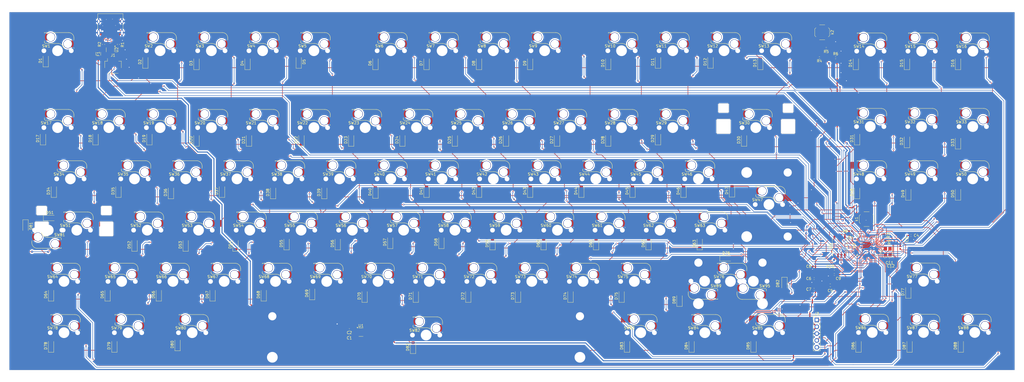
<source format=kicad_pcb>
(kicad_pcb (version 20240108) (generator "pcbnew") (generator_version "8.0")
  (layers (0 "F.Cu" signal) (1 "In1.Cu" signal) (2 "In2.Cu" signal) (31 "B.Cu" signal) (34 "B.Paste" user) (35 "F.Paste" user) (36 "B.SilkS" user "B.Silkscreen") (37 "F.SilkS" user "F.Silkscreen") (38 "B.Mask" user) (39 "F.Mask" user) (44 "Edge.Cuts" user))
  (net 0 "")
  (net 1 "GND")
  (net 2 "+5V")
  (net 3 "+3V3")
  (net 4 "+1V1")
  (net 5 "XIN")
  (net 6 "ROW1")
  (net 7 "Net-(D1-A)")
  (net 8 "Net-(D2-A)")
  (net 9 "ROW2")
  (net 10 "Net-(D3-A)")
  (net 11 "ROW3")
  (net 12 "Net-(D4-A)")
  (net 13 "ROW4")
  (net 14 "ROW5")
  (net 15 "Net-(D5-A)")
  (net 16 "ROW6")
  (net 17 "Net-(D6-A)")
  (net 18 "Net-(D81-A)")
  (net 19 "Net-(D7-A)")
  (net 20 "COL1")
  (net 21 "Net-(D8-A)")
  (net 22 "Net-(D9-A)")
  (net 23 "COL2")
  (net 24 "Net-(D10-A)")
  (net 25 "COL3")
  (net 26 "COL4")
  (net 27 "Net-(D11-A)")
  (net 28 "COL5")
  (net 29 "Net-(D12-A)")
  (net 30 "COL6")
  (net 31 "Net-(D13-A)")
  (net 32 "Net-(D14-A)")
  (net 33 "COL7")
  (net 34 "COL8")
  (net 35 "Net-(D15-A)")
  (net 36 "COL9")
  (net 37 "Net-(D16-A)")
  (net 38 "COL10")
  (net 39 "Net-(D17-A)")
  (net 40 "Net-(D18-A)")
  (net 41 "COL11")
  (net 42 "Net-(D19-A)")
  (net 43 "COL12")
  (net 44 "COL13")
  (net 45 "Net-(D20-A)")
  (net 46 "Net-(D21-A)")
  (net 47 "COL14")
  (net 48 "Net-(D22-A)")
  (net 49 "Net-(D23-A)")
  (net 50 "Net-(D24-A)")
  (net 51 "Net-(D25-A)")
  (net 52 "Net-(D26-A)")
  (net 53 "Net-(D27-A)")
  (net 54 "Net-(D28-A)")
  (net 55 "Net-(D29-A)")
  (net 56 "Net-(D30-A)")
  (net 57 "Net-(D31-A)")
  (net 58 "Net-(D32-A)")
  (net 59 "Net-(D33-A)")
  (net 60 "Net-(D34-A)")
  (net 61 "Net-(D35-A)")
  (net 62 "Net-(D36-A)")
  (net 63 "Net-(D37-A)")
  (net 64 "Net-(D38-A)")
  (net 65 "Net-(D39-A)")
  (net 66 "Net-(D40-A)")
  (net 67 "Net-(D41-A)")
  (net 68 "Net-(D42-A)")
  (net 69 "Net-(D43-A)")
  (net 70 "Net-(D44-A)")
  (net 71 "Net-(D45-A)")
  (net 72 "Net-(D46-A)")
  (net 73 "Net-(D47-A)")
  (net 74 "Net-(D48-A)")
  (net 75 "Net-(D49-A)")
  (net 76 "Net-(D50-A)")
  (net 77 "Net-(D51-A)")
  (net 78 "Net-(D52-A)")
  (net 79 "Net-(D53-A)")
  (net 80 "Net-(D54-A)")
  (net 81 "Net-(D55-A)")
  (net 82 "Net-(D56-A)")
  (net 83 "Net-(D57-A)")
  (net 84 "Net-(D58-A)")
  (net 85 "Net-(D59-A)")
  (net 86 "Net-(D60-A)")
  (net 87 "Net-(D61-A)")
  (net 88 "Net-(D62-A)")
  (net 89 "Net-(D63-A)")
  (net 90 "Net-(D64-A)")
  (net 91 "Net-(D65-A)")
  (net 92 "Net-(D66-A)")
  (net 93 "Net-(D67-A)")
  (net 94 "Net-(D68-A)")
  (net 95 "Net-(D69-A)")
  (net 96 "Net-(D70-A)")
  (net 97 "Net-(D71-A)")
  (net 98 "Net-(D72-A)")
  (net 99 "Net-(D73-A)")
  (net 100 "Net-(D74-A)")
  (net 101 "Net-(D75-A)")
  (net 102 "Net-(D76-A)")
  (net 103 "Net-(D77-A)")
  (net 104 "Net-(D78-A)")
  (net 105 "Net-(D79-A)")
  (net 106 "Net-(D80-A)")
  (net 107 "Net-(D82-A)")
  (net 108 "Net-(D83-A)")
  (net 109 "Net-(D84-A)")
  (net 110 "Net-(D85-A)")
  (net 111 "Net-(D86-A)")
  (net 112 "Net-(D87-A)")
  (net 113 "Net-(D88-A)")
  (net 114 "Net-(D89-A)")
  (net 115 "VBUS")
  (net 116 "D+")
  (net 117 "D-")
  (net 118 "SWCLK")
  (net 119 "RESET")
  (net 120 "SWD")
  (net 121 "XOUT")
  (net 122 "SS")
  (net 123 "SD2")
  (net 124 "SDO")
  (net 125 "SD3")
  (net 126 "SD1")
  (net 127 "SDCLK")
  (net 128 "Net-(C12-Pad2)")
  (net 130 "Net-(J2-CC2)")
  (net 131 "Net-(J2-CC1)")
  (net 133 "Net-(R4-Pad2)")
  (net 134 "Net-(R5-Pad1)")
  (net 135 "Net-(U3-USB_DP)")
  (net 136 "Net-(U3-USB_DM)")
  (net 144 "COL16")
  (net 145 "COL17")
  (net 146 "COL18")
  (net 147 "COL15")
  (net 148 "COL19")
  (footprint "Diode_SMD:D_SOD-123" (layer "F.Cu") (at 507.5 56 90)
    (property "Reference" "D26")
    (property "Value" "D_Small" (hide yes))
  )
  (footprint "PCM_marbastlib-mx:SW_MX_HS_CPG151101S11_1.25u" (layer "F.Cu") (at 343.27125 108.575)
    (property "Reference" "SW64")
    (property "Value" "MX_SW_HS")
  )
  (footprint "Capacitor_SMD:C_0402_1005Metric" (layer "F.Cu") (at 622.02 103 180)
    (property "Reference" "C8")
    (property "Value" "10nf" (hide yes))
  )
  (footprint "Diode_SMD:D_SOD-123" (layer "F.Cu") (at 385.5 132 90)
    (property "Reference" "D80")
    (property "Value" "D_Small" (hide yes))
  )
  (footprint "PCM_marbastlib-mx:SW_MX_HS_CPG151101S11_1u" (layer "F.Cu") (at 512.34 51.425)
    (property "Reference" "SW26")
    (property "Value" "MX_SW_HS")
  )
  (footprint "Connector_USB:USB_C_Receptacle_HRO_TYPE-C-31-M-12" (layer "F.Cu") (at 360.5 13 180)
    (property "Reference" "J2" (hide yes))
    (property "Value" "USB_C_Receptacle_USB2.0_16P" (hide yes))
  )
  (footprint "Diode_SMD:D_SOD-123" (layer "F.Cu") (at 339.5 75 90)
    (property "Reference" "D34")
    (property "Value" "D_Small" (hide yes))
  )
  (footprint "Diode_SMD:D_SOD-123" (layer "F.Cu") (at 398.5 113.5 90)
    (property "Reference" "D67")
    (property "Value" "D_Small" (hide yes))
  )
  (footprint "Diode_SMD:D_SOD-123" (layer "F.Cu") (at 450 56 90)
    (property "Reference" "D23")
    (property "Value" "D_Small" (hide yes))
  )
  (footprint "PCM_marbastlib-mx:SW_MX_HS_CPG151101S11_1u" (layer "F.Cu") (at 369.465 70.475)
    (property "Reference" "SW35")
    (property "Value" "MX_SW_HS")
  )
  (footprint "Resistor_SMD:R_0402_1005Metric" (layer "F.Cu") (at 358 20.5 -90)
    (property "Reference" "R2")
    (property "Value" "5.1K" (hide yes))
  )
  (footprint "Resistor_SMD:R_0402_1005Metric" (layer "F.Cu") (at 648.04 91.51 90)
    (property "Reference" "R3")
    (property "Value" "5.1K" (hide yes))
  )
  (footprint "PCM_marbastlib-mx:SW_MX_HS_CPG151101S11_1u" (layer "F.Cu") (at 483.765 70.475)
    (property "Reference" "SW41")
    (property "Value" "MX_SW_HS")
  )
  (footprint "Diode_SMD:D_SOD-123" (layer "F.Cu") (at 656.5 27.5 90)
    (property "Reference" "D15")
    (property "Value" "D_Small" (hide yes))
  )
  (footprint "PCM_marbastlib-mx:SW_MX_HS_CPG151101S11_1u" (layer "F.Cu") (at 680.955176 51.04)
    (property "Reference" "SW33")
    (property "Value" "MX_SW_HS")
  )
  (footprint "Diode_SMD:D_SOD-123" (layer "F.Cu") (at 535.5 75 90)
    (property "Reference" "D44")
    (property "Value" "D_Small" (hide yes))
  )
  (footprint "PCM_marbastlib-mx:SW_MX_HS_CPG151101S11_1u" (layer "F.Cu") (at 531.39 51.425)
    (property "Reference" "SW27")
    (property "Value" "MX_SW_HS")
  )
  (footprint "PCM_marbastlib-mx:SW_MX_HS_CPG151101S11_1u" (layer "F.Cu") (at 579.015 70.475)
    (property "Reference" "SW46")
    (property "Value" "MX_SW_HS")
  )
  (footprint "Resistor_SMD:R_0402_1005Metric" (layer "F.Cu") (at 623.99 25.509824 180)
    (property "Reference" "R4")
    (property "Value" "1K" (hide yes))
  )
  (footprint "PCM_marbastlib-mx:SW_MX_HS_CPG151101S11_1.75u" (layer "F.Cu") (at 348.03375 89.525)
    (property "Reference" "SW51")
    (property "Value" "MX_SW_HS")
  )
  (footprint "Diode_SMD:D_SOD-123" (layer "F.Cu") (at 474 114 90)
    (property "Reference" "D71")
    (property "Value" "D_Small" (hide yes))
  )
  (footprint "PCM_marbastlib-mx:SW_MX_HS_CPG151101S11_1u" (layer "F.Cu") (at 412.3275 89.525)
    (property "Reference" "SW54")
    (property "Value" "MX_SW_HS")
  )
  (footprint "PCM_marbastlib-mx:SW_MX_HS_CPG151101S11_1u" (layer "F.Cu") (at 507.5775 89.525)
    (property "Reference" "SW59")
    (property "Value" "MX_SW_HS")
  )
  (footprint "Diode_SMD:D_SOD-123" (layer "F.Cu") (at 589.35 100)
    (property "Reference" "D76")
    (property "Value" "D_Small")
  )
  (footprint "Diode_SMD:D_SOD-123" (layer "F.Cu") (at 675.5 57 90)
    (property "Reference" "D33")
    (property "Value" "D_Small")
  )
  (footprint "PCM_marbastlib-mx:SW_MX_HS_CPG151101S11_1u" (layer "F.Cu") (at 436.14 22.85)
    (property "Reference" "SW5")
    (property "Value" "MX_SW_HS")
  )
  (footprint "PCM_marbastlib-mx:SW_MX_HS_CPG151101S11_1u" (layer "F.Cu") (at 502.815 22.85)
    (property "Reference" "SW8")
    (property "Value" "MX_SW_HS")
  )
  (footprint "PCM_marbastlib-mx:SW_MX_HS_CPG151101S11_1u" (layer "F.Cu") (at 378.99 22.85)
    (property "Reference" "SW2")
    (property "Value" "MX_SW_HS")
  )
  (footprint "PCM_marbastlib-mx:SW_MX_HS_CPG151101S11_1u" (layer "F.Cu") (at 417.09 22.85)
    (property "Reference" "SW4")
    (property "Value" "MX_SW_HS")
  )
  (footprint "Diode_SMD:D_SOD-123" (layer "F.Cu") (at 362 132.5 90)
    (property "Reference" "D79")
    (property "Value" "D_Small" (hide yes))
  )
  (footprint "PCM_marbastlib-mx:STAB_MX_7u" (layer "F.Cu") (at 477.840176 128.5)
    (property "Reference" "S1" (hide yes))
    (property "Value" "choc_stab")
  )
  (footprint "Diode_SMD:D_SOD-123" (layer "F.Cu") (at 552.5 132.5 90)
    (property "Reference" "D83")
    (property "Value" "D_Small" (hide yes))
  )
  (footprint "PCM_marbastlib-mx:SW_MX_HS_CPG151101S11_1u" (layer "F.Cu") (at 605.20875 80)
    (property "Reference" "SW47")
    (property "Value" "MX_SW_HS")
  )
  (footprint "PCM_marbastlib-mx:SW_MX_HS_CPG151101S11_1u" (layer "F.Cu") (at 662.640176 108.5)
    (property "Reference" "SW77")
    (property "Value" "MX_SW_HS")
  )
  (footprint "Diode_SMD:D_SOD-123" (layer "F.Cu") (at 338 85)
    (property "Reference" "D51")
    (property "Value" "D_Small" (hide yes))
  )
  (footprint "Diode_SMD:D_SOD-123" (layer "F.Cu") (at 459 75.35 90)
    (property "Reference" "D40")
    (property "Value" "D_Small" (hide yes))
  )
  (footprint "PCM_marbastlib-mx:SW_MX_HS_CPG151101S11_1u" (layer "F.Cu") (at 681.010176 23)
    (property "Reference" "SW16")
    (property "Value" "MX_SW_HS")
  )
  (footprint "Diode_SMD:D_SOD-123" (layer "F.Cu") (at 392.5 27.5 90)
    (property "Reference" "D3")
    (property "Value" "D_Small")
  )
  (footprint "PCM_marbastlib-mx:SW_MX_HS_CPG151101S11_1u" (layer "F.Cu") (at 440.9025 108.575)
    (property "Reference" "SW69")
    (property "Value" "MX_SW_HS")
  )
  (footprint "Diode_SMD:D_SOD-123" (layer "F.Cu") (at 560.5 94.5 90)
    (property "Reference" "D62")
    (property "Value" "D_Small" (hide yes))
  )
  (footprint "Diode_SMD:D_SOD-123" (layer "F.Cu") (at 412 56 90)
    (property "Reference" "D21")
    (property "Value" "D_Small" (hide yes))
  )
  (footprint "Diode_SMD:D_SOD-123" (layer "F.Cu") (at 478 27.5 90)
    (property "Reference" "D7")
    (property "Value" "D_Small" (hide yes))
  )
  (footprint "Diode_SMD:D_SOD-123" (layer "F.Cu") (at 638 55.5 90)
    (property "Reference" "D31")
    (property "Value" "D_Small" (hide yes))
  )
  (footprint "Diode_SMD:D_SOD-123" (layer "F.Cu") (at 459 27.5 90)
    (property "Reference" "D6")
    (property "Value" "D_Small" (hide yes))
  )
  (footprint "Diode_SMD:D_SOD-123" (layer "F.Cu") (at 431.5 56 90)
    (property "Reference" "D22")
    (property "Value" "D_Small" (hide yes))
  )
  (footprint "PCM_marbastlib-mx:SW_MX_HS_CPG151101S11_1u" (layer "F.Cu") (at 383.7525 108.575)
    (property "Reference" "SW66")
    (property "Value" "MX_SW_HS")
  )
  (footprint "PCM_marbastlib-mx:SW_MX_HS_CPG151101S11_1u" (layer "F.Cu") (at 417.09 51.425)
    (property "Reference" "SW21")
    (property "Value" "MX_SW_HS")
  )
  (footprint "PCM_marbastlib-mx:SW_MX_HS_CPG151101S11_1u" (layer "F.Cu") (at 488.5275 89.525)
    (property "Reference" "SW58")
    (property "Value" "MX_SW_HS")
  )
  (footprint "PCM_marbastlib-mx:SW_MX_HS_CPG151101S11_1u" (layer "F.Cu") (at 398.04 51.425)
    (property "Reference" "SW20")
    (property "Value" "MX_SW_HS")
  )
  (footprint "PCM_marbastlib-mx:SW_MX_HS_CPG151101S11_1u" (layer "F.Cu") (at 459.9525 108.575)
    (property "Reference" "SW70")
    (property "Value" "MX_SW_HS")
  )
  (footprint "PCM_marbastlib-mx:SW_MX_HS_CPG151101S11_1u" (layer "F.Cu") (at 479.0025 108.575)
    (property "Reference" "SW71")
    (property "Value" "MX_SW_HS")
  )
  (footprint "Diode_SMD:D_SOD-123" (layer "F.Cu") (at 373.5 27 90)
    (property "Reference" "D2")
    (property "Value" "D_Small")
  )
  (footprint "PCM_marbastlib-mx:SW_MX_HS_CPG151101S11_1.25u" (layer "F.Cu") (at 581.39625 127.625)
    (property "Reference" "SW84")
    (property "Value" "MX_SW_HS")
  )
  (footprint "PCM_marbastlib-mx:SW_MX_HS_CPG151101S11_1u" (layer "F.Cu") (at 545.6775 89.525)
    (property "Reference" "SW61")
    (property "Value" "MX_SW_HS")
  )
  (footprint "PCM_marbastlib-mx:SW_MX_HS_CPG151101S11_1u" (layer "F.Cu") (at 445.665 70.475)
    (property "Reference" "SW39")
    (property "Value" "MX_SW_HS")
  )
  (footprint "PCM_marbastlib-mx:SW_MX_HS_CPG151101S11_1u" (layer "F.Cu") (at 521.865 22.85)
    (property "Reference" "SW9")
    (property "Value" "MX_SW_HS")
  )
  (footprint "PCM_marbastlib-mx:SW_MX_HS_CPG151101S11_1u" (layer "F.Cu") (at 498.0525 108.575)
    (property "Reference" "SW72")
    (property "Value" "MX_SW_HS")
  )
  (footprint "Diode_SMD:D_SOD-123" (layer "F.Cu") (at 576.5 132.5 90)
    (property "Reference" "D84")
    (property "Value" "D_Small" (hide yes))
  )
  (footprint "PCM_marbastlib-mx:SW_MX_HS_CPG151101S11_1u" (layer "F.Cu") (at 555.2025 108.575)
    (property "Reference" "SW75")
    (property "Value" "MX_SW_HS")
  )
  (footprint "Diode_SMD:D_SOD-123" (layer "F.Cu") (at 417.5 113.5 90)
    (property "Reference" "D68")
    (property "Value" "D_Small" (hide yes))
  )
  (footprint "PCM_marbastlib-mx:SW_MX_HS_CPG151101S11_1.5u" (layer "F.Cu") (at 600.340176 51.425)
    (property "Reference" "SW30")
    (property "Value" "MX_SW_HS")
  )
  (footprint "PCM_marbastlib-mx:SW_MX_HS_CPG151101S11_1u" (layer "F.Cu") (at 550.44 22.85)
    (property "Reference" "SW10")
    (property "Value" "MX_SW_HS")
  )
  (footprint "PCM_marbastlib-mx:SW_MX_HS_CPG151101S11_1u" (layer "F.Cu") (at 569.49 51.425)
    (property "Reference" "SW29")
    (property "Value" "MX_SW_HS")
  )
  (footprint "PCM_marbastlib-mx:SW_MX_HS_CPG151101S11_1u" (layer "F.Cu") (at 493.29 51.425)
    (property "Reference" "SW25")
    (property "Value" "MX_SW_HS")
  )
  (footprint "PCM_marbastlib-mx:SW_MX_HS_CPG151101S11_1u" (layer "F.Cu") (at 464.715 22.85)
    (property "Reference" "SW6")
    (property "Value" "MX_SW_HS")
  )
  (footprint "PCM_marbastlib-mx:SW_MX_HS_CPG151101S11_1u" (layer "F.Cu") (at 359.94 51.425)
    (property "Reference" "SW18")
    (property "Value" "MX_SW_HS")
  )
  (footprint "Diode_SMD:D_SOD-123" (layer "F.Cu") (at 656.5 56.5 90)
    (property "Reference" "D32")
    (property "Value" "D_Small")
  )
  (footprint "Capacitor_SMD:C_0402_1005Metric" (layer "F.Cu") (at 629.5 106 180)
    (property "Reference" "C9")
    (property "Value" "10nf" (hide yes))
  )
  (footprint "Capacitor_SMD:C_0402_1005Metric" (layer "F.Cu") (at 622 111.5 180)
    (property "Reference" "C7")
    (property "Value" "10nf" (hide yes))
  )
  (footprint "PCM_marbastlib-mx:SW_MX_HS_CPG151101S11_1u" (layer "F.Cu") (at 564.7275 89.525)
    (property "Reference" "SW62")
    (property "Value" "MX_SW_HS")
  )
  (footprint "PCM_marbastlib-mx:SW_MX_HS_CPG151101S11_1u" (layer "F.Cu") (at 426.615 70.475)
    (property "Reference" "SW38")
    (property "Value" "MX_SW_HS")
  )
  (footprint "Connector_PinHeader_2.54mm:PinHeader_1x05_P2.54mm_Vertical" (layer "F.Cu") (at 623 122.88)
    (property "Reference" "J3")
    (property "Value" "Conn_01x05" (hide yes))
  )
  (footprint "PCM_marbastlib-mx:SW_MX_HS_CPG151101S11_1u" (layer "F.Cu") (at 550.44 51.425)
    (property "Reference" "SW28")
    (property "Value" "MX_SW_HS")
  )
  (footprint "Diode_SMD:D_SOD-123" (layer "F.Cu") (at 638.5 132.5 90)
    (property "Reference" "D86")
    (property "Value" "D_Small" (hide yes))
  )
  (footprint "PCM_marbastlib-mx:SW_MX_HS_CPG151101S11_1u" (layer "F.Cu") (at 340.89 51.425)
    (property "Reference" "SW17")
    (property "Value" "MX_SW_HS")
  )
  (footprint "PCM_marbastlib-mx:SW_MX_HS_CPG151101S11_1u" (layer "F.Cu") (at 407.565 70.475)
    (property "Reference" "SW37")
    (property "Value" "MX_SW_HS")
  )
  (footprint "Resistor_SMD:R_0402_1005Metric" (layer "F.Cu") (at 363.5 20.5 90)
    (property "Reference" "R1")
    (property "Value" "5.1K" (hide yes))
  )
  (footprint "Diode_SMD:D_SOD-123" (layer "F.Cu") (at 638 75.5 90)
    (property "Reference" "D48")
    (property "Value" "D_Small" (hide yes))
  )
  (footprint "Fuse:Fuse_1206_3216Metric" (layer "F.Cu") (at 356 24 -90)
    (property "Reference" "F1")
    (property "Value" "Fuse_Small" (hide yes))
  )
  (footprint "Diode_SMD:D_SOD-123" (layer "F.Cu") (at 599.5 132.5 90)
    (property "Reference" "D85")
    (property "Value" "D_Small" (hide yes))
  )
  (footprint "Diode_SMD:D_SOD-123" (layer "F.Cu") (at 541 94.5 90)
    (property "Reference" "D61")
    (property "Value" "D_Small" (hide yes))
  )
  (footprint "PCM_marbastlib-mx:SW_MX_HS_CPG151101S11_1u" (layer "F.Cu") (at 662.640176 127.55)
    (property "Reference" "SW87")
    (property "Value" "MX_SW_HS")
  )
  (footprint "Diode_SMD:D_SOD-123" (layer "F.Cu") (at 573.5 75 90)
    (property "Reference" "D46")
    (property "Value" "D_Small" (hide yes))
  )
  (footprint "Diode_SMD:D_SOD-123" (layer "F.Cu") (at 469 56 90)
    (property "Reference" "D24")
    (property "Value" "D_Small" (hide yes))
  )
  (footprint "Diode_SMD:D_SOD-123" (layer "F.Cu") (at 445 94.5 90)
    (property "Reference" "D56")
    (property "Value" "D_Small" (hide yes))
  )
  (footprint "Diode_SMD:D_SOD-123" (layer "F.Cu") (at 488.5 56 90)
    (property "Reference" "D25")
    (property "Value" "D_Small" (hide yes))
  )
  (footprint "PCM_marbastlib-mx:SW_MX_HS_CPG151101S11_1u" (layer "F.Cu") (at 450.4275 89.525)
    (property "Reference" "SW56")
    (property "Value" "MX_SW_HS")
  )
  (footprint "Resistor_SMD:R_0402_1005Metric" (layer "F.Cu") (at 635.5 89.9 180)
    (property "Reference" "R8")
    (property "Value" "27" (hide yes))
  )
  (footprint "Diode_SMD:D_SOD-123" (layer "F.Cu") (at 516.5 75 90)
    (property "Reference" "D43")
    (property "Value" "D_Small" (hide yes))
  )
  (footprint "Diode_SMD:D_SOD-123" (layer "F.Cu") (at 591.5 74.85 90)
    (property "Reference" "D47")
    (property "Value" "D_Small")
  )
  (footprint "Capacitor_SMD:C_0402_1005Metric" (layer "F.Cu") (at 658 91.5)
    (property "Reference" "C4")
    (property "Value" "10nf" (hide yes))
  )
  (footprint "PCM_marbastlib-mx:SW_MX_HS_CPG151101S11_1u" (layer "F.Cu") (at 436.14 51.425)
    (property "Reference" "SW22")
    (property "Value" "MX_SW_HS")
  )
  (footprint "Diode_SMD:D_SOD-123" (layer "F.Cu") (at 596 56 90)
    (property "Reference" "D30")
    (property "Value" "D_Small" (hide yes))
  )
  (footprint "Crystal:Crystal_SMD_3225-4Pin_3.2x2.5mm" (layer "F.Cu") (at 649.35 97.509824 90)
    (property "Reference" "Y1")
    (property "Value" "Crystal_GND24" (hide yes))
  )
  (footprint "Diode_SMD:D_SOD-123" (layer "F.Cu") (at 676.5 132.5 90)
    (property "Reference" "D88")
    (property "Value" "D_Small" (hide yes))
  )
  (footprint "Diode_SMD:D_SOD-123" (layer "F.Cu") (at 421 75.5 90)
    (property "Reference" "D38")
    (property "Value" "D_Small" (hide yes))
  )
  (footprint "Package_TO_SOT_SMD:SOT-23-6" (layer "F.Cu") (at 360.5 22.5 -90)
    (property "Reference" "U2")
    (property "Value" "SRV05-4" (hide yes))
  )
  (footprint "Diode_SMD:D_SOD-123" (layer "F.Cu") (at 657 112.5 90)
    (property "Reference" "D77")
    (property "Value" "D_Small")
  )
  (footprint "Diode_SMD:D_SOD-123" (layer "F.Cu") (at 564 55.5 90)
    (property "Reference" "D29")
    (property "Value" "D_Small" (hide yes))
  )
  (footprint "Resistor_SMD:R_0402_1005Metric" (layer "F.Cu") (at 626.5 22.009824 180)
    (property "Reference" "R5")
    (property "Value" "5.1K" (hide yes))
  )
  (footprint "Diode_SMD:D_SOD-123" (layer "F.Cu") (at 564 27 90)
    (property "Reference" "D11")
    (property "Value" "D_Small" (hide yes))
  )
  (footprint "Capacitor_SMD:C_0402_1005Metric" (layer "F.Cu") (at 629.52 104 180)
    (property "Reference" "C10")
    (property "Value" "1u" (hide yes))
  )
  (footprint "Diode_SMD:D_SOD-123" (layer "F.Cu") (at 583.5 27 90)
    (property "Reference" "D12")
    (property "Value" "D_Small" (hide yes))
  )
  (footprint "Diode_SMD:D_SOD-123" (layer "F.Cu") (at 329 88 -90)
    (property "Reference" "D81")
    (property "Value" "D_Small")
  )
  (footprint "Capacitor_SMD:C_0402_1005Metric" (layer "F.Cu") (at 650 100.5 180)
    (property "Reference" "C11")
    (property "Value" "22p" (hide yes))
  )
  (footprint "Diode_SMD:D_SOD-123" (layer "F.Cu") (at 336.5 26.5 90)
    (property "Reference" "D1")
    (property "Value" "D_Small")
  )
  (footprint "Capacitor_SMD:C_0603_1608Metric" (layer "F.Cu") (at 628 110 180)
    (property "Reference" "C5")
    (property "Value" "10u" (hide yes))
  )
  (footprint "PCM_marbastlib-mx:SW_MX_HS_CPG151101S11_1u" (layer "F.Cu") (at 540.915 70.475)
    (property "Reference" "SW44")
    (property "Value" "MX_SW_HS")
  )
  (footprint "Diode_SMD:D_SOD-123" (layer "F.Cu") (at 473 133 90)
    (property "Reference" "D82")
    (property "Value" "D_Small" (hide yes))
  )
  (footprint "PCM_marbastlib-mx:SW_MX_HS_CPG151101S11_1u" (layer "F.Cu") (at 378.99 51.425)
    (property "Reference" "SW19")
    (property "Value" "MX_SW_HS")
  )
  (footprint "PCM_marbastlib-mx:SW_MX_HS_CPG151101S11_1u" (layer "F.Cu") (at 661.960176 23)
    (property "Reference" "SW15")
    (property "Value" "MX_SW_HS")
  )
  (footprint "PCM_marbastlib-mx:SW_MX_HS_CPG151101S11_1u" (layer "F.Cu") (at 607.59 22.85)
    (property "Reference" "SW13")
    (property "Value" "MX_SW_HS")
  )
  (footprint "Diode_SMD:D_SOD-123" (layer "F.Cu") (at 355 55.5 90)
    (property "Reference" "D18")
    (property "Value" "D_Small")
  )
  (footprint "Resistor_SMD:R_0402_1005Metric" (layer "F.Cu") (at 635.51 91.4 180)
    (property "Reference" "R7")
    (property "Value" "27" (hide yes))
  )
  (footprint "PCM_marbastlib-mx:SW_MX_HS_CPG151101S11_1u" (layer "F.Cu") (at 517.1025 108.575)
    (property "Reference" "SW73")
    (property "Value" "MX_SW_HS")
  )
  (footprint "PCM_marbastlib-mx:SW_MX_HS_CPG151101S11_1u" (layer "F.Cu") (at 559.965 70.475)
    (property "Reference" "SW45")
    (property "Value" "MX_SW_HS")
  )
  (footprint "PCM_marbastlib-mx:SW_MX_HS_CPG151101S11_1u" (layer "F.Cu") (at 661.905176 51.04)
    (property "Reference" "SW32")
    (property "Value" "MX_SW_HS")
  )
  (footprint "PCM_marbastlib-mx:SW_MX_HS_CPG151101S11_1u" (layer "F.Cu") (at 364.7025 108.575)
    (property "Reference" "SW65")
    (property "Value" "MX_SW_HS")
  )
  (footprint "Package_DFN_QFN:QFN-56-1EP_7x7mm_P0.4mm_EP3.2x3.2mm" (layer "F.Cu") (at 641.7 95.3 90)
    (property "Reference" "U3")
    (property "Value" "RP2040" (hide yes))
  )
  (footprint "PCM_marbastlib-mx:SW_MX_HS_CPG151101S11_1.25u" (layer "F.Cu") (at 581.31 108.46 180)
    (property "Reference" "SW89")
    (property "Value" "MX_SW_HS")
  )
  (footprint "Package_TO_SOT_SMD:SOT-23-3" (layer "F.Cu") (at 453.6375 127.45)
    (property "Reference" "U1")
    (property "Value" "XC6206PxxxMR")
  )
  (footprint "Diode_SMD:D_SOD-123" (layer "F.Cu") (at 455 114 90)
    (property "Reference" "D70")
    (property "Value" "D_Small" (hide yes))
  )
  (footprint "Diode_SMD:D_SOD-123" (layer "F.Cu") (at 478 75 90)
    (property "Reference" "D41")
    (property "Value" "D_Small" (hide yes))
  )
  (footprint "PCM_marbastlib-mx:SW_MX_HS_CPG151101S11_1u" (layer "F.Cu") (at 599.42 108.5 180)
    (property "Reference" "SW95")
    (property "Value" "MX_SW_HS")
  )
  (footprint "Diode_SMD:D_SOD-123" (layer "F.Cu") (at 430.5 27 90)
    (property "Reference" "D5")
    (property "Value" "D_Small" (hide yes))
  )
  (footprint "Diode_SMD:D_SOD-123" (layer "F.Cu") (at 369.5 95 90)
    (property "Reference" "D52")
    (property "Value" "D_Small" (hide yes))
  )
  (footprint "Diode_SMD:D_SOD-123" (layer "F.Cu") (at 411.5 27.5 90)
    (property "Reference" "D4")
    (property "Value" "D_Small")
  )
  (footprint "Capacitor_SMD:C_0402_1005Metric" (layer "F.Cu") (at 654 96 -90)
    (property "Reference" "C3")
    (property "Value" "1u" (hide yes))
  )
  (footprint "Diode_SMD:D_SOD-123" (layer "F.Cu") (at 464.5 94 90)
    (property "Reference" "D57")
    (property "Value" "D_Small" (hide yes))
  )
  (footprint "Diode_SMD:D_SOD-123" (layer "F.Cu") (at 554.5 75 90)
    (property "Reference" "D45")
    (property "Value" "D_Small" (hide yes))
  )
  (footprint "Capacitor_SMD:C_0402_1005Metric" (layer "F.Cu") (at 650.5 104)
    (property "Reference" "C12")
    (property "Value" "22p" (hide yes))
  )
  (footprint "PCM_marbastlib-mx:SW_MX_HS_CPG151101S11_1u" (layer "F.Cu") (at 455.19 51.425)
    (property "Reference" "SW23")
    (property "Value" "MX_SW_HS")
  )
  (footprint "PCM_marbastlib-mx:SW_MX_HS_CPG151101S11_1.5u" (layer "F.Cu") (at 345.6525 70.475)
    (property "Reference" "SW34")
    (property "Value" "MX_SW_HS")
  )
  (footprint "PCM_marbastlib-mx:SW_MX_HS_CPG151101S11_1.25u" (layer "F.Cu") (at 605.20875 127.625)
    (property "Reference" "SW85")
    (property "Value" "MX_SW_HS")
  )
  (footprint "Diode_SMD:D_SOD-123" (layer "F.Cu") (at 550.5 114 90)
    (property "Reference" "D75")
    (property "Value" "D_Small" (hide yes))
  )
  (footprint "Diode_SMD:D_SOD-123" (layer "F.Cu") (at 657 76 90)
    (property "Reference" "D49")
    (property "Value" "D_Small" (hide yes))
  )
  (footprint "PCM_marbastlib-mx:SW_MX_HS_CPG151101S11_1u" (layer "F.Cu") (at 388.515 70.475)
    (property "Reference" "SW36")
    (property "Value" "MX_SW_HS")
  )
  (footprint "Diode_SMD:D_SOD-123" (layer "F.Cu") (at 602 27.5 90)
    (property "Reference" "D13")
    (property "Value" "D_Small" (hide yes))
  )
  (footprint "Diode_SMD:D_SOD-123" (layer "F.Cu") (at 435.5 113 90)
    (property "Reference" "D69")
    (property "Value" "D_Small" (hide yes))
  )
  (footprint "PCM_marbastlib-mx:SW_MX_HS_CPG151101S11_1u" (layer "F.Cu") (at 526.6275 89.525)
    (property "Reference" "SW60")
    (property "Value" "MX_SW_HS")
  )
  (footprint "Diode_SMD:D_SOD-123" (layer "F.Cu") (at 338.5 132.5 90)
    (property "Reference" "D78")
    (property "Value" "D_Small" (hide yes))
  )
  (footprint "PCM_marbastlib-mx:SW_MX_HS_CPG151101S11_1.25u" (layer "F.Cu") (at 681.690176 127.55)
    (property "Reference" "SW88")
    (property "Value" "MX_SW_HS")
  )
  (footprint "Diode_SMD:D_SOD-123" (layer "F.Cu") (at 440 75.5 90)
    (property "Reference" "D39")
    (property "Value" "D_Small" (hide yes))
  )
  (footprint "Diode_SMD:D_SOD-123" (layer "F.Cu") (at 402 75 90)
    (property "Reference" "D37")
    (property "Value" "D_Small" (hide yes))
  )
  (footprint "Diode_SMD:D_SOD-123" (layer "F.Cu") (at 637.5 27.5 90)
    (property "Reference" "D14")
    (property "Value" "D_Small" (hide yes))
  )
  (footprint "Diode_SMD:D_SOD-123" (layer "F.Cu") (at 579.5 94.5 90)
    (property "Reference" "D63")
    (property "Value" "D_Small" (hide yes))
  )
  (footprint "Diode_SMD:D_SOD-123" (layer "F.Cu") (at 516.5 27.5 90)
    (property "Reference" "D9")
    (property "Value" "D_Small" (hide yes))
  )
  (footprint "PCM_marbastlib-mx:SW_MX_HS_CPG151101S11_1u" (layer "F.Cu") (at 340.89 22.85)
    (property "Reference" "SW1")
    (property "Value" "MX_SW_HS")
  )
  (footprint "PCM_marbastlib-mx:SW_MX_HS_CPG151101S11_1u" (layer "F.Cu") (at 642.910176 23)
    (property "Reference" "SW14")
    (property "Value" "MX_SW_HS")
  )
  (footprint "Button_Switch_SMD:SW_SPST_TL3342" (layer "F.Cu") (at 625 16 -90)
    (property "Reference" "k2")
    (property "Value" "boot")
  )
  (footprint "Diode_SMD:D_SOD-123" (layer "F.Cu") (at 675.5 27.5 90)
    (property "Reference" "D16")
    (property "Value" "D_Small" (hide yes))
  )
  (footprint "PCM_marbastlib-mx:SW_MX_HS_CPG151101S11_1.25u" (layer "F.Cu") (at 367.08375 127.625)
    (property "Reference" "SW79")
    (property "Value" "MX_SW_HS")
  )
  (footprint "Diode_SMD:D_SOD-123" (layer "F.Cu") (at 338.5 113.5 90)
    (property "Reference" "D64")
    (property "Value" "D_Small" (hide yes))
  )
  (footprint "PCM_marbastlib-mx:SW_MX_HS_CPG151101S11_1u" (layer "F.Cu") (at 583.7775 89.525)
    (property "Reference" "SW63")
    (property "Value" "MX_SW_HS")
  )
  (footprint "Connector_JST:JST_SH_SM04B-SRSS-TB_1x04-1MP_P1.00mm_Horizontal" (layer "F.Cu") (at 361.5 28.5)
    (property "Reference" "J1")
    (property "Value" "Conn_01x04")
  )
  (footprint "Diode_SMD:D_SOD-123" (layer "F.Cu") (at 521.5 94.5 90)
    (property "Reference" "D60")
    (property "Value" "D_Small" (hide yes))
  )
  (footprint "PCM_marbastlib-mx:SW_MX_HS_CPG151101S11_1u" (layer "F.Cu") (at 661.890176 70.475)
    (property "Reference" "SW49")
    (property "Value" "MX_SW_HS")
  )
  (footprint "PCM_marbastlib-mx:SW_MX_HS_CPG151101S11_1u" (layer "F.Cu") (at 393.2775 89.525)
    (property "Reference" "SW53")
    (property "Value" "MX_SW_HS")
  )
  (footprint "Diode_SMD:D_SOD-123" (layer "F.Cu") (at 392.5 56 90)
    (property "Reference" "D20")
    (property "Value" "D_Small")
  )
  (footprint "PCM_marbastlib-mx:SW_MX_HS_CPG151101S11_1u" (layer "F.Cu") (at 431.3775 89.525)
    (property "Reference" "SW55")
    (property "Value" "MX_SW_HS")
  )
  (footprint "Resistor_SMD:R_0402_1005Metric" (layer "F.Cu") (at 630 25.509824 180)
    (property "Reference" "R6")
    (property "Value" "5.1K" (hide yes))
  )
  (footprint "PCM_marbastlib-mx:SW_MX_HS_CPG151101S11_1u" (layer "F.Cu") (at 421.8525 108.575)
    (property "Reference" "SW68")
    (property "Value" "MX_SW_HS")
  )
  (footprint "PCM_marbastlib-mx:SW_MX_HS_CPG151101S11_1u" (layer "F.Cu") (at 642.855176 51.04)
    (property "Reference" "SW31")
    (property "Value" "MX_SW_HS")
  )
  (footprint "Diode_SMD:D_SOD-123" (layer "F.Cu") (at 497.5 27.5 90)
    (property "Reference" "D8")
    (property "Value" "D_Small" (hide yes))
  )
  (footprint "PCM_marbastlib-mx:SW_MX_HS_CPG151101S11_1u" (layer "F.Cu") (at 588.54 22.85)
    (property "Reference" "SW12")
    (property "Value" "MX_SW_HS")
  )
  (footprint "Diode_SMD:D_SOD-123" (layer "F.Cu") (at 493.5 114 90)
    (property "Reference" "D72")
    (property "Value" "D_Small" (hide yes))
  )
  (footprint "Diode_SMD:D_SOD-123" (layer "F.Cu") (at 383 75.5 90)
    (property "Reference" "D36")
    (property "Value" "D_Small" (hide yes))
  )
  (footprint "PCM_marbastlib-mx:SW_MX_HS_CPG151101S11_1u" (layer "F.Cu") (at 536.1525 108.575)
    (property "Reference" "SW74")
    (property "Value" "MX_SW_HS")
  )
  (footprint "PCM_marbastlib-mx:SW_MX_HS_CPG151101S11_1u" (layer "F.Cu") (at 398.04 22.85)
    (property "Reference" "SW3")
    (property "Value" "MX_SW_HS")
  )
  (footprint "PCM_marbastlib-mx:SW_MX_HS_CPG151101S11_1u" (layer "F.Cu") (at 469.4775 89.525)
    (property "Reference" "SW57")
    (property "Value" "MX_SW_HS")
  )
  (footprint "Button_Switch_SMD:SW_SPST_TL3342" (layer "F.Cu") (at 641.5 85.409824 90)
    (property "Reference" "k1")
    (property "Value" "RSTI")
  )
  (footprint "Diode_SMD:D_SOD-123" (layer "F.Cu") (at 363.5 75 90)
    (property "Reference" "D35")
    (property "Value" "D_Small" (hide yes))
  )
  (footprint "PCM_marbastlib-mx:SW_MX_HS_CPG151101S11_1.25u" (layer "F.Cu") (at 390.89625 127.625)
    (property "Reference" "SW80")
    (property "Value" "MX_SW_HS")
  )
  (footprint "Diode_SMD:D_SOD-123" (layer "F.Cu") (at 378.5 113.5 90)
    (property "Reference" "D66")
    (property "Value" "D_Small" (hide yes))
  )
  (footprint "Capacitor_SMD:C_0402_1005Metric" (layer "F.Cu") (at 622.02 107.5 180)
    (property "Reference" "C6")
    (property "Value" "1u" (hide yes))
  )
  (footprint "Diode_SMD:D_SOD-123" (layer "F.Cu") (at 611 109.35 -90)
    (property "Reference" "D82")
    (property "Value" "D_Small" (hide yes))
  )
  (footprint "PCM_marbastlib-mx:SW_MX_HS_CPG151101S11_1u" (layer "F.Cu") (at 502.815 70.475)
    (property "Reference" "SW42")
    (property "Value" "MX_SW_HS")
  )
  (footprint "PCM_marbastlib-mx:STAB_MX_ISO-ROT" (layer "F.Cu") (at 605.20875 80)
    (property "Reference" "S3" (hide yes))
    (property "Value" "choc_stab")
  )
  (footprint "Capacitor_SMD:C_0402_1005Metric" (layer "F.Cu") (at 449.304824 126.45 180)
    (property "Reference" "C2")
    (property "Value" "1u")
  )
  (footprint "PCM_marbastlib-mx:SW_MX_HS_CPG151101S11_1u" (layer "F.Cu") (at 402.8025 108.575)
    (property "Reference" "SW67")
    (property "Value" "MX_SW_HS")
  )
  (footprint "PCM_marbastlib-mx:SW_MX_HS_CPG151101S11_1.25u" (layer "F.Cu") (at 337.42 89.5 180)
    (property "Reference" "SW81")
    (property "Value" "MX_SW_HS")
  )
  (footprint "Diode_SMD:D_SOD-123" (layer "F.Cu") (at 426 94.5 90)
    (property "Reference" "D55")
    (property "Value" "D_Small" (hide yes))
  )
  (footprint "Diode_SMD:D_SOD-123" (layer "F.Cu") (at 657.5 132.5 90)
    (property "Reference" "D87")
    (property "Value" "D_Small" (hide yes))
  )
  (footprint "PCM_marbastlib-mx:SW_MX_HS_CPG151101S11_1.25u" (layer "F.Cu") (at 643.590176 127.55)
    (property "Reference" "SW86")
    (property "Value" "MX_SW_HS")
  )
  (footprint "PCM_marbastlib-mx:SW_MX_HS_CPG151101S11_1u" (layer "F.Cu") (at 590.92125 108.575)
    (property "Reference" "SW76")
    (property "Value" "MX_SW_HS")
  )
  (footprint "PCM_marbastlib-mx:SW_MX_HS_CPG151101S11_1u" (layer "F.Cu") (at 474.24 51.425)
    (property "Reference" "SW24")
    (property "Value" "MX_SW_HS")
  )
  (footprint "Diode_SMD:D_SOD-123" (layer "F.Cu") (at 502.5 94.5 90)
    (property "Reference" "D59")
    (property "Value" "D_Small" (hide yes))
  )
  (footprint "PCM_marbastlib-mx:SW_MX_HS_CPG151101S11_1u" (layer "F.Cu") (at 343.27125 127.625)
    (property "Reference" "SW78")
    (property "Value" "MX_SW_HS")
  )
  (footprint "PCM_marbastlib-mx:SW_MX_HS_CPG151101S11_1u" (layer "F.Cu") (at 464.715 70.475)
    (property "Reference" "SW40")
    (property "Value" "MX_SW_HS")
  )
  (footprint "PCM_marbastlib-mx:SW_MX_HS_CPG151101S11_1u" (layer "F.Cu") (at 680.940176 70.475)
    (property "Reference" "SW50")
    (property "Value" "MX_SW_HS")
  )
  (footprint "PCM_marbastlib-mx:SW_MX_HS_CPG151101S11_1u" (layer "F.Cu") (at 374.2275 89.525)
    (property "Reference" "SW52")
    (property "Value" "MX_SW_HS")
  )
  (footprint "Diode_SMD:D_SOD-123" (layer "F.Cu") (at 359.5 113.5 90)
    (property "Reference" "D65")
    (property "Value" "D_Small" (hide yes))
  )
  (footprint "Diode_SMD:D_SOD-123" (layer "F.Cu") (at 531.5 114 90)
    (property "Reference" "D74")
    (property "Value" "D_Small" (hide yes))
  )
  (footprint "Diode_SMD:D_SOD-123" (layer "F.Cu") (at 335.5 55.5 90)
    (property "Reference" "D17")
    (property "Value" "D_Small")
  )
  (footprint "Diode_SMD:D_SOD-123" (layer "F.Cu") (at 675.5 76 90)
    (property "Reference" "D50")
    (property "Value" "D_Small" (hide yes))
  )
  (footprint "PCM_marbastlib-mx:SW_MX_HS_CPG151101S11_1u" (layer "F.Cu") (at 483.765 22.85)
    (property "Reference" "SW7")
    (property "Value" "MX_SW_HS")
  )
  (footprint "Diode_SMD:D_SOD-123" (layer "F.Cu") (at 497.5 75 90)
    (property "Reference" "D42")
    (property "Value" "D_Small" (hide yes))
  )
  (footprint "PCM_marbastlib-xp-choc:STAB_choc_2u" (layer "F.Cu") (at 600.340176 51.425)
    (property "Reference" "S6" (hide yes))
    (property "Value" "choc_stab")
    (fp_line (start -14.65 1.8) (end -14.65 -2.7) (stroke (width 0.12)) (layer "Edge.Cuts"))
    (fp_line (start -14.15 -3.2) (end -9.85 -3.2) (stroke (width 0.12)) (layer "Edge.Cuts"))
    (fp_line (start -14.15 2.3) (end -9.85 2.3) (stroke (width 0.12)) (layer "Edge.Cuts"))
    (fp_line (start -14 -6) (end -14 -8.5) (stroke (width 0.12)) (layer "Edge.Cuts"))
    (fp_line (start -13.5 -9) (end -10.5 -9) (stroke (width 0.12)) (layer "Edge.Cuts"))
    (fp_line (start -13.5 -5.5) (end -10.5 -5.5) (stroke (width 0.12)) (layer "Edge.Cuts"))
    (fp_line (start -10 -6) (end -10 -8.5) (stroke (width 0.12)) (layer "Edge.Cuts"))
    (fp_line (start -9.35 1.8) (end -9.35 -2.7) (stroke (width 0.12)) (layer "Edge.Cuts"))
    (fp_line (start 9.35 1.8) (end 9.35 -2.7) (stroke (width 0.12)) (layer "Edge.Cuts"))
    (fp_line (start 10 -6) (end 10 -8.5) (stroke (width 0.12)) (layer "Edge.Cuts"))
    (fp_line (start 13.5 -9) (end 10.5 -9) (stroke (width 0.12)) (layer "Edge.Cuts"))
    (fp_line (start 13.5 -5.5) (end 10.5 -5.5) (stroke (width 0.12)) (layer "Edge.Cuts"))
    (fp_line (start 14 -6) (end 14 -8.5) (stroke (width 0.12)) (layer "Edge.Cuts"))
    (fp_line (start 14.15 -3.2) (end 9.85 -3.2) (stroke (width 0.12)) (layer "Edge.Cuts"))
    (fp_line (start 14.15 2.3) (end 9.85 2.3) (stroke (width 0.12)) (layer "Edge.Cuts"))
    (fp_line (start 14.65 1.8) (end 14.65 -2.7) (stroke (width 0.12)) (layer "Edge.Cuts"))
    (fp_arc (start -14.65 -2.7) (mid -14.503553 -3.053553) (end -14.15 -3.2) (stroke (width 0.12)) (layer "Edge.Cuts"))
    (fp_arc (start -14.15 2.3) (mid -14.503553 2.153553) (end -14.65 1.8) (stroke (width 0.12)) (layer "Edge.Cuts"))
    (fp_arc (start -14 -8.5) (mid -13.853553 -8.853553) (end -13.5 -9) (stroke (width 0.12)) (layer "Edge.Cuts"))
    (fp_arc (start -13.5 -5.5) (mid -13.853553 -5.646447) (end -14 -6) (stroke (width 0.12)) (layer "Edge.Cuts"))
    (fp_arc (start -10.5 -9) (mid -10.146447 -8.853553) (end -10 -8.5) (stroke (width 0.12)) (layer "Edge.Cuts"))
    (fp_arc (start -10 -6) (mid -10.146447 -5.646447) (end -10.5 -5.5) (stroke (width 0.12)) (layer "Edge.Cuts"))
    (fp_arc (start -9.85 -3.2) (mid -9.496447 -3.053553) (end -9.35 -2.7) (stroke (width 0.12)) (layer "Edge.Cuts"))
    (fp_arc (start -9.35 1.8) (mid -9.496447 2.153553) (end -9.85 2.3) (stroke (width 0.12)) (layer "Edge.Cuts"))
    (fp_arc (start 9.35 -2.7) (mid 9.496447 -3.053553) (end 9.85 -3.2) (stroke (width 0.12)) (layer "Edge.Cuts"))
    (fp_arc (start 9.85 2.3) (mid 9.496447 2.153553) (end 9.35 1.8) (stroke (width 0.12)) (layer "Edge.Cuts"))
    (fp_arc (start 10 -8.5) (mid 10.146447 -8.853553) (end 10.5 -9) (stroke (width 0.12)) (layer "Edge.Cuts"))
    (fp_arc (start 10.5 -5.5) (mid 10.146447 -5.646447) (end 10 -6) (stroke (width 0.12)) (layer "Edge.Cuts"))
    (fp_arc (start 13.5 -9) (mid 13.853553 -8.853553) (end 14 -8.5) (stroke (width 0.12)) (layer "Edge.Cuts"))
    (fp_arc (start 14 -6) (mid 13.853553 -5.646447) (end 13.5 -5.5) (stroke (width 0.12)) (layer "Edge.Cuts"))
    (fp_arc (start 14.15 -3.2) (mid 14.503553 -3.053553) (end 14.65 -2.7) (stroke (width 0.12)) (layer "Edge.Cuts"))
    (fp_arc (start 14.65 1.8) (mid 14.503553 2.153553) (end 14.15 2.3) (stroke (width 0.12)) (layer "Edge.Cuts"))
  )
  (footprint "Diode_SMD:D_SOD-123" (layer "F.Cu") (at 512 114 90)
    (property "Reference" "D73")
    (property "Value" "D_Small" (hide yes))
  )
  (footprint "Diode_SMD:D_SOD-123" (layer "F.Cu") (at 545.5 27.5 90)
    (property "Reference" "D10")
    (property "Value" "D_Small" (hide yes))
  )
  (footprint "Diode_SMD:D_SOD-123" (layer "F.Cu") (at 483.5 94 90)
    (property "Reference" "D58")
    (property "Value" "D_Small" (hide yes))
  )
  (footprint "Diode_SMD:D_SOD-123" (layer "F.Cu") (at 407 95 90)
    (property "Reference" "D54")
    (property "Value" "D_Small" (hide yes))
  )
  (footprint "Package_SO:SOIC-8_5.23x5.23mm_P1.27mm" (layer "F.Cu") (at 631.5 95.4 90)
    (property "Reference" "U4")
    (property "Value" "W25Q128JVS" (hide yes))
  )
  (footprint "PCM_marbastlib-xp-choc:STAB_choc_2u" (layer "F.Cu") (at 347 89.5)
    (property "Reference" "S4" (hide yes))
    (property "Value" "choc_stab")
    (fp_line (start -14.65 1.8) (end -14.65 -2.7) (stroke (width 0.12)) (layer "Edge.Cuts"))
    (fp_line (start -14.15 -3.2) (end -9.85 -3.2) (stroke (width 0.12)) (layer "Edge.Cuts"))
    (fp_line (start -14.15 2.3) (end -9.85 2.3) (stroke (width 0.12)) (layer "Edge.Cuts"))
    (fp_line (start -14 -6) (end -14 -8.5) (stroke (width 0.12)) (layer "Edge.Cuts"))
    (fp_line (start -13.5 -9) (end -10.5 -9) (stroke (width 0.12)) (layer "Edge.Cuts"))
    (fp_line (start -13.5 -5.5) (end -10.5 -5.5) (stroke (width 0.12)) (layer "Edge.Cuts"))
    (fp_line (start -10 -6) (end -10 -8.5) (stroke (width 0.12)) (layer "Edge.Cuts"))
    (fp_line (start -9.35 1.8) (end -9.35 -2.7) (stroke (width 0.12)) (layer "Edge.Cuts"))
    (fp_line (start 9.35 1.8) (end 9.35 -2.7) (stroke (width 0.12)) (layer "Edge.Cuts"))
    (fp_line (start 10 -6) (end 10 -8.5) (stroke (width 0.12)) (layer "Edge.Cuts"))
    (fp_line (start 13.5 -9) (end 10.5 -9) (stroke (width 0.12)) (layer "Edge.Cuts"))
    (fp_line (start 13.5 -5.5) (end 10.5 -5.5) (stroke (width 0.12)) (layer "Edge.Cuts"))
    (fp_line (start 14 -6) (end 14 -8.5) (stroke (width 0.12)) (layer "Edge.Cuts"))
    (fp_line (start 14.15 -3.2) (end 9.85 -3.2) (stroke (width 0.12)) (layer "Edge.Cuts"))
    (fp_line (start 14.15 2.3) (end 9.85 2.3) (stroke (width 0.12)) (layer "Edge.Cuts"))
    (fp_line (start 14.65 1.8) (end 14.65 -2.7) (stroke (width 0.12)) (layer "Edge.Cuts"))
    (fp_arc (start -14.65 -2.7) (mid -14.503553 -3.053553) (end -14.15 -3.2) (stroke (width 0.12)) (layer "Edge.Cuts"))
    (fp_arc (start -14.15 2.3) (mid -14.503553 2.153553) (end -14.65 1.8) (stroke (width 0.12)) (layer "Edge.Cuts"))
    (fp_arc (start -14 -8.5) (mid -13.853553 -8.853553) (end -13.5 -9) (stroke (width 0.12)) (layer "Edge.Cuts"))
    (fp_arc (start -13.5 -5.5) (mid -13.853553 -5.646447) (end -14 -6) (stroke (width 0.12)) (layer "Edge.Cuts"))
    (fp_arc (start -10.5 -9) (mid -10.146447 -8.853553) (end -10 -8.5) (stroke (width 0.12)) (layer "Edge.Cuts"))
    (fp_arc (start -10 -6) (mid -10.146447 -5.646447) (end -10.5 -5.5) (stroke (width 0.12)) (layer "Edge.Cuts"))
    (fp_arc (start -9.85 -3.2) (mid -9.496447 -3.053553) (end -9.35 -2.7) (stroke (width 0.12)) (layer "Edge.Cuts"))
    (fp_arc (start -9.35 1.8) (mid -9.496447 2.153553) (end -9.85 2.3) (stroke (width 0.12)) (layer "Edge.Cuts"))
    (fp_arc (start 9.35 -2.7) (mid 9.496447 -3.053553) (end 9.85 -3.2) (stroke (width 0.12)) (layer "Edge.Cuts"))
    (fp_arc (start 9.85 2.3) (mid 9.496447 2.153553) (end 9.35 1.8) (stroke (width 0.12)) (layer "Edge.Cuts"))
    (fp_arc (start 10 -8.5) (mid 10.146447 -8.853553) (end 10.5 -9) (stroke (width 0.12)) (layer "Edge.Cuts"))
    (fp_arc (start 10.5 -5.5) (mid 10.146447 -5.646447) (end 10 -6) (stroke (width 0.12)) (layer "Edge.Cuts"))
    (fp_arc (start 13.5 -9) (mid 13.853553 -8.853553) (end 14 -8.5) (stroke (width 0.12)) (layer "Edge.Cuts"))
    (fp_arc (start 14 -6) (mid 13.853553 -5.646447) (end 13.5 -5.5) (stroke (width 0.12)) (layer "Edge.Cuts"))
    (fp_arc (start 14.15 -3.2) (mid 14.503553 -3.053553) (end 14.65 -2.7) (stroke (width 0.12)) (layer "Edge.Cuts"))
    (fp_arc (start 14.65 1.8) (mid 14.503553 2.153553) (end 14.15 2.3) (stroke (width 0.12)) (layer "Edge.Cuts"))
  )
  (footprint "PCM_marbastlib-mx:SW_MX_HS_CPG151101S11_1u" (layer "F.Cu") (at 521.865 70.475)
    (property "Reference" "SW43")
    (property "Value" "MX_SW_HS")
  )
  (footprint "Diode_SMD:D_SOD-123" (layer "F.Cu") (at 545.5 56 90)
    (property "Reference" "D28")
    (property "Value" "D_Small" (hide yes))
  )
  (footprint "Diode_SMD:D_SOD-123" (layer "F.Cu") (at 375 55.5 90)
    (property "Reference" "D19")
    (property "Value" "D_Small" (hide yes))
  )
  (footprint "PCM_marbastlib-mx:SW_MX_HS_CPG151101S11_1u" (layer "F.Cu") (at 642.840176 70.475)
    (property "Reference" "SW48")
    (property "Value" "MX_SW_HS")
  )
  (footprint "Diode_SMD:D_SOD-123" (layer "F.Cu") (at 388.5 95 90)
    (property "Reference" "D53")
    (property "Value" "D_Small" (hide yes))
  )
  (footprint "Diode_SMD:D_SOD-123" (layer "F.Cu") (at 572 115.5 90)
    (property "Reference" "D89")
    (property "Value" "D_Small")
  )
  (footprint "PCM_marbastlib-mx:SW_MX_HS_CPG151101S11_1u" (layer "F.Cu") (at 569.49 22.85)
    (property "Reference" "SW11")
    (property "Value" "MX_SW_HS")
  )
  (footprint "Diode_SMD:D_SOD-123" (layer "F.Cu") (at 526.5 56 90)
    (property "Reference" "D27")
    (property "Value" "D_Small" (hide yes))
  )
  (footprint "PCM_marbastlib-mx:SW_MX_HS_CPG151101S11_1u" (layer "F.Cu") (at 477.840176 128.5)
    (property "Reference" "SW82")
    (property "Value" "MX_SW_HS")
  )
  (footprint "Resistor_SMD:R_0402_1005Metric" (layer "F.Cu") (at 648.5 94 90)
    (property "Reference" "R9")
    (property "Value" "1K" (hide yes))
  )
  (footprint "PCM_marbastlib-mx:SW_MX_HS_CPG151101S11_1.25u" (layer "F.Cu") (at 557.58375 127.625)
    (property "Reference" "SW83")
    (property "Value" "MX_SW_HS")
  )
  (footprint "PCM_marbastlib-mx:STAB_MX_2.25u" (layer "F.Cu") (at 590.92125 108.575)
    (property "Reference" "S5" (hide yes))
    (property "Value" "choc_stab")
  )
  (footprint "Capacitor_SMD:C_0402_1005Metric" (layer "F.Cu") (at 449.304824 128.42 180)
    (property "Reference" "C1")
    (property "Value" "1u")
  )
  (gr_rect (start 323 8.5) (end 696.5 141.5) (stroke (width 0.05)) (fill none) (layer "Edge.Cuts"))
  (segment (start 659 93) (end 659 92.02) (width 0.2) (layer "F.Cu") (net 1))
  (segment (start 623.07 89.07) (end 623.49 88.65) (width 0.2) (layer "F.Cu") (net 1))
  (segment (start 618.69 115.46) (end 616.78 117.37) (width 0.2) (layer "F.Cu") (net 1))
  (segment (start 636.420112 97.84) (end 633.3 97.84) (width 0.2) (layer "F.Cu") (net 1))
  (segment (start 627.31 106.54) (end 628.48 106.54) (width 0.2) (layer "F.Cu") (net 1))
  (segment (start 356.88 20.73) (end 357.72 20.73) (width 0.2) (layer "F.Cu") (net 1))
  (segment (start 613 80.5) (end 615 80.5) (width 0.2) (layer "F.Cu") (net 1))
  (segment (start 448.824824 126.45) (end 448.824824 128.42) (width 0.2) (layer "F.Cu") (net 1))
  (segment (start 357.095 17.045) (end 356.18 16.13) (width 0.2) (layer "F.Cu") (net 1))
  (segment (start 630 19.5) (end 630.5 20) (width 0.2) (layer "F.Cu") (net 1))
  (segment (start 629.23 84.42) (end 632.34 84.42) (width 0.2) (layer "F.Cu") (net 1))
  (segment (start 364.82 15.86) (end 362.42 13.46) (width 0.2) (layer "F.Cu") (net 1))
  (segment (start 621 52.5) (end 623 50.5) (width 0.2) (layer "F.Cu") (net 1))
  (segment (start 630.11 67.67) (end 632.67 67.67) (width 0.2) (layer "F.Cu") (net 1))
  (segment (start 654.4 96.88) (end 657.35 96.88) (width 0.2) (layer "F.Cu") (net 1))
  (segment (start 444.78 124.37) (end 446.86 126.45) (width 0.25) (layer "F.Cu") (net 1))
  (segment (start 361.42 10.96) (end 361.29 11.09) (width 0.2) (layer "F.Cu") (net 1))
  (segment (start 644.59364 96.31) (end 644.60364 96.3) (width 0.2) (layer "F.Cu") (net 1))
  (segment (start 657.35 96.88) (end 657.6 96.63) (width 0.2) (layer "F.Cu") (net 1))
  (segment (start 356.18 16.13) (end 356.18 15.09) (width 0.2) (layer "F.Cu") (net 1))
  (segment (start 358.31 11.95) (end 359.02 11.24) (width 0.2) (layer "F.Cu") (net 1))
  (segment (start 649.37 101.78) (end 648.457552 101.78) (width 0.2) (layer "F.Cu") (net 1))
  (segment (start 618.9 98.81) (end 618.9 97.08) (width 0.2) (layer "F.Cu") (net 1))
  (segment (start 649.680176 99.89) (end 650.23 99.89) (width 0.2) (layer "F.Cu") (net 1))
  (segment (start 648.457552 101.78) (end 647.06 100.382448) (width 0.2) (layer "F.Cu") (net 1))
  (segment (start 626.9 19.15) (end 629.65 19.15) (width 0.2) (layer "F.Cu") (net 1))
  (segment (start 617.14 100.57) (end 618.9 98.81) (width 0.2) (layer "F.Cu") (net 1))
  (segment (start 613.07 86.51) (end 613.26 86.7) (width 0.2) (layer "F.Cu") (net 1))
  (segment (start 364.6 21.01) (end 365 20.61) (width 0.25) (layer "F.Cu") (net 1))
  (segment (start 650.4 102.14) (end 650.48 102.06) (width 0.2) (layer "F.Cu") (net 1))
  (segment (start 621.16 108.93) (end 621.16 107.88) (width 0.2) (layer "F.Cu") (net 1))
  (segment (start 364.82 16.13) (end 364.82 15.86) (width 0.2) (layer "F.Cu") (net 1))
  (segment (start 621.16 107.88) (end 621.54 107.5) (width 0.2) (layer "F.Cu") (net 1))
  (segment (start 659 92.02) (end 658.48 91.5) (width 0.2) (layer "F.Cu") (net 1))
  (segment (start 621.18 111.84) (end 621.52 111.5) (width 0.2) (layer "F.Cu") (net 1))
  (segment (start 632.75 67.59) (end 634.77 67.59) (width 0.2) (layer "F.Cu") (net 1))
  (segment (start 639.6 88.559824) (end 641.3 86.859824) (width 0.2) (layer "F.Cu") (net 1))
  (segment (start 356.18 11.95) (end 358.31 11.95) (width 0.2) (layer "F.Cu") (net 1))
  (segment (start 621.41 103.13) (end 621.54 103) (width 0.2) (layer "F.Cu") (net 1))
  (segment (start 451.46 125.46) (end 449.504825 125.46) (width 0.25) (layer "F.Cu") (net 1))
  (segment (start 357.25 17.045) (end 357.095 17.045) (width 0.2) (layer "F.Cu") (net 1))
  (segment (start 628.75 103.71) (end 629.04 104) (width 0.2) (layer "F.Cu") (net 1))
  (segment (start 621.18 112.86) (end 621.18 111.84) (width 0.2) (layer "F.Cu") (net 1))
  (segment (start 631.7 63.15) (end 631.75 63.1) (width 0.2) (layer "F.Cu") (net 1))
  (segment (start 650.48 100.14) (end 650.48 100.5) (width 0.2) (layer "F.Cu") (net 1))
  (segment (start 633.3 98.895) (end 633.405 99) (width 0.2) (layer "F.Cu") (net 1))
  (segment (start 636.66 97.84) (end 636.79 97.71) (width 0.2) (layer "F.Cu") (net 1))
  (segment (start 639.6 82.259824) (end 639.6 88.559824) (width 0.2) (layer "F.Cu") (net 1))
  (segment (start 648.26 100.05) (end 648.26 98.849824) (width 0.2) (layer "F.Cu") (net 1))
  (segment (start 610.15 118.83) (end 608.41 118.83) (width 0.2) (layer "F.Cu") (net 1))
  (segment (start 632.67 67.67) (end 632.75 67.59) (width 0.2) (layer "F.Cu") (net 1))
  (segment (start 649 109.5) (end 651 109.5) (width 0.2) (layer "F.Cu") (net 1))
  (segment (start 659 93) (end 660 94) (width 0.2) (layer "F.Cu") (net 1))
  (segment (start 363.905 17.045) (end 364.82 16.13) (width 0.2) (layer "F.Cu") (net 1))
  (segment (start 357.72 20.73) (end 358 21.01) (width 0.2) (layer "F.Cu") (net 1))
  (segment (start 632.1245 96.1045) (end 632.1245 96.5) (width 0.2) (layer "F.Cu") (net 1))
  (segment (start 630.5 20) (end 630.5 21.5) (width 0.2) (layer "F.Cu") (net 1))
  (segment (start 636.420112 97.84) (end 636.66 97.84) (width 0.2) (layer "F.Cu") (net 1))
  (segment (start 629.74 63.15) (end 631.7 63.15) (width 0.2) (layer "F.Cu") (net 1))
  (segment (start 648.26 98.849824) (end 648.5 98.609824) (width 0.2) (layer "F.Cu") (net 1))
  (segment (start 621.41 104.04) (end 621.41 103.13) (width 0.2) (layer "F.Cu") (net 1))
  (segment (start 632.34 84.42) (end 632.36 84.44) (width 0.2) (layer "F.Cu") (net 1))
  (segment (start 620.92 89.07) (end 623.07 89.07) (width 0.2) (layer "F.Cu") (net 1))
  (segment (start 638.5 38.5) (end 634 34) (width 0.25) (layer "F.Cu") (net 1))
  (segment (start 654 96.48) (end 654.4 96.88) (width 0.2) (layer "F.Cu") (net 1))
  (segment (start 365 20.61) (end 365 19) (width 0.25) (layer "F.Cu") (net 1))
  (segment (start 650.02 102.52) (end 650.02 104) (width 0.2) (layer "F.Cu") (net 1))
  (segment (start 356.18 15.09) (end 357.68 13.59) (width 0.2) (layer "F.Cu") (net 1))
  (segment (start 650.2 96.609824) (end 650.2 96.409824) (width 0.2) (layer "F.Cu") (net 1))
  (segment (start 648.5 98.609824) (end 648.5 98.309824) (width 0.2) (layer "F.Cu") (net 1))
  (segment (start 646.83 96.3) (end 645.1375 96.3) (width 0.2) (layer "F.Cu") (net 1))
  (segment (start 650.4 102.14) (end 650.02 102.52) (width 0.2) (layer "F.Cu") (net 1))
  (segment (start 623 50.5) (end 623 48.5) (width 0.2) (layer "F.Cu") (net 1))
  (segment (start 660 94) (end 662 94) (width 0.2) (layer "F.Cu") (net 1))
  (segment (start 624.89 108.41) (end 626.48 110) (width 0.2) (layer "F.Cu") (net 1))
  (segment (start 630.5 21.5) (end 632 23) (width 0.2) (layer "F.Cu") (net 1))
  (segment (start 632 27.5) (end 632 23) (width 0.25) (layer "F.Cu") (net 1))
  (segment (start 644.19 96.31) (end 644.59364 96.31) (width 0.2) (layer "F.Cu") (net 1))
  (segment (start 628.48 106.54) (end 629.02 106) (width 0.2) (layer "F.Cu") (net 1))
  (segment (start 363.47 10.96) (end 361.42 10.96) (width 0.2) (layer "F.Cu") (net 1))
  (segment (start 647.06 100.382448) (end 647.06 96.53) (width 0.2) (layer "F.Cu") (net 1))
  (segment (start 650.23 99.89) (end 650.48 100.14) (width 0.2) (layer "F.Cu") (net 1))
  (segment (start 644.60364 96.3) (end 645.1375 96.3) (width 0.2) (layer "F.Cu") (net 1))
  (segment (start 363.75 17.045) (end 363.905 17.045) (width 0.2) (layer "F.Cu") (net 1))
  (segment (start 622 73.5) (end 622 70.5) (width 0.2) (layer "F.Cu") (net 1))
  (segment (start 363.5 26) (end 366.5 26) (width 0.25) (layer "F.Cu") (net 1))
  (segment (start 608.41 118.83) (end 608.33 118.75) (width 0.2) (layer "F.Cu") (net 1))
  (segment (start 630.81 94.79) (end 632.1245 96.1045) (width 0.2) (layer "F.Cu") (net 1))
  (segment (start 363.5 21.01) (end 364.6 21.01) (width 0.25) (layer "F.Cu") (net 1))
  (segment (start 613.07 83.57) (end 613.07 86.51) (width 0.2) (layer "F.Cu") (net 1))
  (segment (start 448.824824 126.140001) (end 448.824824 126.45) (width 0.25) (layer "F.Cu") (net 1))
  (segment (start 634.77 67.59) (end 634.8 67.56) (width 0.2) (layer "F.Cu") (net 1))
  (segment (start 363 26.5) (end 363.5 26) (width 0.25) (layer "F.Cu") (net 1))
  (segment (start 621 74.5) (end 622 73.5) (width 0.2) (layer "F.Cu") (net 1))
  (segment (start 650 92) (end 650.39 92) (width 0.25) (layer "F.Cu") (net 1))
  (segment (start 452.5 126.5) (end 451.46 125.46) (width 0.25) (layer "F.Cu") (net 1))
  (segment (start 629.65 19.15) (end 630 19.5) (width 0.2) (layer "F.Cu") (net 1))
  (segment (start 360.5 20.16) (end 360.35 20.01) (width 0.2) (layer "F.Cu") (net 1))
  (segment (start 641.3 86.859824) (end 641.3 85.84) (width 0.2) (layer "F.Cu") (net 1))
  (segment (start 633.3 97.84) (end 633.3 98.895) (width 0.2) (layer "F.Cu") (net 1))
  (segment (start 446.86 126.45) (end 448.824824 126.45) (width 0.25) (layer "F.Cu") (net 1))
  (segment (start 648.5 98.309824) (end 650.2 96.609824) (width 0.2) (layer "F.Cu") (net 1))
  (segment (start 650.39 92) (end 652.26 93.87) (width 0.25) (layer "F.Cu") (net 1))
  (segment (start 375.5 35) (end 373.5 33) (width 0.2) (layer "F.Cu") (net 1))
  (segment (start 626.48 110) (end 627.225 110) (width 0.2) (layer "F.Cu") (net 1))
  (segment (start 627.78 103.71) (end 628.75 103.71) (width 0.2) (layer "F.Cu") (net 1))
  (segment (start 373.5 33) (end 371 33) (width 0.2) (layer "F.Cu") (net 1))
  (segment (start 648.5 98.709824) (end 649.680176 99.89) (width 0.2) (layer "F.Cu") (net 1))
  (segment (start 449.504825 125.46) (end 448.824824 126.140001) (width 0.25) (layer "F.Cu") (net 1))
  (segment (start 364.82 11.95) (end 364.46 11.95) (width 0.2) (layer "F.Cu") (net 1))
  (segment (start 364.82 16.13) (end 364.82 11.95) (width 0.2) (layer "F.Cu") (net 1))
  (segment (start 626.9 19.15) (end 626.9 12.85) (width 0.2) (layer "F.Cu") (net 1))
  (segment (start 360.5 21.3625) (end 360.5 20.16) (width 0.2) (layer "F.Cu") (net 1))
  (segment (start 592 96.5) (end 592 94.5) (width 0.2) (layer "F.Cu") (net 1))
  (segment (start 650.48 102.06) (end 650.48 100.5) (width 0.2) (layer "F.Cu") (net 1))
  (segment (start 648.5 98.609824) (end 648.5 98.709824) (width 0.2) (layer "F.Cu") (net 1))
  (segment (start 615 80.5) (end 616 79.5) (width 0.2) (layer "F.Cu") (net 1))
  (segment (start 647.06 96.53) (end 646.83 96.3) (width 0.2) (layer "F.Cu") (net 1))
  (segment (start 364.46 11.95) (end 363.47 10.96) (width 0.2) (layer "F.Cu") (net 1))
  (segment (start 619.02 115.46) (end 618.69 115.46) (width 0.2) (layer "F.Cu") (net 1))
  (via (at 360.35 20.01) (size 0.8) (drill 0.2) (layers "F.Cu" "B.Cu") (net 1))
  (via (at 629.74 63.15) (size 0.5) (drill 0.3) (layers "F.Cu" "B.Cu") (net 1))
  (via (at 621.16 108.93) (size 0.6) (drill 0.3) (layers "F.Cu" "B.Cu") (net 1))
  (via (at 634.45 86.1) (size 0.8) (drill 0.2) (layers "F.Cu" "B.Cu") (net 1))
  (via (at 592 96.5) (size 0.6) (drill 0.3) (layers "F.Cu" "B.Cu") (net 1))
  (via (at 630.81 94.79) (size 0.6) (drill 0.3) (layers "F.Cu" "B.Cu") (net 1))
  (via (at 375.5 35) (size 0.5) (drill 0.3) (layers "F.Cu" "B.Cu") (net 1))
  (via (at 650 92) (size 0.6) (drill 0.3) (layers "F.Cu" "B.Cu") (net 1))
  (via (at 362.42 13.46) (size 0.8) (drill 0.2) (layers "F.Cu" "B.Cu") (net 1))
  (via (at 634 34) (size 0.5) (drill 0.3) (layers "F.Cu" "B.Cu") (net 1))
  (via (at 357.68 13.59) (size 0.8) (drill 0.2) (layers "F.Cu" "B.Cu") (net 1))
  (via (at 371 33) (size 0.5) (drill 0.3) (layers "F.Cu" "B.Cu") (net 1))
  (via (at 627.78 103.71) (size 0.6) (drill 0.3) (layers "F.Cu" "B.Cu") (net 1))
  (via (at 623.49 88.65) (size 0.6) (drill 0.3) (layers "F.Cu" "B.Cu") (net 1))
  (via (at 643 95.5) (size 0.6) (drill 0.3) (layers "F.Cu" "B.Cu") (net 1))
  (via (at 634.8 67.56) (size 0.5) (drill 0.3) (layers "F.Cu" "B.Cu") (net 1))
  (via (at 629.23 84.42) (size 0.8) (drill 0.2) (layers "F.Cu" "B.Cu") (net 1))
  (via (at 651 109.5) (size 0.6) (drill 0.3) (layers "F.Cu" "B.Cu") (net 1))
  (via (at 356.88 20.73) (size 0.8) (drill 0.2) (layers "F.Cu" "B.Cu") (net 1))
  (via (at 616.78 117.37) (size 0.6) (drill 0.3) (layers "F.Cu" "B.Cu") (net 1))
  (via (at 621.18 112.86) (size 0.6) (drill 0.3) (layers "F.Cu" "B.Cu") (net 1))
  (via (at 620.92 89.07) (size 0.6) (drill 0.3) (layers "F.Cu" "B.Cu") (net 1))
  (via (at 648.26 100.05) (size 0.8) (drill 0.2) (layers "F.Cu" "B.Cu") (net 1))
  (via (at 616 79.5) (size 0.6) (drill 0.3) (layers "F.Cu" "B.Cu") (net 1))
  (via (at 640.5 94.5) (size 0.6) (drill 0.3) (layers "F.Cu" "B.Cu") (net 1))
  (via (at 613 80.5) (size 0.6) (drill 0.3) (layers "F.Cu" "B.Cu") (net 1))
  (via (at 621 74.5) (size 0.6) (drill 0.3) (layers "F.Cu" "B.Cu") (net 1))
  (via (at 643 94.1) (size 0.6) (drill 0.3) (layers "F.Cu" "B.Cu") (net 1))
  (via (at 613.26 86.7) (size 0.6) (drill 0.3) (layers "F.Cu" "B.Cu") (net 1))
  (via (at 636.79 97.71) (size 0.5) (drill 0.3) (layers "F.Cu" "B.Cu") (net 1))
  (via (at 638.5 38.5) (size 0.5) (drill 0.3) (layers "F.Cu" "B.Cu") (net 1))
  (via (at 617.14 100.57) (size 0.8) (drill 0.2) (layers "F.Cu" "B.Cu") (net 1))
  (via (at 633.3 97.84) (size 0.6) (drill 0.3) (layers "F.Cu" "B.Cu") (net 1))
  (via (at 638.16 98.66) (size 0.5) (drill 0.3) (layers "F.Cu" "B.Cu") (net 1))
  (via (at 366.5 26) (size 0.5) (drill 0.3) (layers "F.Cu" "B.Cu") (net 1))
  (via (at 631.75 63.1) (size 0.5) (drill 0.3) (layers "F.Cu" "B.Cu") (net 1))
  (via (at 632 31) (size 0.5) (drill 0.3) (layers "F.Cu" "B.Cu") (net 1))
  (via (at 652.26 93.87) (size 0.6) (drill 0.3) (layers "F.Cu" "B.Cu") (net 1))
  (via (at 662 94) (size 0.6) (drill 0.3) (layers "F.Cu" "B.Cu") (net 1))
  (via (at 632.36 84.44) (size 0.8) (drill 0.2) (layers "F.Cu" "B.Cu") (net 1))
  (via (at 618.9 97.08) (size 0.8) (drill 0.2) (layers "F.Cu" "B.Cu") (net 1))
  (via (at 621.41 104.04) (size 0.6) (drill 0.3) (layers "F.Cu" "B.Cu") (net 1))
  (via (at 608.33 118.75) (size 0.6) (drill 0.3) (layers "F.Cu" "B.Cu") (net 1))
  (via (at 632.75 67.59) (size 0.5) (drill 0.3) (layers "F.Cu" "B.Cu") (net 1))
  (via (at 444.78 124.37) (size 0.8) (drill 0.4) (layers "F.Cu" "B.Cu") (net 1))
  (via (at 624.89 108.41) (size 0.6) (drill 0.3) (layers "F.Cu" "B.Cu") (net 1))
  (via (at 359.02 11.24) (size 0.8) (drill 0.2) (layers "F.Cu" "B.Cu") (net 1))
  (via (at 643 96.5) (size 0.6) (drill 0.3) (layers "F.Cu" "B.Cu") (net 1))
  (via (at 649.37 101.78) (size 0.8) (drill 0.2) (layers "F.Cu" "B.Cu") (net 1))
  (via (at 365 19) (size 0.5) (drill 0.3) (layers "F.Cu" "B.Cu") (net 1))
  (via (at 361.29 11.09) (size 0.8) (drill 0.2) (layers "F.Cu" "B.Cu") (net 1))
  (via (at 613.07 83.57) (size 0.6) (drill 0.3) (layers "F.Cu" "B.Cu") (net 1))
  (via (at 657.6 96.63) (size 0.8) (drill 0.2) (layers "F.Cu" "B.Cu") (net 1))
  (via (at 644.19 96.31) (size 0.6) (drill 0.3) (layers "F.Cu" "B.Cu") (net 1))
  (via (at 621 52.5) (size 0.6) (drill 0.3) (layers "F.Cu" "B.Cu") (net 1))
  (via (at 632 23) (size 0.5) (drill 0.3) (layers "F.Cu" "B.Cu") (net 1))
  (via (at 622 70.5) (size 0.6) (drill 0.3) (layers "F.Cu" "B.Cu") (net 1))
  (via (at 366 22.5) (size 0.5) (drill 0.3) (layers "F.Cu" "B.Cu") (net 1))
  (via (at 619.02 115.46) (size 0.6) (drill 0.3) (layers "F.Cu" "B.Cu") (net 1))
  (via (at 367.5 29) (size 0.5) (drill 0.3) (layers "F.Cu" "B.Cu") (net 1))
  (via (at 592 94.5) (size 0.6) (drill 0.3) (layers "F.Cu" "B.Cu") (net 1))
  (via (at 630.11 67.67) (size 0.5) (drill 0.3) (layers "F.Cu" "B.Cu") (net 1))
  (via (at 650.4 102.14) (size 0.8) (drill 0.2) (layers "F.Cu" "B.Cu") (net 1))
  (via (at 632.1245 96.5) (size 0.6) (drill 0.3) (layers "F.Cu" "B.Cu") (net 1))
  (via (at 659 93) (size 0.6) (drill 0.3) (layers "F.Cu" "B.Cu") (net 1))
  (via (at 630 19.5) (size 0.5) (drill 0.3) (layers "F.Cu" "B.Cu") (net 1))
  (via (at 641.3 85.84) (size 0.8) (drill 0.2) (layers "F.Cu" "B.Cu") (net 1))
  (via (at 627.31 106.54) (size 0.6) (drill 0.3) (layers "F.Cu" "B.Cu") (net 1))
  (via (at 632 27.5) (size 0.5) (drill 0.3) (layers "F.Cu" "B.Cu") (net 1))
  (via (at 640.5 96.5) (size 0.6) (drill 0.3) (layers "F.Cu" "B.Cu") (net 1))
  (via (at 610.15 118.83) (size 0.6) (drill 0.3) (layers "F.Cu" "B.Cu") (net 1))
  (via (at 623 48.5) (size 0.6) (drill 0.3) (layers "F.Cu" "B.Cu") (net 1))
  (via (at 649 109.5) (size 0.6) (drill 0.3) (layers "F.Cu" "B.Cu") (net 1))
  (segment (start 638.953548 98.66) (end 638.16 98.66) (width 0.2) (layer "B.Cu") (net 1))
  (segment (start 621.18 113.3) (end 619.02 115.46) (width 0.2) (layer "B.Cu") (net 1))
  (segment (start 640.5 97.113548) (end 638.953548 98.66) (width 0.2) (layer "B.Cu") (net 1))
  (segment (start 632.36 84.44) (end 632.79 84.44) (width 0.2) (layer "B.Cu") (net 1))
  (segment (start 649.37 101.78) (end 649.37 101.16) (width 0.2) (layer "B.Cu") (net 1))
  (segment (start 649.37 101.16) (end 648.26 100.05) (width 0.2) (layer "B.Cu") (net 1))
  (segment (start 644.19 96.31) (end 643.19 96.31) (width 0.2) (layer "B.Cu") (net 1))
  (segment (start 632.1245 96.5) (end 632.44 96.5) (width 0.2) (layer "B.Cu") (net 1))
  (segment (start 613 83.5) (end 613.07 83.57) (width 0.2) (layer "B.Cu") (net 1))
  (segment (start 655.155104 94.53) (end 652.92 94.53) (width 0.2) (layer "B.Cu") (net 1))
  (segment (start 367.5 29) (end 366.5 28) (width 0.25) (layer "B.Cu") (net 1))
  (segment (start 652.92 94.53) (end 652.26 93.87) (width 0.2) (layer "B.Cu") (net 1))
  (segment (start 632.97 97.03) (end 633.3 97.36) (width 0.2) (layer "B.Cu") (net 1))
  (segment (start 643.19 96.31) (end 643 96.5) (width 0.2) (layer "B.Cu") (net 1))
  (segment (start 632.44 96.5) (end 632.97 97.03) (width 0.2) (layer "B.Cu") (net 1))
  (segment (start 632 31) (end 632 27.5) (width 0.25) (layer "B.Cu") (net 1))
  (segment (start 659 93) (end 656.685104 93) (width 0.2) (layer "B.Cu") (net 1))
  (segment (start 633.3 97.36) (end 633.3 97.84) (width 0.2) (layer "B.Cu") (net 1))
  (segment (start 633.25 33.25) (end 632 32) (width 0.25) (layer "B.Cu") (net 1))
  (segment (start 633.25 33.25) (end 634 34) (width 0.25) (layer "B.Cu") (net 1))
  (segment (start 621.18 112.86) (end 621.18 113.3) (width 0.2) (layer "B.Cu") (net 1))
  (segment (start 632.79 84.44) (end 634.45 86.1) (width 0.2) (layer "B.Cu") (net 1))
  (segment (start 656.685104 93) (end 655.155104 94.53) (width 0.2) (layer "B.Cu") (net 1))
  (segment (start 632 32) (end 632 31) (width 0.25) (layer "B.Cu") (net 1))
  (segment (start 640.5 96.5) (end 640.5 97.113548) (width 0.2) (layer "B.Cu") (net 1))
  (segment (start 613 80.5) (end 613 83.5) (width 0.2) (layer "B.Cu") (net 1))
  (segment (start 366.5 28) (end 366.5 26) (width 0.25) (layer "B.Cu") (net 1))
  (segment (start 454.775 129.725) (end 454.05 130.45) (width 0.4) (layer "F.Cu") (net 2))
  (segment (start 356 27) (end 356 25.4) (width 0.4) (layer "F.Cu") (net 2))
  (segment (start 357.1 26.5) (end 356 25.4) (width 0.4) (layer "F.Cu") (net 2))
  (segment (start 360 26.5) (end 357.1 26.5) (width 0.4) (layer "F.Cu") (net 2))
  (segment (start 449.784824 128.42) (end 449.784824 128.537556) (width 0.4) (layer "F.Cu") (net 2))
  (segment (start 450.95 130.45) (end 449.784824 129.284824) (width 0.4) (layer "F.Cu") (net 2))
  (segment (start 436.13 129.13) (end 425 118) (width 0.4) (layer "F.Cu") (net 2))
  (segment (start 449.784824 129.284824) (end 449.784824 128.42) (width 0.4) (layer "F.Cu") (net 2))
  (segment (start 360.5 23.6375) (end 360.5 24.299999) (width 0.4) (layer "F.Cu") (net 2))
  (segment (start 454.775 127.45) (end 454.775 129.725) (width 0.4) (layer "F.Cu") (net 2))
  (segment (start 449.19238 129.13) (end 436.13 129.13) (width 0.4) (layer "F.Cu") (net 2))
  (segment (start 360 24.799999) (end 360 26.5) (width 0.4) (layer "F.Cu") (net 2))
  (segment (start 454.05 130.45) (end 450.95 130.45) (width 0.4) (layer "F.Cu") (net 2))
  (segment (start 360.5 24.299999) (end 360 24.799999) (width 0.4) (layer "F.Cu") (net 2))
  (segment (start 413.5 118) (end 412.5 117) (width 0.4) (layer "F.Cu") (net 2))
  (segment (start 425 118) (end 413.5 118) (width 0.4) (layer "F.Cu") (net 2))
  (segment (start 449.784824 128.537556) (end 449.19238 129.13) (width 0.4) (layer "F.Cu") (net 2))
  (via (at 412.5 117) (size 0.5) (drill 0.3) (layers "F.Cu" "B.Cu") (net 2))
  (via (at 356 27) (size 0.5) (drill 0.3) (layers "F.Cu" "B.Cu") (net 2))
  (segment (start 402 90.5) (end 402 80) (width 0.4) (layer "B.Cu") (net 2))
  (segment (start 399 77) (end 399 63) (width 0.4) (layer "B.Cu") (net 2))
  (segment (start 393 60.5) (end 389.5 57) (width 0.4) (layer "B.Cu") (net 2))
  (segment (start 389.5 43) (end 387 40.5) (width 0.4) (layer "B.Cu") (net 2))
  (segment (start 396.5 60.5) (end 393 60.5) (width 0.4) (layer "B.Cu") (net 2))
  (segment (start 412.5 101) (end 402 90.5) (width 0.4) (layer "B.Cu") (net 2))
  (segment (start 389.5 57) (end 389.5 43) (width 0.4) (layer "B.Cu") (net 2))
  (segment (start 412.5 117) (end 412.5 101) (width 0.4) (layer "B.Cu") (net 2))
  (segment (start 399 63) (end 396.5 60.5) (width 0.4) (layer "B.Cu") (net 2))
  (segment (start 356 36.5) (end 356 27) (width 0.4) (layer "B.Cu") (net 2))
  (segment (start 387 40.5) (end 360 40.5) (width 0.4) (layer "B.Cu") (net 2))
  (segment (start 402 80) (end 399 77) (width 0.4) (layer "B.Cu") (net 2))
  (segment (start 360 40.5) (end 356 36.5) (width 0.4) (layer "B.Cu") (net 2))
  (segment (start 629.375 92.02) (end 629.375 96.125) (width 0.25) (layer "F.Cu") (net 3))
  (segment (start 621.36 114.91) (end 621.36 116.58) (width 0.4) (layer "F.Cu") (net 3))
  (segment (start 636.35 94.7) (end 634.88 93.23) (width 0.2) (layer "F.Cu") (net 3))
  (segment (start 642.23 93.28) (end 642.7 92.81) (width 0.2) (layer "F.Cu") (net 3))
  (segment (start 646.6 91.63) (end 647.23 91) (width 0.2) (layer "F.Cu") (net 3))
  (segment (start 638.2625 94.7) (end 638.2625 95.1) (width 0.2) (layer "F.Cu") (net 3))
  (segment (start 627.275 111.5) (end 628.775 110) (width 0.4) (layer "F.Cu") (net 3))
  (segment (start 635.81 87.42) (end 637.81 85.42) (width 0.4) (layer "F.Cu") (net 3))
  (segment (start 632 106) (end 629.98 106) (width 0.4) (layer "F.Cu") (net 3))
  (segment (start 451.734824 128.4) (end 449.784824 126.45) (width 0.4) (layer "F.Cu") (net 3))
  (segment (start 629.98 108.795) (end 629.98 106) (width 0.4) (layer "F.Cu") (net 3))
  (segment (start 638 99.5) (end 638.7625 98.7375) (width 0.2) (layer "F.Cu") (net 3))
  (segment (start 629.595 91.8) (end 629.375 92.02) (width 0.25) (layer "F.Cu") (net 3))
  (segment (start 620.42 122.84) (end 623 125.42) (width 0.4) (layer "F.Cu") (net 3))
  (segment (start 452.5 128.4) (end 451.734824 128.4) (width 0.4) (layer "F.Cu") (net 3))
  (segment (start 622.48 113.07) (end 622.45 113.1) (width 0.4) (layer "F.Cu") (net 3))
  (segment (start 638.41 90.61) (end 639.1 91.3) (width 0.2) (layer "F.Cu") (net 3))
  (segment (start 628.5 97) (end 628.5 98) (width 0.25) (layer "F.Cu") (net 3))
  (segment (start 642.28 97.5) (end 641.5 97.5) (width 0.2) (layer "F.Cu") (net 3))
  (segment (start 640.12 90.72) (end 638.52 90.72) (width 0.2) (layer "F.Cu") (net 3))
  (segment (start 621.36 116.58) (end 621.07 116.87) (width 0.4) (layer "F.Cu") (net 3))
  (segment (start 634.88 93.23) (end 634.88 92.45) (width 0.2) (layer "F.Cu") (net 3))
  (segment (start 620.42 119.97) (end 620.42 122.84) (width 0.4) (layer "F.Cu") (net 3))
  (segment (start 636.3 81.17) (end 634.85 81.17) (width 0.4) (layer "F.Cu") (net 3))
  (segment (start 633.87 94.36) (end 636.01 94.36) (width 0.2) (layer "F.Cu") (net 3))
  (segment (start 647.23 91) (end 648.04 91) (width 0.2) (layer "F.Cu") (net 3))
  (segment (start 630 104) (end 630 105.98) (width 0.4) (layer "F.Cu") (net 3))
  (segment (start 637.81 85.42) (end 637.81 82.46) (width 0.4) (layer "F.Cu") (net 3))
  (segment (start 637.14 80.33) (end 636.3 81.17) (width 0.4) (layer "F.Cu") (net 3))
  (segment (start 642.7 97.92) (end 642.28 97.5) (width 0.2) (layer "F.Cu") (net 3))
  (segment (start 622.48 107.52) (end 622.5 107.5) (width 0.4) (layer "F.Cu") (net 3))
  (segment (start 638.2625 93.1) (end 637.51 93.1) (width 0.2) (layer "F.Cu") (net 3))
  (segment (start 646.88 95.1) (end 645.1375 95.1) (width 0.2) (layer "F.Cu") (net 3))
  (segment (start 642.7 98.7375) (end 642.7 97.92) (width 0.2) (layer "F.Cu") (net 3))
  (segment (start 638.7625 98.7375) (end 639.1 98.7375) (width 0.2) (layer "F.Cu") (net 3))
  (segment (start 630 105.98) (end 629.98 106) (width 0.4) (layer "F.Cu") (net 3))
  (segment (start 452.5 128.100001) (end 453.850001 126.75) (width 0.4) (layer "F.Cu") (net 3))
  (segment (start 638.52 90.72) (end 638.41 90.61) (width 0.2) (layer "F.Cu") (net 3))
  (segment (start 639.1 91.3) (end 639.1 91.8625) (width 0.2) (layer "F.Cu") (net 3))
  (segment (start 622.48 111.5) (end 622.48 113.07) (width 0.4) (layer "F.Cu") (net 3))
  (segment (start 633.42 94.81) (end 633.87 94.36) (width 0.2) (layer "F.Cu") (net 3))
  (segment (start 642.7 92.81) (end 642.7 91.8625) (width 0.2) (layer "F.Cu") (net 3))
  (segment (start 642.23 93.28) (end 642.22182 93.28818) (width 0.2) (layer "F.Cu") (net 3))
  (segment (start 638.2625 93.1) (end 638.2625 92.7) (width 0.2) (layer "F.Cu") (net 3))
  (segment (start 630.58 51.51) (end 630.63 51.56) (width 0.4) (layer "F.Cu") (net 3))
  (segment (start 628.775 110) (end 629.98 108.795) (width 0.4) (layer "F.Cu") (net 3))
  (segment (start 630.51 28.11) (end 630.58 28.18) (width 0.4) (layer "F.Cu") (net 3))
  (segment (start 622.5 107.5) (end 622.5 103) (width 0.4) (layer "F.Cu") (net 3))
  (segment (start 622.5 101.09) (end 622.5 103) (width 0.25) (layer "F.Cu") (net 3))
  (segment (start 629.375 96.125) (end 628.5 97) (width 0.25) (layer "F.Cu") (net 3))
  (segment (start 647.33 94.65) (end 646.88 95.1) (width 0.2) (layer "F.Cu") (net 3))
  (segment (start 453.850001 126.75) (end 461.65 126.75) (width 0.4) (layer "F.Cu") (net 3))
  (segment (start 634.88 92.43) (end 634.93 92.38) (width 0.2) (layer "F.Cu") (net 3))
  (segment (start 461.65 126.75) (end 466.32 131.42) (width 0.4) (layer "F.Cu") (net 3))
  (segment (start 636.01 94.36) (end 636.35 94.7) (width 0.2) (layer "F.Cu") (net 3))
  (segment (start 623.39 100.2) (end 622.5 101.09) (width 0.25) (layer "F.Cu") (net 3))
  (segment (start 614.33 137.39) (end 614.33 134.09) (width 0.4) (layer "F.Cu") (net 3))
  (segment (start 634.88 92.45) (end 634.88 92.43) (width 0.2) (layer "F.Cu") (net 3))
  (segment (start 622.48 111.5) (end 622.48 107.52) (width 0.4) (layer "F.Cu") (net 3))
  (segment (start 641.01818 93.28818) (end 640.58 92.85) (width 0.2) (layer "F.Cu") (net 3))
  (segment (start 630.58 32.83) (end 630.58 51.51) (width 0.4) (layer "F.Cu") (net 3))
  (segment (start 452.5 128.4) (end 452.5 128.100001) (width 0.4) (layer "F.Cu") (net 3))
  (segment (start 638 100.47) (end 638 99.5) (width 0.2) (layer "F.Cu") (net 3))
  (segment (start 622.48 111.5) (end 627.275 111.5) (width 0.4) (layer "F.Cu") (net 3))
  (segment (start 642.22182 93.28818) (end 641.01818 93.28818) (width 0.2) (layer "F.Cu") (net 3))
  (segment (start 630.51 25.509824) (end 630.51 28.11) (width 0.4) (layer "F.Cu") (net 3))
  (segment (start 614.33 134.09) (end 623 125.42) (width 0.4) (layer "F.Cu") (net 3))
  (segment (start 638.2625 92.7) (end 639.1 91.8625) (width 0.2) (layer "F.Cu") (net 3))
  (segment (start 637.51 93.1) (end 637.25 92.84) (width 0.2) (layer "F.Cu") (net 3))
  (segment (start 638.2625 94.7) (end 636.35 94.7) (width 0.2) (layer "F.Cu") (net 3))
  (via (at 620.42 119.97) (size 0.5) (drill 0.3) (layers "F.Cu" "B.Cu") (net 3))
  (via (at 466.32 131.42) (size 0.5) (drill 0.3) (layers "F.Cu" "B.Cu") (net 3))
  (via (at 621.36 114.91) (size 0.5) (drill 0.3) (layers "F.Cu" "B.Cu") (net 3))
  (via (at 614.33 137.39) (size 0.5) (drill 0.3) (layers "F.Cu" "B.Cu") (net 3))
  (via (at 637.25 92.84) (size 0.8) (drill 0.2) (layers "F.Cu" "B.Cu") (net 3))
  (via (at 630.58 28.18) (size 0.5) (drill 0.3) (layers "F.Cu" "B.Cu") (net 3))
  (via (at 633.42 94.81) (size 0.5) (drill 0.3) (layers "F.Cu" "B.Cu") (net 3))
  (via (at 637.81 82.46) (size 0.5) (drill 0.3) (layers "F.Cu" "B.Cu") (net 3))
  (via (at 628.5 98) (size 0.5) (drill 0.3) (layers "F.Cu" "B.Cu") (net 3))
  (via (at 632 106) (size 0.5) (drill 0.3) (layers "F.Cu" "B.Cu") (net 3))
  (via (at 642.23 93.28) (size 0.5) (drill 0.3) (layers "F.Cu" "B.Cu") (net 3))
  (via (at 634.85 81.17) (size 0.5) (drill 0.3) (layers "F.Cu" "B.Cu") (net 3))
  (via (at 638 100.47) (size 0.5) (drill 0.3) (layers "F.Cu" "B.Cu") (net 3))
  (via (at 640.58 92.85) (size 0.5) (drill 0.3) (layers "F.Cu" "B.Cu") (net 3))
  (via (at 630.63 51.56) (size 0.5) (drill 0.3) (layers "F.Cu" "B.Cu") (net 3))
  (via (at 622.45 113.1) (size 0.5) (drill 0.3) (layers "F.Cu" "B.Cu") (net 3))
  (via (at 646.6 91.63) (size 0.5) (drill 0.3) (layers "F.Cu" "B.Cu") (net 3))
  (via (at 640.12 90.72) (size 0.5) (drill 0.3) (layers "F.Cu" "B.Cu") (net 3))
  (via (at 630.58 32.83) (size 0.5) (drill 0.3) (layers "F.Cu" "B.Cu") (net 3))
  (via (at 638.41 90.61) (size 0.5) (drill 0.3) (layers "F.Cu" "B.Cu") (net 3))
  (via (at 623.39 100.2) (size 0.5) (drill 0.3) (layers "F.Cu" "B.Cu") (net 3))
  (via (at 637.14 80.33) (size 0.5) (drill 0.3) (layers "F.Cu" "B.Cu") (net 3))
  (via (at 635.81 87.42) (size 0.5) (drill 0.3) (layers "F.Cu" "B.Cu") (net 3))
  (via (at 641.5 97.5) (size 0.5) (drill 0.3) (layers "F.Cu" "B.Cu") (net 3))
  (via (at 621.07 116.87) (size 0.5) (drill 0.3) (layers "F.Cu" "B.Cu") (net 3))
  (via (at 647.33 94.65) (size 0.5) (drill 0.3) (layers "F.Cu" "B.Cu") (net 3))
  (via (at 634.93 92.38) (size 0.8) (drill 0.2) (layers "F.Cu" "B.Cu") (net 3))
  (segment (start 630.6 32.85) (end 630.58 32.83) (width 0.4) (layer "B.Cu") (net 3))
  (segment (start 646.6 91.63) (end 646.1 92.13) (width 0.2) (layer "B.Cu") (net 3))
  (segment (start 635.39 92.84) (end 634.93 92.38) (width 0.2) (layer "B.Cu") (net 3))
  (segment (start 622.45 113.82) (end 621.36 114.91) (width 0.4) (layer "B.Cu") (net 3))
  (segment (start 622.45 113.1) (end 622.45 113.82) (width 0.4) (layer "B.Cu") (net 3))
  (segment (start 637.64 80.33) (end 637.14 80.33) (width 0.2) (layer "B.Cu") (net 3))
  (segment (start 630.63 51.56) (end 630.63 56.15) (width 0.4) (layer "B.Cu") (net 3))
  (segment (start 646.6 91.63) (end 646.74 91.77) (width 0.2) (layer "B.Cu") (net 3))
  (segment (start 638.41 90.61) (end 638.41 90.02) (width 0.4) (layer "B.Cu") (net 3))
  (segment (start 640.58 91.18) (end 640.12 90.72) (width 0.2) (layer "B.Cu") (net 3))
  (segment (start 621.07 116.87) (end 621.07 119.32) (width 0.4) (layer "B.Cu") (net 3))
  (segment (start 623.39 100.2) (end 626.3 100.2) (width 0.25) (layer "B.Cu") (net 3))
  (segment (start 537.09 131.42) (end 543.72 138.05) (width 0.4) (layer "B.Cu") (net 3))
  (segment (start 466.32 131.42) (end 537.09 131.42) (width 0.4) (layer "B.Cu") (net 3))
  (segment (start 637.81 82.46) (end 637.81 80.16) (width 0.4) (layer "B.Cu") (net 3))
  (segment (start 646.1 92.13) (end 643.38 92.13) (width 0.2) (layer "B.Cu") (net 3))
  (segment (start 640.97 97.5) (end 641.5 97.5) (width 0.4) (layer "B.Cu") (net 3))
  (segment (start 543.72 138.05) (end 613.67 138.05) (width 0.4) (layer "B.Cu") (net 3))
  (segment (start 630.63 56.15) (end 634.39 59.91) (width 0.4) (layer "B.Cu") (net 3))
  (segment (start 635.5 106) (end 632 106) (width 0.4) (layer "B.Cu") (net 3))
  (segment (start 637.81 80.16) (end 637.64 80.33) (width 0.2) (layer "B.Cu") (net 3))
  (segment (start 638 100.47) (end 637.99 100.47) (width 0.2) (layer "B.Cu") (net 3))
  (segment (start 633.42 95.9) (end 633.42 94.81) (width 0.2) (layer "B.Cu") (net 3))
  (segment (start 626.3 100.2) (end 628.5 98) (width 0.25) (layer "B.Cu") (net 3))
  (segment (start 637.99 100.47) (end 633.42 95.9) (width 0.2) (layer "B.Cu") (net 3))
  (segment (start 634.8 81.12) (end 634.85 81.17) (width 0.4) (layer "B.Cu") (net 3))
  (segment (start 638.41 90.02) (end 635.81 87.42) (width 0.4) (layer "B.Cu") (net 3))
  (segment (start 633.78 60.52) (end 633.78 80.1) (width 0.4) (layer "B.Cu") (net 3))
  (segment (start 646.74 94.06) (end 647.33 94.65) (width 0.2) (layer "B.Cu") (net 3))
  (segment (start 640.58 91.46) (end 640.58 91.18) (width 0.2) (layer "B.Cu") (net 3))
  (segment (start 638 100.47) (end 638 103.5) (width 0.4) (layer "B.Cu") (net 3))
  (segment (start 646.74 91.77) (end 646.74 94.06) (width 0.2) (layer "B.Cu") (net 3))
  (segment (start 640.58 92.85) (end 640.58 91.46) (width 0.2) (layer "B.Cu") (net 3))
  (segment (start 633.78 80.1) (end 634.8 81.12) (width 0.4) (layer "B.Cu") (net 3))
  (segment (start 634.39 59.91) (end 633.78 60.52) (width 0.4) (layer "B.Cu") (net 3))
  (segment (start 643.38 92.13) (end 642.23 93.28) (width 0.2) (layer "B.Cu") (net 3))
  (segment (start 630.58 28.18) (end 630.58 32.83) (width 0.4) (layer "B.Cu") (net 3))
  (segment (start 613.67 138.05) (end 614.33 137.39) (width 0.4) (layer "B.Cu") (net 3))
  (segment (start 638 100.47) (end 640.97 97.5) (width 0.4) (layer "B.Cu") (net 3))
  (segment (start 637.25 92.84) (end 635.39 92.84) (width 0.2) (layer "B.Cu") (net 3))
  (segment (start 638 103.5) (end 635.5 106) (width 0.4) (layer "B.Cu") (net 3))
  (segment (start 621.07 119.32) (end 620.42 119.97) (width 0.4) (layer "B.Cu") (net 3))
  (segment (start 646.32 94.7) (end 645.1375 94.7) (width 0.2) (layer "F.Cu") (net 4))
  (segment (start 639 95.29636) (end 638.79636 95.5) (width 0.2) (layer "F.Cu") (net 4))
  (segment (start 638.79636 95.5) (end 638.2625 95.5) (width 0.2) (layer "F.Cu") (net 4))
  (segment (start 646.874134 94.154) (end 646.866 94.154) (width 0.2) (layer "F.Cu") (net 4))
  (segment (start 647.303134 93.725) (end 646.874134 94.154) (width 0.2) (layer "F.Cu") (net 4))
  (segment (start 638.2625 93.5) (end 638.79636 93.5) (width 0.2) (layer "F.Cu") (net 4))
  (segment (start 638.83 95.5) (end 638.2625 95.5) (width 0.2) (layer "F.Cu") (net 4))
  (segment (start 657.52 91.5) (end 656.5 91.5) (width 0.4) (layer "F.Cu") (net 4))
  (segment (start 639 93.70364) (end 639 95.29636) (width 0.2) (layer "F.Cu") (net 4))
  (segment (start 654 95.52) (end 654 93.95) (width 0.4) (layer "F.Cu") (net 4))
  (segment (start 638.79636 93.5) (end 639 93.70364) (width 0.2) (layer "F.Cu") (net 4))
  (segment (start 644.13 94.92) (end 644.35 94.7) (width 0.2) (layer "F.Cu") (net 4))
  (segment (start 646.866 94.154) (end 646.32 94.7) (width 0.2) (layer "F.Cu") (net 4))
  (segment (start 644.35 94.7) (end 645.1375 94.7) (width 0.2) (layer "F.Cu") (net 4))
  (segment (start 639.25 95.92) (end 638.83 95.5) (width 0.2) (layer "F.Cu") (net 4))
  (segment (start 647.725 93.725) (end 647.303134 93.725) (width 0.2) (layer "F.Cu") (net 4))
  (via (at 656.5 91.5) (size 0.5) (drill 0.3) (layers "F.Cu" "B.Cu") (net 4))
  (via (at 639.25 95.92) (size 0.8) (drill 0.2) (layers "F.Cu" "B.Cu") (net 4))
  (via (at 644.13 94.92) (size 0.8) (drill 0.2) (layers "F.Cu" "B.Cu") (net 4))
  (via (at 654 93.95) (size 0.5) (drill 0.3) (layers "F.Cu" "B.Cu") (net 4))
  (via (at 647.725 93.725) (size 0.5) (drill 0.3) (layers "F.Cu" "B.Cu") (net 4))
  (segment (start 656.5 92) (end 654.55 93.95) (width 0.4) (layer "B.Cu") (net 4))
  (segment (start 641.900244 95.42) (end 640.51 95.42) (width 0.2) (layer "B.Cu") (net 4))
  (segment (start 639.47 95.93) (end 639.45 95.91) (width 0.2) (layer "B.Cu") (net 4))
  (segment (start 653.05 93) (end 654 93.95) (width 0.4) (layer "B.Cu") (net 4))
  (segment (start 639.26 95.91) (end 639.25 95.92) (width 0.2) (layer "B.Cu") (net 4))
  (segment (start 644.13 94.92) (end 642.400244 94.92) (width 0.2) (layer "B.Cu") (net 4))
  (segment (start 648.45 93) (end 653.05 93) (width 0.4) (layer "B.Cu") (net 4))
  (segment (start 640.51 95.42) (end 640 95.93) (width 0.2) (layer "B.Cu") (net 4))
  (segment (start 656.5 91.5) (end 656.5 92) (width 0.4) (layer "B.Cu") (net 4))
  (segment (start 654.55 93.95) (end 654 93.95) (width 0.4) (layer "B.Cu") (net 4))
  (segment (start 639.45 95.91) (end 639.26 95.91) (width 0.2) (layer "B.Cu") (net 4))
  (segment (start 642.400244 94.92) (end 641.900244 95.42) (width 0.2) (layer "B.Cu") (net 4))
  (segment (start 647.725 93.725) (end 648.45 93) (width 0.4) (layer "B.Cu") (net 4))
  (segment (start 640 95.93) (end 639.47 95.93) (width 0.2) (layer "B.Cu") (net 4))
  (segment (start 648.070176 96.409824) (end 647.51 96.97) (width 0.2) (layer "F.Cu") (net 5))
  (segment (start 647.51 96.97) (end 647.51 100.25) (width 0.2) (layer "F.Cu") (net 5))
  (segment (start 647.51 100.25) (end 648.14 100.88) (width 0.2) (layer "F.Cu") (net 5))
  (segment (start 649.14 100.88) (end 649.52 100.5) (width 0.2) (layer "F.Cu") (net 5))
  (segment (start 648.14 100.88) (end 649.14 100.88) (width 0.2) (layer "F.Cu") (net 5))
  (segment (start 647.990176 95.9) (end 645.1375 95.9) (width 0.2) (layer "F.Cu") (net 5))
  (segment (start 648.5 96.409824) (end 648.070176 96.409824) (width 0.2) (layer "F.Cu") (net 5))
  (segment (start 648.5 96.409824) (end 647.990176 95.9) (width 0.2) (layer "F.Cu") (net 5))
  (segment (start 430.65 28.65) (end 431.15 29.15) (width 0.2) (layer "F.Cu") (net 6))
  (segment (start 412.35 28.65) (end 430.5 28.65) (width 0.2) (layer "F.Cu") (net 6))
  (segment (start 374.35 29.15) (end 392.5 29.15) (width 0.2) (layer "F.Cu") (net 6))
  (segment (start 643.5 92.5) (end 643.5 91.8625) (width 0.2) (layer "F.Cu") (net 6))
  (segment (start 545.85 29.15) (end 546.35 28.65) (width 0.2) (layer "F.Cu") (net 6))
  (segment (start 545.5 29.15) (end 545.85 29.15) (width 0.2) (layer "F.Cu") (net 6))
  (segment (start 564 28.65) (end 583.5 28.65) (width 0.2) (layer "F.Cu") (net 6))
  (segment (start 691.35 29.15) (end 693.5 31.3) (width 0.2) (layer "F.Cu") (net 6))
  (segment (start 583.5 28.65) (end 601.5 28.65) (width 0.2) (layer "F.Cu") (net 6))
  (segment (start 675.5 29.15) (end 691.35 29.15) (width 0.2) (layer "F.Cu") (net 6))
  (segment (start 516.5 29.15) (end 545.5 29.15) (width 0.2) (layer "F.Cu") (net 6))
  (segment (start 336.5 28.15) (end 342.35 34) (width 0.2) (layer "F.Cu") (net 6))
  (segment (start 431.15 29.15) (end 459 29.15) (width 0.2) (layer "F.Cu") (net 6))
  (segment (start 497.5 29.15) (end 516.5 29.15) (width 0.2) (layer "F.Cu") (net 6))
  (segment (start 392.5 29.15) (end 411.5 29.15) (width 0.2) (layer "F.Cu") (net 6))
  (segment (start 644.12 93.32) (end 644.12 93.12) (width 0.2) (layer "F.Cu") (net 6))
  (segment (start 693.5 31.3) (end 693.5 81.5) (width 0.2) (layer "F.Cu") (net 6))
  (segment (start 373.5 28.65) (end 373.85 28.65) (width 0.2) (layer "F.Cu") (net 6))
  (segment (start 342.35 34) (end 368.15 34) (width 0.2) (layer "F.Cu") (net 6))
  (segment (start 656.5 29.15) (end 675.5 29.15) (width 0.2) (layer "F.Cu") (net 6))
  (segment (start 546.35 28.65) (end 564 28.65) (width 0.2) (layer "F.Cu") (net 6))
  (segment (start 373.85 28.65) (end 374.35 29.15) (width 0.2) (layer "F.Cu") (net 6))
  (segment (start 368.15 34) (end 373.5 28.65) (width 0.2) (layer "F.Cu") (net 6))
  (segment (start 430.5 28.65) (end 430.65 28.65) (width 0.2) (layer "F.Cu") (net 6))
  (segment (start 644.12 93.12) (end 643.5 92.5) (width 0.2) (layer "F.Cu") (net 6))
  (segment (start 459 29.15) (end 497.5 29.15) (width 0.2) (layer "F.Cu") (net 6))
  (segment (start 602 29.15) (end 637.5 29.15) (width 0.2) (layer "F.Cu") (net 6))
  (segment (start 411.85 29.15) (end 412.35 28.65) (width 0.2) (layer "F.Cu") (net 6))
  (segment (start 411.5 29.15) (end 411.85 29.15) (width 0.2) (layer "F.Cu") (net 6))
  (segment (start 693.5 81.5) (end 688.5 86.5) (width 0.2) (layer "F.Cu") (net 6))
  (segment (start 688.5 86.5) (end 667.5 86.5) (width 0.2) (layer "F.Cu") (net 6))
  (segment (start 601.5 28.65) (end 602 29.15) (width 0.2) (layer "F.Cu") (net 6))
  (segment (start 637.5 29.15) (end 656.5 29.15) (width 0.2) (layer "F.Cu") (net 6))
  (via (at 644.12 93.32) (size 0.6) (drill 0.3) (layers "F.Cu" "B.Cu") (net 6))
  (via (at 667.5 86.5) (size 0.6) (drill 0.3) (layers "F.Cu" "B.Cu") (net 6))
  (segment (start 644.12 93.32) (end 644.12 93.99) (width 0.2) (layer "B.Cu") (net 6))
  (segment (start 659.217 94.783) (end 667.5 86.5) (width 0.2) (layer "B.Cu") (net 6))
  (segment (start 644.12 93.99) (end 645.71 95.58) (width 0.2) (layer "B.Cu") (net 6))
  (segment (start 654.567552 95.58) (end 655.364552 94.783) (width 0.2) (layer "B.Cu") (net 6))
  (segment (start 655.364552 94.783) (end 659.217 94.783) (width 0.2) (layer "B.Cu") (net 6))
  (segment (start 645.71 95.58) (end 654.567552 95.58) (width 0.2) (layer "B.Cu") (net 6))
  (segment (start 334.08 24.85) (end 333.67 24.44) (width 0.2) (layer "F.Cu") (net 7))
  (segment (start 333.67 24.44) (end 333.67 18.9) (width 0.2) (layer "F.Cu") (net 7))
  (segment (start 333.67 18.9) (end 334.8 17.77) (width 0.2) (layer "F.Cu") (net 7))
  (segment (start 336.5 24.85) (end 334.08 24.85) (width 0.2) (layer "F.Cu") (net 7))
  (segment (start 372.21 18.46) (end 372.9 17.77) (width 0.2) (layer "F.Cu") (net 8))
  (segment (start 373.5 25.35) (end 372.21 24.06) (width 0.2) (layer "F.Cu") (net 8))
  (segment (start 372.21 24.06) (end 372.21 18.46) (width 0.2) (layer "F.Cu") (net 8))
  (segment (start 335.5 57.15) (end 355 57.15) (width 0.2) (layer "F.Cu") (net 9))
  (segment (start 629.16 78.16) (end 630.5 79.5) (width 0.2) (layer "F.Cu") (net 9))
  (segment (start 375 57.15) (end 392 57.15) (width 0.2) (layer "F.Cu") (net 9))
  (segment (start 638 57.15) (end 638 58.12) (width 0.2) (layer "F.Cu") (net 9))
  (segment (start 596 57.65) (end 596.15 57.65) (width 0.2) (layer "F.Cu") (net 9))
  (segment (start 656.5 58.15) (end 656.85 58.15) (width 0.2) (layer "F.Cu") (net 9))
  (segment (start 654.65 58.15) (end 656.5 58.15) (width 0.2) (layer "F.Cu") (net 9))
  (segment (start 564.85 57.65) (end 596 57.65) (width 0.2) (layer "F.Cu") (net 9))
  (segment (start 638 57.15) (end 653.65 57.15) (width 0.2) (layer "F.Cu") (net 9))
  (segment (start 488.5 57.65) (end 507.5 57.65) (width 0.2) (layer "F.Cu") (net 9))
  (segment (start 597 58.5) (end 636.65 58.5) (width 0.2) (layer "F.Cu") (net 9))
  (segment (start 653.65 57.15) (end 654.65 58.15) (width 0.2) (layer "F.Cu") (net 9))
  (segment (start 546.35 57.15) (end 564 57.15) (width 0.2) (layer "F.Cu") (net 9))
  (segment (start 412 57.65) (end 431.5 57.65) (width 0.2) (layer "F.Cu") (net 9))
  (segment (start 638 58.12) (end 629.16 66.96) (width 0.2) (layer "F.Cu") (net 9))
  (segment (start 392.5 57.65) (end 412 57.65) (width 0.2) (layer "F.Cu") (net 9))
  (segment (start 643.17 93.21) (end 643.17 92.46636) (width 0.2) (layer "F.Cu") (net 9))
  (segment (start 657.35 58.65) (end 675.5 58.65) (width 0.2) (layer "F.Cu") (net 9))
  (segment (start 545.5 57.65) (end 545.85 57.65) (width 0.2) (layer "F.Cu") (net 9))
  (segment (start 507.5 57.65) (end 526.5 57.65) (width 0.2) (layer "F.Cu") (net 9))
  (segment (start 469 57.65) (end 488.5 57.65) (width 0.2) (layer "F.Cu") (net 9))
  (segment (start 431.5 57.65) (end 450 57.65) (width 0.2) (layer "F.Cu") (net 9))
  (segment (start 526.5 57.65) (end 545.5 57.65) (width 0.2) (layer "F.Cu") (net 9))
  (segment (start 355 57.15) (end 375 57.15) (width 0.2) (layer "F.Cu") (net 9))
  (segment (start 596.15 57.65) (end 597 58.5) (width 0.2) (layer "F.Cu") (net 9))
  (segment (start 643.17 92.46636) (end 643.1 92.39636) (width 0.2) (layer "F.Cu") (net 9))
  (segment (start 450 57.65) (end 469 57.65) (width 0.2) (layer "F.Cu") (net 9))
  (segment (start 392 57.15) (end 392.5 57.65) (width 0.2) (layer "F.Cu") (net 9))
  (segment (start 643.1 92.39636) (end 643.1 91.8625) (width 0.2) (layer "F.Cu") (net 9))
  (segment (start 656.85 58.15) (end 657.35 58.65) (width 0.2) (layer "F.Cu") (net 9))
  (segment (start 636.65 58.5) (end 638 57.15) (width 0.2) (layer "F.Cu") (net 9))
  (segment (start 545.85 57.65) (end 546.35 57.15) (width 0.2) (layer "F.Cu") (net 9))
  (segment (start 564.35 57.15) (end 564.85 57.65) (width 0.2) (layer "F.Cu") (net 9))
  (segment (start 629.16 66.96) (end 629.16 78.16) (width 0.2) (layer "F.Cu") (net 9))
  (segment (start 564 57.15) (end 564.35 57.15) (width 0.2) (layer "F.Cu") (net 9))
  (via (at 630.5 79.5) (size 0.6) (drill 0.3) (layers "F.Cu" "B.Cu") (net 9))
  (via (at 643.17 93.21) (size 0.6) (drill 0.3) (layers "F.Cu" "B.Cu") (net 9))
  (segment (start 633.759756 89.58) (end 630.5 86.320244) (width 0.2) (layer "B.Cu") (net 9))
  (segment (start 630.5 86.320244) (end 630.5 79.5) (width 0.2) (layer "B.Cu") (net 9))
  (segment (start 635.57 89.58) (end 633.759756 89.58) (width 0.2) (layer "B.Cu") (net 9))
  (segment (start 639.197308 93.88) (end 638.593 93.275692) (width 0.2) (layer "B.Cu") (net 9))
  (segment (start 638.593 93.275692) (end 638.593 92.603) (width 0.2) (layer "B.Cu") (net 9))
  (segment (start 642.5 93.88) (end 639.197308 93.88) (width 0.2) (layer "B.Cu") (net 9))
  (segment (start 638.593 92.603) (end 635.57 89.58) (width 0.2) (layer "B.Cu") (net 9))
  (segment (start 643.17 93.21) (end 642.5 93.88) (width 0.2) (layer "B.Cu") (net 9))
  (segment (start 392.5 25.85) (end 390.85 24.2) (width 0.2) (layer "F.Cu") (net 10))
  (segment (start 390.85 18.87) (end 391.95 17.77) (width 0.2) (layer "F.Cu") (net 10))
  (segment (start 390.85 24.2) (end 390.85 18.87) (width 0.2) (layer "F.Cu") (net 10))
  (segment (start 440 77.15) (end 458.85 77.15) (width 0.2) (layer "F.Cu") (net 11))
  (segment (start 648.07 76.5) (end 649.22 77.65) (width 0.2) (layer "F.Cu") (net 11))
  (segment (start 598.5 85.5) (end 591.5 78.5) (width 0.2) (layer "F.Cu") (net 11))
  (segment (start 421 77.15) (end 440 77.15) (width 0.2) (layer "F.Cu") (net 11))
  (segment (start 497.5 76.65) (end 516.5 76.65) (width 0.2) (layer "F.Cu") (net 11))
  (segment (start 339.5 76.65) (end 363.5 76.65) (width 0.2) (layer "F.Cu") (net 11))
  (segment (start 642.3 91.8625) (end 642.3 90.72) (width 0.2) (layer "F.Cu") (net 11))
  (segment (start 591.5 76.5) (end 591.87 76.87) (width 0.2) (layer "F.Cu") (net 11))
  (segment (start 644.5 78.68) (end 642.97 77.15) (width 0.2) (layer "F.Cu") (net 11))
  (segment (start 606.056338 85.5) (end 598.5 85.5) (width 0.2) (layer "F.Cu") (net 11))
  (segment (start 638 77.15) (end 638 77.07) (width 0.2) (layer "F.Cu") (net 11))
  (segment (start 573.5 76.65) (end 573.85 76.65) (width 0.2) (layer "F.Cu") (net 11))
  (segment (start 644.5 79.5) (end 644.5 78.68) (width 0.2) (layer "F.Cu") (net 11))
  (segment (start 458.85 77.15) (end 459 77) (width 0.2) (layer "F.Cu") (net 11))
  (segment (start 638 77.07) (end 638.57 76.5) (width 0.2) (layer "F.Cu") (net 11))
  (segment (start 609.556338 82) (end 606.056338 85.5) (width 0.2) (layer "F.Cu") (net 11))
  (segment (start 363.85 76.65) (end 364.35 77.15) (width 0.2) (layer "F.Cu") (net 11))
  (segment (start 363.5 76.65) (end 363.85 76.65) (width 0.2) (layer "F.Cu") (net 11))
  (segment (start 643.310176 89.709824) (end 644.290176 89.709824) (width 0.2) (layer "F.Cu") (net 11))
  (segment (start 402 76.65) (end 420.5 76.65) (width 0.2) (layer "F.Cu") (net 11))
  (segment (start 644.290176 89.709824) (end 644.5 89.5) (width 0.2) (layer "F.Cu") (net 11))
  (segment (start 649.22 77.65) (end 657 77.65) (width 0.2) (layer "F.Cu") (net 11))
  (segment (start 420.5 76.65) (end 421 77.15) (width 0.2) (layer "F.Cu") (net 11))
  (segment (start 383 77.15) (end 383.35 77.15) (width 0.2) (layer "F.Cu") (net 11))
  (segment (start 591.5 78.5) (end 591.5 76.5) (width 0.2) (layer "F.Cu") (net 11))
  (segment (start 657 77.65) (end 675.5 77.65) (width 0.2) (layer "F.Cu") (net 11))
  (segment (start 573.85 76.65) (end 574 76.5) (width 0.2) (layer "F.Cu") (net 11))
  (segment (start 574 76.5) (end 591.5 76.5) (width 0.2) (layer "F.Cu") (net 11))
  (segment (start 535.5 76.65) (end 554.5 76.65) (width 0.2) (layer "F.Cu") (net 11))
  (segment (start 459 77) (end 459.5 77) (width 0.2) (layer "F.Cu") (net 11))
  (segment (start 383.35 77.15) (end 383.85 76.65) (width 0.2) (layer "F.Cu") (net 11))
  (segment (start 516.5 76.65) (end 535.5 76.65) (width 0.2) (layer "F.Cu") (net 11))
  (segment (start 642.3 90.72) (end 643.310176 89.709824) (width 0.2) (layer "F.Cu") (net 11))
  (segment (start 638 77.15) (end 633.15 82) (width 0.2) (layer "F.Cu") (net 11))
  (segment (start 554.5 76.65) (end 573.5 76.65) (width 0.2) (layer "F.Cu") (net 11))
  (segment (start 633.15 82) (end 609.556338 82) (width 0.2) (layer "F.Cu") (net 11))
  (segment (start 642.97 77.15) (end 638 77.15) (width 0.2) (layer "F.Cu") (net 11))
  (segment (start 459.85 76.65) (end 478 76.65) (width 0.2) (layer "F.Cu") (net 11))
  (segment (start 383.85 76.65) (end 402 76.65) (width 0.2) (layer "F.Cu") (net 11))
  (segment (start 459.5 77) (end 459.85 76.65) (width 0.2) (layer "F.Cu") (net 11))
  (segment (start 478 76.65) (end 497.5 76.65) (width 0.2) (layer "F.Cu") (net 11))
  (segment (start 364.35 77.15) (end 383 77.15) (width 0.2) (layer "F.Cu") (net 11))
  (segment (start 638.57 76.5) (end 648.07 76.5) (width 0.2) (layer "F.Cu") (net 11))
  (via (at 644.5 79.5) (size 0.6) (drill 0.3) (layers "F.Cu" "B.Cu") (net 11))
  (via (at 644.5 89.5) (size 0.6) (drill 0.3) (layers "F.Cu" "B.Cu") (net 11))
  (segment (start 644.5 89.5) (end 644.5 79.5) (width 0.2) (layer "B.Cu") (net 11))
  (segment (start 411.5 25.85) (end 409.72 24.07) (width 0.2) (layer "F.Cu") (net 12))
  (segment (start 409.72 19.05) (end 411 17.77) (width 0.2) (layer "F.Cu") (net 12))
  (segment (start 409.72 24.07) (end 409.72 19.05) (width 0.2) (layer "F.Cu") (net 12))
  (segment (start 425.5 96.65) (end 426 96.15) (width 0.2) (layer "F.Cu") (net 13))
  (segment (start 541 96.15) (end 560.5 96.15) (width 0.2) (layer "F.Cu") (net 13))
  (segment (start 340.5 88.5) (end 340.5 90) (width 0.2) (layer "F.Cu") (net 13))
  (segment (start 580.85 97.5) (end 579.5 96.15) (width 0.2) (layer "F.Cu") (net 13))
  (segment (start 445 96.15) (end 464 96.15) (width 0.2) (layer "F.Cu") (net 13))
  (segment (start 343 91) (end 348.65 96.65) (width 0.2) (layer "F.Cu") (net 13))
  (segment (start 617 97.5) (end 580.85 97.5) (width 0.2) (layer "F.Cu") (net 13))
  (segment (start 498.65 95.65) (end 499.15 96.15) (width 0.2) (layer "F.Cu") (net 13))
  (segment (start 348.65 96.65) (end 369.5 96.65) (width 0.2) (layer "F.Cu") (net 13))
  (segment (start 521.5 96.15) (end 541 96.15) (width 0.2) (layer "F.Cu") (net 13))
  (segment (start 335.1 85) (end 336.35 85) (width 0.2) (layer "F.Cu") (net 13))
  (segment (start 499.15 96.15) (end 502.5 96.15) (width 0.2) (layer "F.Cu") (net 13))
  (segment (start 407 96.65) (end 425.5 96.65) (width 0.2) (layer "F.Cu") (net 13))
  (segment (start 340.5 90) (end 341.5 91) (width 0.2) (layer "F.Cu") (net 13))
  (segment (start 502.5 96.15) (end 521.5 96.15) (width 0.2) (layer "F.Cu") (net 13))
  (segment (start 483.5 95.65) (end 498.65 95.65) (width 0.2) (layer "F.Cu") (net 13))
  (segment (start 627.5 87) (end 617 97.5) (width 0.2) (layer "F.Cu") (net 13))
  (segment (start 341.5 91) (end 343 91) (width 0.2) (layer "F.Cu") (net 13))
  (segment (start 329 86.35) (end 330.75 84.6) (width 0.2) (layer "F.Cu") (net 13))
  (segment (start 336.35 85) (end 337 85) (width 0.2) (layer "F.Cu") (net 13))
  (segment (start 426 96.15) (end 445 96.15) (width 0.2) (layer "F.Cu") (net 13))
  (segment (start 464.5 95.65) (end 483.5 95.65) (width 0.2) (layer "F.Cu") (net 13))
  (segment (start 337 85) (end 340.5 88.5) (width 0.2) (layer "F.Cu") (net 13))
  (segment (start 560.5 96.15) (end 579.5 96.15) (width 0.2) (layer "F.Cu") (net 13))
  (segment (start 330.75 84.6) (end 334.7 84.6) (width 0.2) (layer "F.Cu") (net 13))
  (segment (start 388.5 96.65) (end 407 96.65) (width 0.2) (layer "F.Cu") (net 13))
  (segment (start 641.9 92.39636) (end 641.9 91.8625) (width 0.2) (layer "F.Cu") (net 13))
  (segment (start 641.58818 92.70818) (end 641.9 92.39636) (width 0.2) (layer "F.Cu") (net 13))
  (segment (start 334.7 84.6) (end 335.1 85) (width 0.2) (layer "F.Cu") (net 13))
  (segment (start 369.5 96.65) (end 388.5 96.65) (width 0.2) (layer "F.Cu") (net 13))
  (segment (start 633.5 87) (end 627.5 87) (width 0.2) (layer "F.Cu") (net 13))
  (segment (start 464 96.15) (end 464.5 95.65) (width 0.2) (layer "F.Cu") (net 13))
  (via (at 641.58818 92.70818) (size 0.6) (drill 0.3) (layers "F.Cu" "B.Cu") (net 13))
  (via (at 633.5 87) (size 0.6) (drill 0.3) (layers "F.Cu" "B.Cu") (net 13))
  (segment (start 638.92 93.140244) (end 638.92 92.32) (width 0.2) (layer "B.Cu") (net 13))
  (segment (start 639.332756 93.553) (end 638.92 93.140244) (width 0.2) (layer "B.Cu") (net 13))
  (segment (start 640.74336 93.553) (end 639.332756 93.553) (width 0.2) (layer "B.Cu") (net 13))
  (segment (start 638.92 92.32) (end 633.6 87) (width 0.2) (layer "B.Cu") (net 13))
  (segment (start 633.6 87) (end 633.5 87) (width 0.2) (layer "B.Cu") (net 13))
  (segment (start 641.58818 92.70818) (end 640.74336 93.553) (width 0.2) (layer "B.Cu") (net 13))
  (segment (start 611.5 106) (end 613.6 108.1) (width 0.2) (layer "F.Cu") (net 14))
  (segment (start 435.5 114.65) (end 454 114.65) (width 0.2) (layer "F.Cu") (net 14))
  (segment (start 613.6 108.1) (end 613.6 110.6) (width 0.2) (layer "F.Cu") (net 14))
  (segment (start 572 117.15) (end 571.1 116.25) (width 0.2) (layer "F.Cu") (net 14))
  (segment (start 571.1 103.8) (end 575.4 99.5) (width 0.2) (layer "F.Cu") (net 14))
  (segment (start 359.5 115.15) (end 378.5 115.15) (width 0.2) (layer "F.Cu") (net 14))
  (segment (start 338.5 115.15) (end 359.5 115.15) (width 0.2) (layer "F.Cu") (net 14))
  (segment (start 493.5 115.65) (end 512 115.65) (width 0.2) (layer "F.Cu") (net 14))
  (segment (start 571.1 116.25) (end 571.1 103.8) (width 0.2) (layer "F.Cu") (net 14))
  (segment (start 531.5 115.65) (end 550.5 115.65) (width 0.2) (layer "F.Cu") (net 14))
  (segment (start 641.5 90.69) (end 641.5 91.8625) (width 0.2) (layer "F.Cu") (net 14))
  (segment (start 589.4 99.1) (end 596.6 99.1) (width 0.2) (layer "F.Cu") (net 14))
  (segment (start 653.03 110.18) (end 657 114.15) (width 0.2) (layer "F.Cu") (net 14))
  (segment (start 554.65 117.15) (end 553.15 115.65) (width 0.2) (layer "F.Cu") (net 14))
  (segment (start 398.5 115.15) (end 435 115.15) (width 0.2) (layer "F.Cu") (net 14))
  (segment (start 587.2 99.5) (end 587.7 100) (width 0.2) (layer "F.Cu") (net 14))
  (segment (start 613.6 110.6) (end 617.15 114.15) (width 0.2) (layer "F.Cu") (net 14))
  (segment (start 596.6 99.1) (end 603.5 106) (width 0.2) (layer "F.Cu") (net 14))
  (segment (start 652 92) (end 653.03 93.03) (width 0.2) (layer "F.Cu") (net 14))
  (segment (start 603.5 106) (end 611.5 106) (width 0.2) (layer "F.Cu") (net 14))
  (segment (start 572 117.15) (end 554.65 117.15) (width 0.2) (layer "F.Cu") (net 14))
  (segment (start 553.15 115.65) (end 550.5 115.65) (width 0.2) (layer "F.Cu") (net 14))
  (segment (start 435 115.15) (end 435.5 114.65) (width 0.2) (layer "F.Cu") (net 14))
  (segment (start 587.7 100) (end 588.5 100) (width 0.2) (layer "F.Cu") (net 14))
  (segment (start 588.5 100) (end 589.4 99.1) (width 0.2) (layer "F.Cu") (net 14))
  (segment (start 575.4 99.5) (end 587.2 99.5) (width 0.2) (layer "F.Cu") (net 14))
  (segment (start 474 115.65) (end 493.5 115.65) (width 0.2) (layer "F.Cu") (net 14))
  (segment (start 454 114.65) (end 455 115.65) (width 0.2) (layer "F.Cu") (net 14))
  (segment (start 617.15 114.15) (end 657 114.15) (width 0.2) (layer "F.Cu") (net 14))
  (segment (start 378.5 115.15) (end 398.5 115.15) (width 0.2) (layer "F.Cu") (net 14))
  (segment (start 455 115.65) (end 474 115.65) (width 0.2) (layer "F.Cu") (net 14))
  (segment (start 642.17 90.02) (end 641.5 90.69) (width 0.2) (layer "F.Cu") (net 14))
  (segment (start 653.03 93.03) (end 653.03 110.18) (width 0.2) (layer "F.Cu") (net 14))
  (segment (start 512 115.65) (end 531.5 115.65) (width 0.2) (layer "F.Cu") (net 14))
  (via (at 652 92) (size 0.6) (drill 0.3) (layers "F.Cu" "B.Cu") (net 14))
  (via (at 642.17 90.02) (size 0.6) (drill 0.3) (layers "F.Cu" "B.Cu") (net 14))
  (segment (start 650.48 90.48) (end 652 92) (width 0.2) (layer "B.Cu") (net 14))
  (segment (start 642.63 90.48) (end 650.48 90.48) (width 0.2) (layer "B.Cu") (net 14))
  (segment (start 642.17 90.02) (end 642.63 90.48) (width 0.2) (layer "B.Cu") (net 14))
  (segment (start 428.86 23.71) (end 428.86 18.96) (width 0.2) (layer "F.Cu") (net 15))
  (segment (start 430.5 25.35) (end 428.86 23.71) (width 0.2) (layer "F.Cu") (net 15))
  (segment (start 428.86 18.96) (end 430.05 17.77) (width 0.2) (layer "F.Cu") (net 15))
  (segment (start 613 109.5) (end 611.2 107.7) (width 0.2) (layer "F.Cu") (net 16))
  (segment (start 635.5 88) (end 637.5 90) (width 0.2) (layer "F.Cu") (net 16))
  (segment (start 473.5 134.15) (end 552.5 134.15) (width 0.2) (layer "F.Cu") (net 16))
  (segment (start 613.75 112.75) (end 610 116.5) (width 0.2) (layer "F.Cu") (net 16))
  (segment (start 603.35 138) (end 599.5 134.15) (width 0.2) (layer "F.Cu") (net 16))
  (segment (start 629.85 134.15) (end 626 138) (width 0.2) (layer "F.Cu") (net 16))
  (segment (start 471.35 133) (end 473 134.65) (width 0.2) (layer "F.Cu") (net 16))
  (segment (start 385.5 133.65) (end 386.15 133) (width 0.2) (layer "F.Cu") (net 16))
  (segment (start 641.1 90.84) (end 641.1 91.8625) (width 0.2) (layer "F.Cu") (net 16))
  (segment (start 601.91 131.74) (end 599.5 134.15) (width 0.2) (layer "F.Cu") (net 16))
  (segment (start 338.5 134.15) (end 362 134.15) (width 0.2) (layer "F.Cu") (net 16))
  (segment (start 362.35 134.15) (end 362.85 133.65) (width 0.2) (layer "F.Cu") (net 16))
  (segment (start 552.5 134.15) (end 576.5 134.15) (width 0.2) (layer "F.Cu") (net 16))
  (segment (start 576.5 134.15) (end 599.5 134.15) (width 0.2) (layer "F.Cu") (net 16))
  (segment (start 601.91 126.8) (end 601.91 131.74) (width 0.2) (layer "F.Cu") (net 16))
  (segment (start 616.5 104) (end 627.71 92.79) (width 0.2) (layer "F.Cu") (net 16))
  (segment (start 626 138) (end 603.35 138) (width 0.2) (layer "F.Cu") (net 16))
  (segment (start 657.5 134.15) (end 638.5 134.15) (width 0.2) (layer "F.Cu") (net 16))
  (segment (start 473 134.65) (end 473.5 134.15) (width 0.2) (layer "F.Cu") (net 16))
  (segment (start 609 120.5) (end 609 122) (width 0.2) (layer "F.Cu") (net 16))
  (segment (start 627.71 92.79) (end 627.71 90.38) (width 0.2) (layer "F.Cu") (net 16))
  (segment (start 630.09 88) (end 635.5 88) (width 0.2) (layer "F.Cu") (net 16))
  (segment (start 638.5 134.15) (end 629.85 134.15) (width 0.2) (layer "F.Cu") (net 16))
  (segment (start 362.85 133.65) (end 385.5 133.65) (width 0.2) (layer "F.Cu") (net 16))
  (segment (start 616.5 105) (end 616.5 104) (width 0.2) (layer "F.Cu") (net 16))
  (segment (start 386.15 133) (end 471.35 133) (width 0.2) (layer "F.Cu") (net 16))
  (segment (start 608 123) (end 605.71 123) (width 0.2) (layer "F.Cu") (net 16))
  (segment (start 611.2 107.7) (end 611 107.7) (width 0.2) (layer "F.Cu") (net 16))
  (segment (start 637.5 90) (end 640.26 90) (width 0.2) (layer "F.Cu") (net 16))
  (segment (start 362 134.15) (end 362.35 134.15) (width 0.2) (layer "F.Cu") (net 16))
  (segment (start 627.71 90.38) (end 630.09 88) (width 0.2) (layer "F.Cu") (net 16))
  (segment (start 640.26 90) (end 641.1 90.84) (width 0.2) (layer "F.Cu") (net 16))
  (segment (start 657.5 134.15) (end 676.5 134.15) (width 0.2) (layer "F.Cu") (net 16))
  (segment (start 609 122) (end 608 123) (width 0.2) (layer "F.Cu") (net 16))
  (segment (start 605.71 123) (end 601.91 126.8) (width 0.2) (layer "F.Cu") (net 16))
  (via (at 610 116.5) (size 0.6) (drill 0.3) (layers "F.Cu" "B.Cu") (net 16))
  (via (at 616.5 105) (size 0.6) (drill 0.3) (layers "F.Cu" "B.Cu") (net 16))
  (via (at 613 109.5) (size 0.6) (drill 0.3) (layers "F.Cu" "B.Cu") (net 16))
  (via (at 609 120.5) (size 0.6) (drill 0.3) (layers "F.Cu" "B.Cu") (net 16))
  (via (at 613.75 112.75) (size 0.6) (drill 0.3) (layers "F.Cu" "B.Cu") (net 16))
  (segment (start 613 111) (end 613.75 111.75) (width 0.2) (layer "B.Cu") (net 16))
  (segment (start 616.5 105) (end 616.5 107) (width 0.2) (layer "B.Cu") (net 16))
  (segment (start 615 108.5) (end 614 108.5) (width 0.2) (layer "B.Cu") (net 16))
  (segment (start 613.75 111.75) (end 613.75 112.75) (width 0.2) (layer "B.Cu") (net 16))
  (segment (start 613 109.5) (end 613 111) (width 0.2) (layer "B.Cu") (net 16))
  (segment (start 616.5 107) (end 615 108.5) (width 0.2) (layer "B.Cu") (net 16))
  (segment (start 614 108.5) (end 613 109.5) (width 0.2) (layer "B.Cu") (net 16))
  (segment (start 609 120.5) (end 609 117.5) (width 0.2) (layer "B.Cu") (net 16))
  (segment (start 609 117.5) (end 610 116.5) (width 0.2) (layer "B.Cu") (net 16))
  (segment (start 457.39 19.005) (end 458.625 17.77) (width 0.2) (layer "F.Cu") (net 17))
  (segment (start 459 25.85) (end 457.39 24.24) (width 0.2) (layer "F.Cu") (net 17))
  (segment (start 457.39 24.24) (end 457.39 19.005) (width 0.2) (layer "F.Cu") (net 17))
  (segment (start 337.42 97.56) (end 340.4 94.58) (width 0.2) (layer "F.Cu") (net 18))
  (segment (start 328.36 89.65) (end 327.59 90.42) (width 0.2) (layer "F.Cu") (net 18))
  (segment (start 329.82 97.51) (end 331.4 97.51) (width 0.2) (layer "F.Cu") (net 18))
  (segment (start 340.4 94.58) (end 343.51 94.58) (width 0.2) (layer "F.Cu") (net 18))
  (segment (start 329 89.65) (end 328.36 89.65) (width 0.2) (layer "F.Cu") (net 18))
  (segment (start 327.59 90.42) (end 327.59 95.28) (width 0.2) (layer "F.Cu") (net 18))
  (segment (start 327.59 95.28) (end 329.82 97.51) (width 0.2) (layer "F.Cu") (net 18))
  (via (at 331.4 97.51) (size 0.8) (drill 0.2) (layers "F.Cu" "B.Cu") (net 18))
  (via (at 337.42 97.56) (size 0.8) (drill 0.2) (layers "F.Cu" "B.Cu") (net 18))
  (segment (start 331.4 97.51) (end 337.37 97.51) (width 0.2) (layer "B.Cu") (net 18))
  (segment (start 337.37 97.51) (end 337.42 97.56) (width 0.2) (layer "B.Cu") (net 18))
  (segment (start 476.69 24.54) (end 476.69 18.755) (width 0.2) (layer "F.Cu") (net 19))
  (segment (start 476.69 18.755) (end 477.675 17.77) (width 0.2) (layer "F.Cu") (net 19))
  (segment (start 478 25.85) (end 476.69 24.54) (width 0.2) (layer "F.Cu") (net 19))
  (segment (start 627.21 139.79) (end 630 137) (width 0.2) (layer "F.Cu") (net 20))
  (segment (start 356.44 139.79) (end 627.21 139.79) (width 0.2) (layer "F.Cu") (net 20))
  (segment (start 354.5 71.1475) (end 354.5 75.5) (width 0.2) (layer "F.Cu") (net 20))
  (segment (start 354.467492 86.122826) (end 354.380843 86.272907) (width 0.2) (layer "F.Cu") (net 20))
  (segment (start 348.25 28.25) (end 350 30) (width 0.2) (layer "F.Cu") (net 20))
  (segment (start 639 109.5) (end 639 111) (width 0.2) (layer "F.Cu") (net 20))
  (segment (start 348.25 20.31) (end 348.25 28.25) (width 0.2) (layer "F.Cu") (net 20))
  (segment (start 638.9 100.9) (end 638.9 100.087856) (width 0.2) (layer "F.Cu") (net 20))
  (segment (start 350.63125 111.36875) (end 348.5 113.5) (width 0.2) (layer "F.Cu") (net 20))
  (segment (start 626 53) (end 626 49) (width 0.2) (layer "F.Cu") (net 20))
  (segment (start 639 111) (end 638.5 111.5) (width 0.2) (layer "F.Cu") (net 20))
  (segment (start 353.0125 62.5125) (end 353.0125 67.935) (width 0.2) (layer "F.Cu") (net 20))
  (segment (start 349.5 59) (end 353.0125 62.5125) (width 0.2) (layer "F.Cu") (net 20))
  (segment (start 350.63125 106.035) (end 350.63125 111.36875) (width 0.2) (layer "F.Cu") (net 20))
  (segment (start 338.38875 100.36875) (end 350.63125 100.36875) (width 0.2) (layer "F.Cu") (net 20))
  (segment (start 354.5 79) (end 354.5 86.090318) (width 0.2) (layer "F.Cu") (net 20))
  (segment (start 352 99) (end 350.63125 100.36875) (width 0.2) (layer "F.Cu") (net 20))
  (segment (start 348 48.635) (end 348.25 48.885) (width 0.2) (layer "F.Cu") (net 20))
  (segment (start 330.06 92.04) (end 338.38875 100.36875) (width 0.2) (layer "F.Cu") (net 20))
  (segment (start 638.9 100.087856) (end 639.5 99.487856) (width 0.2) (layer "F.Cu") (net 20))
  (segment (start 348.25 48.885) (end 361.135 36) (width 0.2) (layer "F.Cu") (net 20))
  (segment (start 354.5 86.090318) (end 354.467492 86.122826) (width 0.2) (layer "F.Cu") (net 20))
  (segment (start 353.94 137.29) (end 356.44 139.79) (width 0.2) (layer "F.Cu") (net 20))
  (segment (start 624.5 54.5) (end 626 53) (width 0.2) (layer "F.Cu") (net 20))
  (segment (start 355.39375 90.60625) (end 352 94) (width 0.2) (layer "F.Cu") (net 20))
  (segment (start 355.39375 86.985) (end 355.39375 90.60625) (width 0.2) (layer "F.Cu") (net 20))
  (segment (start 361.135 36) (end 380.5 36) (width 0.2) (layer "F.Cu") (net 20))
  (segment (start 639.5 99.487856) (end 639.5 98.7375) (width 0.2) (layer "F.Cu") (net 20))
  (segment (start 350.63125 100.36875) (end 350.63125 106.035) (width 0.2) (layer "F.Cu") (net 20))
  (segment (start 348.25 53.25) (end 349.5 54.5) (width 0.2) (layer "F.Cu") (net 20))
  (segment (start 348 37.5) (end 348 48.635) (width 0.2) (layer "F.Cu") (net 20))
  (segment (start 639.1984 97.594904) (end 639.5 97.896504) (width 0.2) (layer "F.Cu") (net 20))
  (segment (start 639.5 97.896504) (end 639.5 98.7375) (width 0.2) (layer "F.Cu") (net 20))
  (segment (start 348.25 48.885) (end 348.25 53.25) (width 0.2) (layer "F.Cu") (net 20))
  (segment (start 351.2875 67.935) (end 354.5 71.1475) (width 0.2) (layer "F.Cu") (net 20))
  (via (at 348.5 113.5) (size 0.6) (drill 0.3) (layers "F.Cu" "B.Cu") (net 20))
  (via (at 638.5 111.5) (size 0.6) (drill 0.3) (layers "F.Cu" "B.Cu") (net 20))
  (via (at 638.9 100.9) (size 0.6) (drill 0.3) (layers "F.Cu" "B.Cu") (net 20))
  (via (at 626 49) (size 0.6) (drill 0.3) (layers "F.Cu" "B.Cu") (net 20))
  (via (at 349.5 54.5) (size 0.6) (drill 0.3) (layers "F.Cu" "B.Cu") (net 20))
  (via (at 348 37.5) (size 0.6) (drill 0.3) (layers "F.Cu" "B.Cu") (net 20))
  (via (at 353.94 137.29) (size 0.6) (drill 0.3) (layers "F.Cu" "B.Cu") (net 20))
  (via (at 630 137) (size 0.6) (drill 0.3) (layers "F.Cu" "B.Cu") (net 20))
  (via (at 380.5 36) (size 0.6) (drill 0.3) (layers "F.Cu" "B.Cu") (net 20))
  (via (at 354.5 75.5) (size 0.6) (drill 0.3) (layers "F.Cu" "B.Cu") (net 20))
  (via (at 639.1984 97.594904) (size 0.6) (drill 0.3) (layers "F.Cu" "B.Cu") (net 20))
  (via (at 352 94) (size 0.6) (drill 0.3) (layers "F.Cu" "B.Cu") (net 20))
  (via (at 352 99) (size 0.6) (drill 0.3) (layers "F.Cu" "B.Cu") (net 20))
  (via (at 349.5 59) (size 0.6) (drill 0.3) (layers "F.Cu" "B.Cu") (net 20))
  (via (at 639 109.5) (size 0.6) (drill 0.3) (layers "F.Cu" "B.Cu") (net 20))
  (via (at 350 30) (size 0.6) (drill 0.3) (layers "F.Cu" "B.Cu") (net 20))
  (via (at 354.5 79) (size 0.6) (drill 0.3) (layers "F.Cu" "B.Cu") (net 20))
  (via (at 624.5 54.5) (size 0.6) (drill 0.3) (layers "F.Cu" "B.Cu") (net 20))
  (segment (start 382.1 37.6) (end 614.6 37.6) (width 0.2) (layer "B.Cu") (net 20))
  (segment (start 631.240244 89.42) (end 631.58 89.759756) (width 0.2) (layer "B.Cu") (net 20))
  (segment (start 614.6 37.6) (end 626 49) (width 0.2) (layer "B.Cu") (net 20))
  (segment (start 348.5 118.5) (end 348.5 113.5) (width 0.2) (layer "B.Cu") (net 20))
  (segment (start 639 101) (end 638.9 100.9) (width 0.2) (layer "B.Cu") (net 20))
  (segment (start 380.5 36) (end 382.1 37.6) (width 0.2) (layer "B.Cu") (net 20))
  (segment (start 353.29 123.29) (end 348.5 118.5) (width 0.2) (layer "B.Cu") (net 20))
  (segment (start 631.58 89.83) (end 639.1984 97.4484) (width 0.2) (layer "B.Cu") (net 20))
  (segment (start 350 30) (end 350 35.5) (width 0.2) (layer "B.Cu") (net 20))
  (segment (start 639.1984 97.4484) (end 639.1984 97.594904) (width 0.2) (layer "B.Cu") (net 20))
  (segment (start 353.94 137.29) (end 353.94 123.95) (width 0.2) (layer "B.Cu") (net 20))
  (segment (start 353.94 123.95) (end 353.29 123.3) (width 0.2) (layer "B.Cu") (net 20))
  (segment (start 349.5 54.5) (end 349.5 59) (width 0.2) (layer "B.Cu") (net 20))
  (segment (start 638.5 114) (end 633 119.5) (width 0.2) (layer "B.Cu") (net 20))
  (segment (start 631.17 89.42) (end 631.240244 89.42) (width 0.2) (layer "B.Cu") (net 20))
  (segment (start 624.5 54.5) (end 623.5 55.5) (width 0.2) (layer "B.Cu") (net 20))
  (segment (start 354.5 75.5) (end 354.5 79) (width 0.2) (layer "B.Cu") (net 20))
  (segment (start 638.5 111.5) (end 638.5 114) (width 0.2) (layer "B.Cu") (net 20))
  (segment (start 631.58 89.759756) (end 631.58 89.83) (width 0.2) (layer "B.Cu") (net 20))
  (segment (start 630 128) (end 630 137) (width 0.2) (layer "B.Cu") (net 20))
  (segment (start 352 94) (end 352 99) (width 0.2) (layer "B.Cu") (net 20))
  (segment (start 633 119.5) (end 633 125) (width 0.2) (layer "B.Cu") (net 20))
  (segment (start 628 86.25) (end 631.17 89.42) (width 0.2) (layer "B.Cu") (net 20))
  (segment (start 633 125) (end 630 128) (width 0.2) (layer "B.Cu") (net 20))
  (segment (start 639 109.5) (end 639 101) (width 0.2) (layer "B.Cu") (net 20))
  (segment (start 623.5 55.5) (end 623.5 70.5) (width 0.2) (layer "B.Cu") (net 20))
  (segment (start 628 75) (end 628 86.25) (width 0.2) (layer "B.Cu") (net 20))
  (segment (start 350 35.5) (end 348 37.5) (width 0.2) (layer "B.Cu") (net 20))
  (segment (start 353.29 123.3) (end 353.29 123.29) (width 0.2) (layer "B.Cu") (net 20))
  (segment (start 623.5 70.5) (end 628 75) (width 0.2) (layer "B.Cu") (net 20))
  (segment (start 497.5 25.85) (end 495.81 24.16) (width 0.2) (layer "F.Cu") (net 21))
  (segment (start 495.81 24.16) (end 495.81 18.685) (width 0.2) (layer "F.Cu") (net 21))
  (segment (start 495.81 18.685) (end 496.725 17.77) (width 0.2) (layer "F.Cu") (net 21))
  (segment (start 514.38 19.165) (end 515.775 17.77) (width 0.2) (layer "F.Cu") (net 22))
  (segment (start 516.5 25.85) (end 514.38 23.73) (width 0.2) (layer "F.Cu") (net 22))
  (segment (start 514.38 23.73) (end 514.38 19.165) (width 0.2) (layer "F.Cu") (net 22))
  (segment (start 374.5 112) (end 375 112.5) (width 0.2) (layer "F.Cu") (net 23))
  (segment (start 376.825 67.935) (end 376.825 72.825) (width 0.2) (layer "F.Cu") (net 23))
  (segment (start 378.52 94) (end 375 94) (width 0.2) (layer "F.Cu") (net 23))
  (segment (start 381.5875 83.0875) (end 381.5875 86.985) (width 0.2) (layer "F.Cu") (net 23))
  (segment (start 372.0625 109.5625) (end 374.5 112) (width 0.2) (layer "F.Cu") (net 23))
  (segment (start 374.5 116.5) (end 374.5 125.02875) (width 0.2) (layer "F.Cu") (net 23))
  (segment (start 373 59.5) (end 376.825 63.325) (width 0.2) (layer "F.Cu") (net 23))
  (segment (start 374.44375 125.085) (end 373.284435 125.085) (width 0.2) (layer "F.Cu") (net 23))
  (segment (start 639.9 97.2) (end 639.9 98.7375) (width 0.2) (layer "F.Cu") (net 23))
  (segment (start 372.71875 125.085) (end 372.71875 125.71875) (width 0.2) (layer "F.Cu") (net 23))
  (segment (start 372.0625 106.035) (end 372.0625 109.5625) (width 0.2) (layer "F.Cu") (net 23))
  (segment (start 367.3 48.885) (end 367.3 43.7) (width 0.2) (layer "F.Cu") (net 23))
  (segment (start 376.825 63.325) (end 376.825 67.935) (width 0.2) (layer "F.Cu") (net 23))
  (segment (start 373 38) (end 379 38) (width 0.2) (layer "F.Cu") (net 23))
  (segment (start 639.77 92.73) (end 639.77 95.690466) (width 0.2) (layer "F.Cu") (net 23))
  (segment (start 376.825 72.825) (end 378 74) (width 0.2) (layer "F.Cu") (net 23))
  (segment (start 372.0625 98.9375) (end 372.0625 106.035) (width 0.2) (layer "F.Cu") (net 23))
  (segment (start 381.5875 86.985) (end 381.5875 90.9325) (width 0.2) (layer "F.Cu") (net 23))
  (segment (start 373.284435 125.085) (end 373.001592 124.802157) (width 0.2) (layer "F.Cu") (net 23))
  (segment (start 372.5 98.5) (end 372.0625 98.9375) (width 0.2) (layer "F.Cu") (net 23))
  (segment (start 367.3 51.3) (end 370 54) (width 0.2) (layer "F.Cu") (net 23))
  (segment (start 367.3 48.885) (end 367.3 51.3) (width 0.2) (layer "F.Cu") (net 23))
  (segment (start 381.5875 90.9325) (end 378.52 94) (width 0.2) (layer "F.Cu") (net 23))
  (segment (start 639.77 95.690466) (end 639.78 95.700466) (width 0.2) (layer "F.Cu") (net 23))
  (segment (start 367.3 43.7) (end 373 38) (width 0.2) (layer "F.Cu") (net 23))
  (segment (start 639.78 95.700466) (end 639.78 97.08) (width 0.2) (layer "F.Cu") (net 23))
  (segment (start 639.78 97.08) (end 639.9 97.2) (width 0.2) (layer "F.Cu") (net 23))
  (segment (start 374.5 125.02875) (end 374.44375 125.085) (width 0.2) (layer "F.Cu") (net 23))
  (segment (start 378 79.5) (end 381.5875 83.0875) (width 0.2) (layer "F.Cu") (net 23))
  (segment (start 375 112.5) (end 375 114) (width 0.2) (layer "F.Cu") (net 23))
  (via (at 373 59.5) (size 0.6) (drill 0.3) (layers "F.Cu" "B.Cu") (net 23))
  (via (at 378 74) (size 0.6) (drill 0.3) (layers "F.Cu" "B.Cu") (net 23))
  (via (at 372.5 98.5) (size 0.6) (drill 0.3) (layers "F.Cu" "B.Cu") (net 23))
  (via (at 375 114) (size 0.6) (drill 0.3) (layers "F.Cu" "B.Cu") (net 23))
  (via (at 378 79.5) (size 0.6) (drill 0.3) (layers "F.Cu" "B.Cu") (net 23))
  (via (at 370 54) (size 0.6) (drill 0.3) (layers "F.Cu" "B.Cu") (net 23))
  (via (at 374.5 116.5) (size 0.6) (drill 0.3) (layers "F.Cu" "B.Cu") (net 23))
  (via (at 375 94) (size 0.6) (drill 0.3) (layers "F.Cu" "B.Cu") (net 23))
  (via (at 379 38) (size 0.6) (drill 0.3) (layers "F.Cu" "B.Cu") (net 23))
  (via (at 639.77 92.73) (size 0.5) (drill 0.3) (layers "F.Cu" "B.Cu") (net 23))
  (segment (start 374.5 116.5) (end 375 116) (width 0.2) (layer "B.Cu") (net 23))
  (segment (start 379.5 38.5) (end 379 38) (width 0.2) (layer "B.Cu") (net 23))
  (segment (start 370 54) (end 370 56.5) (width 0.2) (layer "B.Cu") (net 23))
  (segment (start 375 94) (end 373.5 94) (width 0.2) (layer "B.Cu") (net 23))
  (segment (start 631.69 64.26) (end 632.32 63.63) (width 0.2) (layer "B.Cu") (net 23))
  (segment (start 632.32 59.844843) (end 610.975157 38.5) (width 0.2) (layer "B.Cu") (net 23))
  (segment (start 639.77 92.73) (end 639.51 92.47) (width 0.2) (layer "B.Cu") (net 23))
  (segment (start 610.975157 38.5) (end 379.5 38.5) (width 0.2) (layer "B.Cu") (net 23))
  (segment (start 639.51 92.47) (end 639.51 90.09) (width 0.2) (layer "B.Cu") (net 23))
  (segment (start 373.5 94) (end 372.5 95) (width 0.2) (layer "B.Cu") (net 23))
  (segment (start 370 56.5) (end 373 59.5) (width 0.2) (layer "B.Cu") (net 23))
  (segment (start 632.32 63.63) (end 632.32 59.844843) (width 0.2) (layer "B.Cu") (net 23))
  (segment (start 639.51 90.09) (end 631.69 82.27) (width 0.2) (layer "B.Cu") (net 23))
  (segment (start 375 116) (end 375 114) (width 0.2) (layer "B.Cu") (net 23))
  (segment (start 378 74) (end 378 79.5) (width 0.2) (layer "B.Cu") (net 23))
  (segment (start 631.69 82.27) (end 631.69 64.26) (width 0.2) (layer "B.Cu") (net 23))
  (segment (start 372.5 95) (end 372.5 98.5) (width 0.2) (layer "B.Cu") (net 23))
  (segment (start 545.06 25.85) (end 543.31 24.1) (width 0.2) (layer "F.Cu") (net 24))
  (segment (start 543.31 18.81) (end 544.35 17.77) (width 0.2) (layer "F.Cu") (net 24))
  (segment (start 543.31 24.1) (end 543.31 18.81) (width 0.2) (layer "F.Cu") (net 24))
  (segment (start 545.5 25.85) (end 545.06 25.85) (width 0.2) (layer "F.Cu") (net 24))
  (segment (start 629.4 102.248529) (end 628.918529 102.248529) (width 0.2) (layer "F.Cu") (net 25))
  (segment (start 388.5 58.5) (end 390 58.5) (width 0.2) (layer "F.Cu") (net 25))
  (segment (start 398 75.5) (end 398 73) (width 0.2) (layer "F.Cu") (net 25))
  (segment (start 386.35 20.31) (end 386.35 22.302412) (width 0.2) (layer "F.Cu") (net 25))
  (segment (start 639.1 107.5) (end 634.651471 107.5) (width 0.2) (layer "F.Cu") (net 25))
  (segment (start 391.1125 108.6125) (end 394.5 112) (width 0.2) (layer "F.Cu") (net 25))
  (segment (start 386.35 22.302412) (end 387 22.952412) (width 0.2) (layer "F.Cu") (net 25))
  (segment (start 395.875 64.375) (end 395.875 67.935) (width 0.2) (layer "F.Cu") (net 25))
  (segment (start 628.918529 102.248529) (end 625.17 98.5) (width 0.2) (layer "F.Cu") (net 25))
  (segment (start 386.35 51.85) (end 387.5 53) (width 0.2) (layer "F.Cu") (net 25))
  (segment (start 640.3 99.721881) (end 640.3 98.7375) (width 0.2) (layer "F.Cu") (net 25))
  (segment (start 385.5 35) (end 385.5 48.01) (width 0.2) (layer "F.Cu") (net 25))
  (segment (start 391.1125 106.035) (end 391.1125 108.6125) (width 0.2) (layer "F.Cu") (net 25))
  (segment (start 639.6 107) (end 639.1 107.5) (width 0.2) (layer "F.Cu") (net 25))
  (segment (start 387 22.952412) (end 387 27.5) (width 0.2) (layer "F.Cu") (net 25))
  (segment (start 394.5 112) (end 394.5 114) (width 0.2) (layer "F.Cu") (net 25))
  (segment (start 391.1125 100.3875) (end 391.1125 106.035) (width 0.2) (layer "F.Cu") (net 25))
  (segment (start 394.5 116) (end 398.25625 119.75625) (width 0.2) (layer "F.Cu") (net 25))
  (segment (start 621.5 96) (end 620 97.5) (width 0.2) (layer "F.Cu") (net 25))
  (segment (start 639.565642 100.456239) (end 640.3 99.721881) (width 0.2) (layer "F.Cu") (net 25))
  (segment (start 400.6375 86.985) (end 400.6375 91.8625) (width 0.2) (layer "F.Cu") (net 25))
  (segment (start 400.6375 86.985) (end 407.6225 80) (width 0.2) (layer "F.Cu") (net 25))
  (segment (start 621.25 94.25) (end 621.5 94.5) (width 0.2) (layer "F.Cu") (net 25))
  (segment (start 625.17 98.5) (end 624.5 98.5) (width 0.2) (layer "F.Cu") (net 25))
  (segment (start 395.875 70.875) (end 395.875 67.935) (width 0.2) (layer "F.Cu") (net 25))
  (segment (start 386.35 48.885) (end 386.35 51.85) (width 0.2) (layer "F.Cu") (net 25))
  (segment (start 393.5 98) (end 391.1125 100.3875) (width 0.2) (layer "F.Cu") (net 25))
  (segment (start 390 58.5) (end 395.875 64.375) (width 0.2) (layer "F.Cu") (net 25))
  (segment (start 398 73) (end 395.875 70.875) (width 0.2) (layer "F.Cu") (net 25))
  (segment (start 400.6375 80.6375) (end 400.6375 86.985) (width 0.2) (layer "F.Cu") (net 25))
  (segment (start 398 78) (end 400.6375 80.6375) (width 0.2) (layer "F.Cu") (net 25))
  (segment (start 621.5 94.5) (end 621.5 96) (width 0.2) (layer "F.Cu") (net 25))
  (segment (start 398.25625 119.75625) (end 398.25625 125.085) (width 0.2) (layer "F.Cu") (net 25))
  (segment (start 386.5 34) (end 385.5 35) (width 0.2) (layer "F.Cu") (net 25))
  (segment (start 385.5 48.01) (end 384.625 48.885) (width 0.2) (layer "F.Cu") (net 25))
  (segment (start 398.25625 125.085) (end 396.53125 125.085) (width 0.2) (layer "F.Cu") (net 25))
  (segment (start 400.6375 91.8625) (end 398 94.5) (width 0.2) (layer "F.Cu") (net 25))
  (segment (start 407.6225 80) (end 413.5 80) (width 0.2) (layer "F.Cu") (net 25))
  (segment (start 634.651471 107.5) (end 629.4 102.248529) (width 0.2) (layer "F.Cu") (net 25))
  (via (at 394.5 116) (size 0.6) (drill 0.3) (layers "F.Cu" "B.Cu") (net 25))
  (via (at 394.5 114) (size 0.6) (drill 0.3) (layers "F.Cu" "B.Cu") (net 25))
  (via (at 413.5 80) (size 0.6) (drill 0.3) (layers "F.Cu" "B.Cu") (net 25))
  (via (at 393.5 98) (size 0.6) (drill 0.3) (layers "F.Cu" "B.Cu") (net 25))
  (via (at 388.5 58.5) (size 0.6) (drill 0.3) (layers "F.Cu" "B.Cu") (net 25))
  (via (at 639.6 107) (size 0.6) (drill 0.3) (layers "F.Cu" "B.Cu") (net 25))
  (via (at 387.5 53) (size 0.6) (drill 0.3) (layers "F.Cu" "B.Cu") (net 25))
  (via (at 387 27.5) (size 0.6) (drill 0.3) (layers "F.Cu" "B.Cu") (net 25))
  (via (at 621.25 94.25) (size 0.6) (drill 0.3) (layers "F.Cu" "B.Cu") (net 25))
  (via (at 620 97.5) (size 0.6) (drill 0.3) (layers "F.Cu" "B.Cu") (net 25))
  (via (at 639.565642 100.456239) (size 0.6) (drill 0.3) (layers "F.Cu" "B.Cu") (net 25))
  (via (at 398 78) (size 0.6) (drill 0.3) (layers "F.Cu" "B.Cu") (net 25))
  (via (at 386.5 34) (size 0.6) (drill 0.3) (layers "F.Cu" "B.Cu") (net 25))
  (via (at 398 75.5) (size 0.6) (drill 0.3) (layers "F.Cu" "B.Cu") (net 25))
  (via (at 398 94.5) (size 0.6) (drill 0.3) (layers "F.Cu" "B.Cu") (net 25))
  (via (at 624.5 98.5) (size 0.6) (drill 0.3) (layers "F.Cu" "B.Cu") (net 25))
  (segment (start 621 98.5) (end 620 97.5) (width 0.2) (layer "B.Cu") (net 25))
  (segment (start 398 75.5) (end 398 78) (width 0.2) (layer "B.Cu") (net 25))
  (segment (start 398 94.5) (end 396 94.5) (width 0.2) (layer "B.Cu") (net 25))
  (segment (start 396 94.5) (end 393.5 97) (width 0.2) (layer "B.Cu") (net 25))
  (segment (start 387 27.5) (end 387 33.5) (width 0.2) (layer "B.Cu") (net 25))
  (segment (start 582.045217 82.495) (end 415.995 82.495) (width 0.2) (layer "B.Cu") (net 25))
  (segment (start 615.5 88.5) (end 610 88.5) (width 0.2) (layer "B.Cu") (net 25))
  (segment (start 394.5 114) (end 394.5 116) (width 0.2) (layer "B.Cu") (net 25))
  (segment (start 387.5 57.5) (end 388.5 58.5) (width 0.2) (layer "B.Cu") (net 25))
  (segment (start 624.5 98.5) (end 621 98.5) (width 0.2) (layer "B.Cu") (net 25))
  (segment (start 415.995 82.495) (end 413.5 80) (width 0.2) (layer "B.Cu") (net 25))
  (segment (start 387.5 53) (end 387.5 57.5) (width 0.2) (layer "B.Cu") (net 25))
  (segment (start 639.6 107) (end 639.5 106.9) (width 0.2) (layer "B.Cu") (net 25))
  (segment (start 639.5 100.521881) (end 639.565642 100.456239) (width 0.2) (layer "B.Cu") (net 25))
  (segment (start 621.25 94.25) (end 615.5 88.5) (width 0.2) (layer "B.Cu") (net 25))
  (segment (start 604.5 83) (end 582.550217 83) (width 0.2) (layer "B.Cu") (net 25))
  (segment (start 610 88.5) (end 604.5 83) (width 0.2) (layer "B.Cu") (net 25))
  (segment (start 639.5 106.9) (end 639.5 100.521881) (width 0.2) (layer "B.Cu") (net 25))
  (segment (start 393.5 97) (end 393.5 98) (width 0.2) (layer "B.Cu") (net 25))
  (segment (start 582.550217 83) (end 582.045217 82.495) (width 0.2) (layer "B.Cu") (net 25))
  (segment (start 387 33.5) (end 386.5 34) (width 0.2) (layer "B.Cu") (net 25))
  (segment (start 414.925 71.925) (end 416.5 73.5) (width 0.2) (layer "F.Cu") (net 26))
  (segment (start 405.4 48.885) (end 405.4 53.4) (width 0.2) (layer "F.Cu") (net 26))
  (segment (start 410.1625 100.8375) (end 410.1625 106.035) (width 0.2) (layer "F.Cu") (net 26))
  (segment (start 406.5 35) (end 405.4 36.1) (width 0.2) (layer "F.Cu") (net 26))
  (segment (start 408.5 59.5) (end 411.5 59.5) (width 0.2) (layer "F.Cu") (net 26))
  (segment (start 416.85 94) (end 413 94) (width 0.2) (layer "F.Cu") (net 26))
  (segment (start 405.4 36.1) (end 405.4 48.885) (width 0.2) (layer "F.Cu") (net 26))
  (segment (start 419.6875 91.1625) (end 416.85 94) (width 0.2) (layer "F.Cu") (net 26))
  (segment (start 412 98) (end 412 99) (width 0.2) (layer "F.Cu") (net 26))
  (segment (start 414.925 67.935) (end 420.86 62) (width 0.2) (layer "F.Cu") (net 26))
  (segment (start 637.065642 100.956239) (end 637.609403 101.5) (width 0.2) (layer "F.Cu") (net 26))
  (segment (start 411.5 59.5) (end 414.925 62.925) (width 0.2) (layer "F.Cu") (net 26))
  (segment (start 419.6875 81.1875) (end 419.6875 86.985) (width 0.2) (layer "F.Cu") (net 26))
  (segment (start 414.925 62.925) (end 414.925 67.935) (width 0.2) (layer "F.Cu") (net 26))
  (segment (start 639.5 101.5) (end 640.7 100.3) (width 0.2) (layer "F.Cu") (net 26))
  (segment (start 414.925 67.935) (end 414.925 71.925) (width 0.2) (layer "F.Cu") (net 26))
  (segment (start 405.4 20.31) (end 405.4 24.4) (width 0.2) (layer "F.Cu") (net 26))
  (segment (start 637.609403 101.5) (end 639.5 101.5) (width 0.2) (layer "F.Cu") (net 26))
  (segment (start 419.6875 86.985) (end 419.6875 91.1625) (width 0.2) (layer "F.Cu") (net 26))
  (segment (start 416.5 78) (end 419.6875 81.1875) (width 0.2) (layer "F.Cu") (net 26))
  (segment (start 405.4 24.4) (end 406.5 25.5) (width 0.2) (layer "F.Cu") (net 26))
  (segment (start 416.5 73.5) (end 416.5 75.5) (width 0.2) (layer "F.Cu") (net 26))
  (segment (start 405.4 53.4) (end 408 56) (width 0.2) (layer "F.Cu") (net 26))
  (segment (start 640.7 100.3) (end 640.7 98.7375) (width 0.2) (layer "F.Cu") (net 26))
  (segment (start 412 99) (end 410.1625 100.8375) (width 0.2) (layer "F.Cu") (net 26))
  (segment (start 420.86 62) (end 427.5 62) (width 0.2) (layer "F.Cu") (net 26))
  (via (at 416.5 75.5) (size 0.6) (drill 0.3) (layers "F.Cu" "B.Cu") (net 26))
  (via (at 427.5 62) (size 0.6) (drill 0.3) (layers "F.Cu" "B.Cu") (net 26))
  (via (at 406.5 25.5) (size 0.6) (drill 0.3) (layers "F.Cu" "B.Cu") (net 26))
  (via (at 406.5 35) (size 0.6) (drill 0.3) (layers "F.Cu" "B.Cu") (net 26))
  (via (at 413 94) (size 0.6) (drill 0.3) (layers "F.Cu" "B.Cu") (net 26))
  (via (at 408.5 59.5) (size 0.6) (drill 0.3) (layers "F.Cu" "B.Cu") (net 26))
  (via (at 408 56) (size 0.6) (drill 0.3) (layers "F.Cu" "B.Cu") (net 26))
  (via (at 412 98) (size 0.6) (drill 0.3) (layers "F.Cu" "B.Cu") (net 26))
  (via (at 416.5 78) (size 0.6) (drill 0.3) (layers "F.Cu" "B.Cu") (net 26))
  (via (at 637.065642 100.956239) (size 0.6) (drill 0.3) (layers "F.Cu" "B.Cu") (net 26))
  (segment (start 428 62.5) (end 427.5 62) (width 0.2) (layer "B.Cu") (net 26))
  (segment (start 412.5 94) (end 412 94.5) (width 0.2) (layer "B.Cu") (net 26))
  (segment (start 408 56) (end 408 59) (width 0.2) (layer "B.Cu") (net 26))
  (segment (start 416.5 75.5) (end 416.5 78) (width 0.2) (layer "B.Cu") (net 26))
  (segment (start 619 81.95) (end 619 65.5) (width 0.2) (layer "B.Cu") (net 26))
  (segment (start 634.9 99.334314) (end 634.9 97.85) (width 0.2) (layer "B.Cu") (net 26))
  (segment (start 412 94.5) (end 412 98) (width 0.2) (layer "B.Cu") (net 26))
  (segment (start 616 62.5) (end 428 62.5) (width 0.2) (layer "B.Cu") (net 26))
  (segment (start 634.9 97.85) (end 619 81.95) (width 0.2) (layer "B.Cu") (net 26))
  (segment (start 636.365686 100.8) (end 634.9 99.334314) (width 0.2) (layer "B.Cu") (net 26))
  (segment (start 619 65.5) (end 616 62.5) (width 0.2) (layer "B.Cu") (net 26))
  (segment (start 637.065642 100.956239) (end 636.909403 100.8) (width 0.2) (layer "B.Cu") (net 26))
  (segment (start 413 94) (end 412.5 94) (width 0.2) (layer "B.Cu") (net 26))
  (segment (start 408 59) (end 408.5 59.5) (width 0.2) (layer "B.Cu") (net 26))
  (segment (start 406.5 35) (end 406.5 25.5) (width 0.2) (layer "B.Cu") (net 26))
  (segment (start 636.909403 100.8) (end 636.365686 100.8) (width 0.2) (layer "B.Cu") (net 26))
  (segment (start 562.25 24.23) (end 562.25 18.92) (width 0.2) (layer "F.Cu") (net 27))
  (segment (start 564 25.35) (end 563.37 25.35) (width 0.2) (layer "F.Cu") (net 27))
  (segment (start 562.25 18.92) (end 563.4 17.77) (width 0.2) (layer "F.Cu") (net 27))
  (segment (start 563.37 25.35) (end 562.25 24.23) (width 0.2) (layer "F.Cu") (net 27))
  (segment (start 438.7375 86.985) (end 438.7375 83.7625) (width 0.2) (layer "F.Cu") (net 28))
  (segment (start 433.975 71.475) (end 434.5 72) (width 0.2) (layer "F.Cu") (net 28))
  (segment (start 641.1 100.95) (end 641.1 98.7375) (width 0.2) (layer "F.Cu") (net 28))
  (segment (start 424.45 35.55) (end 424.45 48.885) (width 0.2) (layer "F.Cu") (net 28))
  (segment (start 429.2125 102.2875) (end 429.2125 106.035) (width 0.2) (layer "F.Cu") (net 28))
  (segment (start 428.5 59) (end 433.975 64.475) (width 0.2) (layer "F.Cu") (net 28))
  (segment (start 631.5 96.5) (end 631.5 97) (width 0.2) (layer "F.Cu") (net 28))
  (segment (start 435.5 79) (end 438.7375 82.2375) (width 0.2) (layer "F.Cu") (net 28))
  (segment (start 436.18 94.5) (end 434 94.5) (width 0.2) (layer "F.Cu") (net 28))
  (segment (start 438.7375 86.985) (end 438.7375 91.9425) (width 0.2) (layer "F.Cu") (net 28))
  (segment (start 424.45 48.885) (end 424.45 53.45) (width 0.2) (layer "F.Cu") (net 28))
  (segment (start 438.7375 82.2375) (end 438.7375 86.985) (width 0.2) (layer "F.Cu") (net 28))
  (segment (start 424.5 35.5) (end 424.45 35.55) (width 0.2) (layer "F.Cu") (net 28))
  (segment (start 424.45 23.95) (end 426 25.5) (width 0.2) (layer "F.Cu") (net 28))
  (segment (start 433.975 67.935) (end 433.975 71.475) (width 0.2) (layer "F.Cu") (net 28))
  (segment (start 424.45 53.45) (end 427 56) (width 0.2) (layer "F.Cu") (net 28))
  (segment (start 424.45 20.31) (end 424.45 23.95) (width 0.2) (layer "F.Cu") (net 28))
  (segment (start 442 80.5) (end 445 80.5) (width 0.2) (layer "F.Cu") (net 28))
  (segment (start 637 102.6) (end 640.1 102.6) (width 0.2) (layer "F.Cu") (net 28))
  (segment (start 640.65 101.4) (end 641.1 100.95) (width 0.2) (layer "F.Cu") (net 28))
  (segment (start 424.5 34.5) (end 424.5 35.5) (width 0.2) (layer "F.Cu") (net 28))
  (segment (start 438.7375 91.9425) (end 436.18 94.5) (width 0.2) (layer "F.Cu") (net 28))
  (segment (start 433 98.5) (end 429.2125 102.2875) (width 0.2) (layer "F.Cu") (net 28))
  (segment (start 433.975 64.475) (end 433.975 67.935) (width 0.2) (layer "F.Cu") (net 28))
  (segment (start 630 95) (end 631.5 96.5) (width 0.2) (layer "F.Cu") (net 28))
  (segment (start 438.7375 83.7625) (end 442 80.5) (width 0.2) (layer "F.Cu") (net 28))
  (segment (start 434.5 72) (end 434.5 76) (width 0.2) (layer "F.Cu") (net 28))
  (via (at 428.5 59) (size 0.6) (drill 0.3) (layers "F.Cu" "B.Cu") (net 28))
  (via (at 640.65 101.4) (size 0.6) (drill 0.3) (layers "F.Cu" "B.Cu") (net 28))
  (via (at 630 95) (size 0.6) (drill 0.3) (layers "F.Cu" "B.Cu") (net 28))
  (via (at 637 102.6) (size 0.6) (drill 0.3) (layers "F.Cu" "B.Cu") (net 28))
  (via (at 631.5 97) (size 0.6) (drill 0.3) (layers "F.Cu" "B.Cu") (net 28))
  (via (at 424.5 34.5) (size 0.6) (drill 0.3) (layers "F.Cu" "B.Cu") (net 28))
  (via (at 435.5 79) (size 0.6) (drill 0.3) (layers "F.Cu" "B.Cu") (net 28))
  (via (at 434 94.5) (size 0.6) (drill 0.3) (layers "F.Cu" "B.Cu") (net 28))
  (via (at 640.1 102.6) (size 0.6) (drill 0.3) (layers "F.Cu" "B.Cu") (net 28))
  (via (at 445 80.5) (size 0.6) (drill 0.3) (layers "F.Cu" "B.Cu") (net 28))
  (via (at 427 56) (size 0.6) (drill 0.3) (layers "F.Cu" "B.Cu") (net 28))
  (via (at 426 25.5) (size 0.6) (drill 0.3) (layers "F.Cu" "B.Cu") (net 28))
  (via (at 433 98.5) (size 0.6) (drill 0.3) (layers "F.Cu" "B.Cu") (net 28))
  (via (at 434.5 76) (size 0.6) (drill 0.3) (layers "F.Cu" "B.Cu") (net 28))
  (segment (start 445 80.5) (end 452.53 72.97) (width 0.2) (layer "B.Cu") (net 28))
  (segment (start 640.1 101.95) (end 640.1 102.6) (width 0.2) (layer "B.Cu") (net 28))
  (segment (start 628.11 95) (end 630 95) (width 0.2) (layer "B.Cu") (net 28))
  (segment (start 434 94.5) (end 434 97.5) (width 0.2) (layer "B.Cu") (net 28))
  (segment (start 640.65 101.4) (end 640.1 101.95) (width 0.2) (layer "B.Cu") (net 28))
  (segment (start 426 25.5) (end 426 33) (width 0.2) (layer "B.Cu") (net 28))
  (segment (start 426 33) (end 424.5 34.5) (width 0.2) (layer "B.Cu") (net 28))
  (segment (start 434.5 78) (end 435.5 79) (width 0.2) (layer "B.Cu") (net 28))
  (segment (start 636.6 102.6) (end 631.5 97.5) (width 0.2) (layer "B.Cu") (net 28))
  (segment (start 622.13 87.813533) (end 622.13 89.02) (width 0.2) (layer "B.Cu") (net 28))
  (segment (start 434 97.5) (end 433 98.5) (width 0.2) (layer "B.Cu") (net 28))
  (segment (start 637 102.6) (end 636.6 102.6) (width 0.2) (layer "B.Cu") (net 28))
  (segment (start 434.5 76) (end 434.5 78) (width 0.2) (layer "B.Cu") (net 28))
  (segment (start 427 56) (end 428.5 57.5) (width 0.2) (layer "B.Cu") (net 28))
  (segment (start 607.286467 72.97) (end 622.13 87.813533) (width 0.2) (layer "B.Cu") (net 28))
  (segment (start 622.13 89.02) (end 628.11 95) (width 0.2) (layer "B.Cu") (net 28))
  (segment (start 428.5 57.5) (end 428.5 59) (width 0.2) (layer "B.Cu") (net 28))
  (segment (start 631.5 97.5) (end 631.5 97) (width 0.2) (layer "B.Cu") (net 28))
  (segment (start 452.53 72.97) (end 607.286467 72.97) (width 0.2) (layer "B.Cu") (net 28))
  (segment (start 581.68 23.53) (end 581.68 18.54) (width 0.2) (layer "F.Cu") (net 29))
  (segment (start 581.68 18.54) (end 582.45 17.77) (width 0.2) (layer "F.Cu") (net 29))
  (segment (start 583.5 25.35) (end 581.68 23.53) (width 0.2) (layer "F.Cu") (net 29))
  (segment (start 641.5 101.224265) (end 641.5 98.7375) (width 0.2) (layer "F.Cu") (net 30))
  (segment (start 453.025 73.975) (end 453 74) (width 0.2) (layer "F.Cu") (net 30))
  (segment (start 454 79) (end 457.7875 82.7875) (width 0.2) (layer "F.Cu") (net 30))
  (segment (start 443.5 25) (end 442 26.5) (width 0.2) (layer "F.Cu") (net 30))
  (segment (start 454.632456 93.5) (end 451.5 93.5) (width 0.2) (layer "F.Cu") (net 30))
  (segment (start 443.5 20.31) (end 443.5 25) (width 0.2) (layer "F.Cu") (net 30))
  (segment (start 450 97.5) (end 450 98.5) (width 0.2) (layer "F.Cu") (net 30))
  (segment (start 453.025 63.525) (end 453.025 67.935) (width 0.2) (layer "F.Cu") (net 30))
  (segment (start 446.5 59) (end 448.5 59) (width 0.2) (layer "F.Cu") (net 30))
  (segment (start 443.5 48.885) (end 443.5 52.5) (width 0.2) (layer "F.Cu") (net 30))
  (segment (start 443 47.66) (end 441.775 48.885) (width 0.2) (layer "F.Cu") (net 30))
  (segment (start 640.1 103.5) (end 634 103.5) (width 0.2) (layer "F.Cu") (net 30))
  (segment (start 443.5 52.5) (end 446 55) (width 0.2) (layer "F.Cu") (net 30))
  (segment (start 457.7875 82.7875) (end 457.7875 86.985) (width 0.2) (layer "F.Cu") (net 30))
  (segment (start 641.675735 101.4) (end 641.5 101.224265) (width 0.2) (layer "F.Cu") (net 30))
  (segment (start 622.5 97) (end 624.5 95) (width 0.2) (layer "F.Cu") (net 30))
  (segment (start 450 98.5) (end 448.2625 100.2375) (width 0.2) (layer "F.Cu") (net 30))
  (segment (start 457.7875 86.985) (end 464.7725 80) (width 0.2) (layer "F.Cu") (net 30))
  (segment (start 457.7875 86.985) (end 457.7875 90.344956) (width 0.2) (layer "F.Cu") (net 30))
  (segment (start 464.7725 80) (end 469.5 80) (width 0.2) (layer "F.Cu") (net 30))
  (segment (start 448.2625 100.2375) (end 448.2625 106.035) (width 0.2) (layer "F.Cu") (net 30))
  (segment (start 443 31.5) (end 443 47.66) (width 0.2) (layer "F.Cu") (net 30))
  (segment (start 457.7875 90.344956) (end 454.632456 93.5) (width 0.2) (layer "F.Cu") (net 30))
  (segment (start 453.025 67.935) (end 453.025 73.975) (width 0.2) (layer "F.Cu") (net 30))
  (segment (start 624.5 95) (end 624.5 92.5) (width 0.2) (layer "F.Cu") (net 30))
  (segment (start 448.5 59) (end 453.025 63.525) (width 0.2) (layer "F.Cu") (net 30))
  (segment (start 634 103.5) (end 632 101.5) (width 0.2) (layer "F.Cu") (net 30))
  (via (at 453 74) (size 0.6) (drill 0.3) (layers "F.Cu" "B.Cu") (net 30))
  (via (at 469.5 80) (size 0.6) (drill 0.3) (layers "F.Cu" "B.Cu") (net 30))
  (via (at 450 97.5) (size 0.6) (drill 0.3) (layers "F.Cu" "B.Cu") (net 30))
  (via (at 451.5 93.5) (size 0.6) (drill 0.3) (layers "F.Cu" "B.Cu") (net 30))
  (via (at 446 55) (size 0.6) (drill 0.3) (layers "F.Cu" "B.Cu") (net 30))
  (via (at 624.5 92.5) (size 0.6) (drill 0.3) (layers "F.Cu" "B.Cu") (net 30))
  (via (at 622.5 97) (size 0.6) (drill 0.3) (layers "F.Cu" "B.Cu") (net 30))
  (via (at 640.1 103.5) (size 0.6) (drill 0.3) (layers "F.Cu" "B.Cu") (net 30))
  (via (at 641.675735 101.4) (size 0.6) (drill 0.3) (layers "F.Cu" "B.Cu") (net 30))
  (via (at 454 79) (size 0.6) (drill 0.3) (layers "F.Cu" "B.Cu") (net 30))
  (via (at 442 26.5) (size 0.6) (drill 0.3) (layers "F.Cu" "B.Cu") (net 30))
  (via (at 632 101.5) (size 0.6) (drill 0.3) (layers "F.Cu" "B.Cu") (net 30))
  (via (at 443 31.5) (size 0.6) (drill 0.3) (layers "F.Cu" "B.Cu") (net 30))
  (via (at 446.5 59) (size 0.6) (drill 0.3) (layers "F.Cu" "B.Cu") (net 30))
  (segment (start 621.73 88.42) (end 621.73 89.73) (width 0.2) (layer "B.Cu") (net 30))
  (segment (start 442 30.5) (end 443 31.5) (width 0.2) (layer "B.Cu") (net 30))
  (segment (start 641.675735 102.324265) (end 640.5 103.5) (width 0.2) (layer "B.Cu") (net 30))
  (segment (start 453 78) (end 454 79) (width 0.2) (layer "B.Cu") (net 30))
  (segment (start 446 55) (end 446 58.5) (width 0.2) (layer "B.Cu") (net 30))
  (segment (start 604.635448 82.673) (end 606.592448 84.63) (width 0.2) (layer "B.Cu") (net 30))
  (segment (start 632 101.5) (end 632 100) (width 0.2) (layer "B.Cu") (net 30))
  (segment (start 632 100) (end 629 97) (width 0.2) (layer "B.Cu") (net 30))
  (segment (start 451.5 93.5) (end 450 95) (width 0.2) (layer "B.Cu") (net 30))
  (segment (start 617.94 84.63) (end 621.73 88.42) (width 0.2) (layer "B.Cu") (net 30))
  (segment (start 641.675735 101.4) (end 641.675735 102.324265) (width 0.2) (layer "B.Cu") (net 30))
  (segment (start 450 95) (end 450 97.5) (width 0.2) (layer "B.Cu") (net 30))
  (segment (start 469.5 80) (end 597 80) (width 0.2) (layer "B.Cu") (net 30))
  (segment (start 442 26.5) (end 442 30.5) (width 0.2) (layer "B.Cu") (net 30))
  (segment (start 621.73 89.73) (end 624.5 92.5) (width 0.2) (layer "B.Cu") (net 30))
  (segment (start 597 80) (end 599.673 82.673) (width 0.2) (layer "B.Cu") (net 30))
  (segment (start 446 58.5) (end 446.5 59) (width 0.2) (layer "B.Cu") (net 30))
  (segment (start 453 74) (end 453 78) (width 0.2) (layer "B.Cu") (net 30))
  (segment (start 599.673 82.673) (end 604.635448 82.673) (width 0.2) (layer "B.Cu") (net 30))
  (segment (start 629 97) (end 622.5 97) (width 0.2) (layer "B.Cu") (net 30))
  (segment (start 606.592448 84.63) (end 617.94 84.63) (width 0.2) (layer "B.Cu") (net 30))
  (segment (start 640.5 103.5) (end 640.1 103.5) (width 0.2) (layer "B.Cu") (net 30))
  (segment (start 600.47 24.32) (end 600.47 18.8) (width 0.2) (layer "F.Cu") (net 31))
  (segment (start 602 25.85) (end 600.47 24.32) (width 0.2) (layer "F.Cu") (net 31))
  (segment (start 600.47 18.8) (end 601.5 17.77) (width 0.2) (layer "F.Cu") (net 31))
  (segment (start 635.76 24.11) (end 635.76 18.980176) (width 0.2) (layer "F.Cu") (net 32))
  (segment (start 637.5 25.85) (end 635.76 24.11) (width 0.2) (layer "F.Cu") (net 32))
  (segment (start 635.76 18.980176) (end 636.820176 17.92) (width 0.2) (layer "F.Cu") (net 32))
  (segment (start 485.200176 121.700176) (end 485.200176 125.96) (width 0.2) (layer "F.Cu") (net 33))
  (segment (start 467.3125 106.035) (end 467.3125 112.3125) (width 0.2) (layer "F.Cu") (net 33))
  (segment (start 472.075 73.925) (end 472 74) (width 0.2) (layer "F.Cu") (net 33))
  (segment (start 627.17 130.02) (end 627.17 126.33) (width 0.2) (layer "F.Cu") (net 33))
  (segment (start 462.55 52.05) (end 465 54.5) (width 0.2) (layer "F.Cu") (net 33))
  (segment (start 641.9 100.058652) (end 641.9 98.7375) (width 0.2) (layer "F.Cu") (net 33))
  (segment (start 646.5 116) (end 647.5 115) (width 0.2) (layer "F.Cu") (net 33))
  (segment (start 472.5 78) (end 476.8375 82.3375) (width 0.2) (layer "F.Cu") (net 33))
  (segment (start 472.075 67.935) (end 472.075 73.925) (width 0.2) (layer "F.Cu") (net 33))
  (segment (start 476.8375 86.985) (end 476.8375 90.6625) (width 0.2) (layer "F.Cu") (net 33))
  (segment (start 635 118.5) (end 642.5 118.5) (width 0.2) (layer "F.Cu") (net 33))
  (segment (start 472.5 98) (end 467.3125 103.1875) (width 0.2) (layer "F.Cu") (net 33))
  (segment (start 476.8375 82.3375) (end 476.8375 86.985) (width 0.2) (layer "F.Cu") (net 33))
  (segment (start 462.55 48.885) (end 462.55 52.05) (width 0.2) (layer "F.Cu") (net 33))
  (segment (start 645 116) (end 646.5 116) (width 0.2) (layer "F.Cu") (net 33))
  (segment (start 476.8375 90.6625) (end 473 94.5) (width 0.2) (layer "F.Cu") (net 33))
  (segment (start 541.54 125.96) (end 547.5 120) (width 0.2) (layer "F.Cu") (net 33))
  (segment (start 485.200176 125.96) (end 541.54 125.96) (width 0.2) (layer "F.Cu") (net 33))
  (segment (start 626 135.5) (end 626 131.19) (width 0.2) (layer "F.Cu") (net 33))
  (segment (start 467.3125 103.1875) (end 467.3125 106.035) (width 0.2) (layer "F.Cu") (net 33))
  (segment (start 627.17 126.33) (end 635 118.5) (width 0.2) (layer "F.Cu") (net 33))
  (segment (start 472.5 120.5) (end 484 120.5) (width 0.2) (layer "F.Cu") (net 33))
  (segment (start 465.5 59) (end 472.075 65.575) (width 0.2) (layer "F.Cu") (net 33))
  (segment (start 467.3125 112.3125) (end 469 114) (width 0.2) (layer "F.Cu") (net 33))
  (segment (start 484 120.5) (end 485.200176 121.700176) (width 0.2) (layer "F.Cu") (net 33))
  (segment (start 472.075 65.575) (end 472.075 67.935) (width 0.2) (layer "F.Cu") (net 33))
  (segment (start 469 117) (end 472.5 120.5) (width 0.2) (layer "F.Cu") (net 33))
  (segment (start 642.1 100.258652) (end 641.9 100.058652) (width 0.2) (layer "F.Cu") (net 33))
  (segment (start 626 131.19) (end 627.17 130.02) (width 0.2) (layer "F.Cu") (net 33))
  (segment (start 642.5 118.5) (end 645 116) (width 0.2) (layer "F.Cu") (net 33))
  (via (at 469 117) (size 0.6) (drill 0.3) (layers "F.Cu" "B.Cu") (net 33))
  (via (at 472.5 98) (size 0.6) (drill 0.3) (layers "F.Cu" "B.Cu") (net 33))
  (via (at 469 114) (size 0.6) (drill 0.3) (layers "F.Cu" "B.Cu") (net 33))
  (via (at 472 74) (size 0.6) (drill 0.3) (layers "F.Cu" "B.Cu") (net 33))
  (via (at 626 135.5) (size 0.6) (drill 0.3) (layers "F.Cu" "B.Cu") (net 33))
  (via (at 472.5 78) (size 0.6) (drill 0.3) (layers "F.Cu" "B.Cu") (net 33))
  (via (at 547.5 120) (size 0.6) (drill 0.3) (layers "F.Cu" "B.Cu") (net 33))
  (via (at 647.5 115) (size 0.6) (drill 0.3) (layers "F.Cu" "B.Cu") (net 33))
  (via (at 642.1 100.258652) (size 0.6) (drill 0.3) (layers "F.Cu" "B.Cu") (net 33))
  (via (at 473 94.5) (size 0.6) (drill 0.3) (layers "F.Cu" "B.Cu") (net 33))
  (via (at 465.5 59) (size 0.6) (drill 0.3) (layers "F.Cu" "B.Cu") (net 33))
  (via (at 465 54.5) (size 0.6) (drill 0.3) (layers "F.Cu" "B.Cu") (net 33))
  (segment (start 465 54.5) (end 465 58.5) (width 0.2) (layer "B.Cu") (net 33))
  (segment (start 647.5 103.03) (end 645.37 100.9) (width 0.2) (layer "B.Cu") (net 33))
  (segment (start 625 136.5) (end 626 135.5) (width 0.2) (layer "B.Cu") (net 33))
  (segment (start 469 114) (end 469 117) (width 0.2) (layer "B.Cu") (net 33))
  (segment (start 472 77.5) (end 472.5 78) (width 0.2) (layer "B.Cu") (net 33))
  (segment (start 642.741348 100.9) (end 642.1 100.258652) (width 0.2) (layer "B.Cu") (net 33))
  (segment (start 553.5711 125.2811) (end 554.51 126.22) (width 0.2) (layer "B.Cu") (net 33))
  (segment (start 472 74) (end 472 77.5) (width 0.2) (layer "B.Cu") (net 33))
  (segment (start 547.5 120) (end 552.7811 125.2811) (width 0.2) (layer "B.Cu") (net 33))
  (segment (start 473 97.5) (end 472.5 98) (width 0.2) (layer "B.Cu") (net 33))
  (segment (start 647.5 115) (end 647.5 103.03) (width 0.2) (layer "B.Cu") (net 33))
  (segment (start 552.7811 125.2811) (end 553.5711 125.2811) (width 0.2) (layer "B.Cu") (net 33))
  (segment (start 554.51 126.22) (end 554.51 129.01) (width 0.2) (layer "B.Cu") (net 33))
  (segment (start 465 58.5) (end 465.5 59) (width 0.2) (layer "B.Cu") (net 33))
  (segment (start 473 94.5) (end 473 97.5) (width 0.2) (layer "B.Cu") (net 33))
  (segment (start 554.51 129.01) (end 562 136.5) (width 0.2) (layer "B.Cu") (net 33))
  (segment (start 645.37 100.9) (end 642.741348 100.9) (width 0.2) (layer "B.Cu") (net 33))
  (segment (start 562 136.5) (end 625 136.5) (width 0.2) (layer "B.Cu") (net 33))
  (segment (start 642.3 99.27136) (end 642.3 98.7375) (width 0.2) (layer "F.Cu") (net 34))
  (segment (start 491.125 67.935) (end 491.125 75.375) (width 0.2) (layer "F.Cu") (net 34))
  (segment (start 491 77.5) (end 495.8875 82.3875) (width 0.2) (layer "F.Cu") (net 34))
  (segment (start 637 102) (end 642.368628 102) (width 0.2) (layer "F.Cu") (net 34))
  (segment (start 484 60.5) (end 487 60.5) (width 0.2) (layer "F.Cu") (net 34))
  (segment (start 642.368628 102) (end 642.7 101.668628) (width 0.2) (layer "F.Cu") (net 34))
  (segment (start 491.125 64.625) (end 491.125 67.935) (width 0.2) (layer "F.Cu") (net 34))
  (segment (start 483 52.01) (end 483 56.5) (width 0.2) (layer "F.Cu") (net 34))
  (segment (start 642.7 99.67136) (end 642.3 99.27136) (width 0.2) (layer "F.Cu") (net 34))
  (segment (start 491.125 75.375) (end 491 75.5) (width 0.2) (layer "F.Cu") (net 34))
  (segment (start 495.8875 86.985) (end 495.8875 90.1125) (width 0.2) (layer "F.Cu") (net 34))
  (segment (start 495.8875 90.1125) (end 491.5 94.5) (width 0.2) (layer "F.Cu") (net 34))
  (segment (start 472.075 20.31) (end 472.075 24.075) (width 0.2) (layer "F.Cu") (net 34))
  (segment (start 483 59.5) (end 484 60.5) (width 0.2) (layer "F.Cu") (net 34))
  (segment (start 497.5 93.5) (end 495.8875 91.8875) (width 0.2) (layer "F.Cu") (net 34))
  (segment (start 473.5 33.5) (end 481.6 41.6) (width 0.2) (layer "F.Cu") (net 34))
  (segment (start 472.075 24.075) (end 473.5 25.5) (width 0.2) (layer "F.Cu") (net 34))
  (segment (start 495.8875 82.3875) (end 495.8875 86.985) (width 0.2) (layer "F.Cu") (net 34))
  (segment (start 636.4 101.4) (end 637 102) (width 0.2) (layer "F.Cu") (net 34))
  (segment (start 487 60.5) (end 491.125 64.625) (width 0.2) (layer "F.Cu") (net 34))
  (segment (start 481.6 41.6) (end 481.6 48.885) (width 0.2) (layer "F.Cu") (net 34))
  (segment (start 495.8875 91.8875) (end 495.8875 86.985) (width 0.2) (layer "F.Cu") (net 34))
  (segment (start 642.7 101.668628) (end 642.7 99.67136) (width 0.2) (layer "F.Cu") (net 34))
  (segment (start 479.875 48.885) (end 483 52.01) (width 0.2) (layer "F.Cu") (net 34))
  (segment (start 486.3625 102.1375) (end 486.3625 106.035) (width 0.2) (layer "F.Cu") (net 34))
  (segment (start 490 98.5) (end 486.3625 102.1375) (width 0.2) (layer "F.Cu") (net 34))
  (via (at 473.5 25.5) (size 0.6) (drill 0.3) (layers "F.Cu" "B.Cu") (net 34))
  (via (at 490 98.5) (size 0.6) (drill 0.3) (layers "F.Cu" "B.Cu") (net 34))
  (via (at 497.5 93.5) (size 0.6) (drill 0.3) (layers "F.Cu" "B.Cu") (net 34))
  (via (at 473.5 33.5) (size 0.6) (drill 0.3) (layers "F.Cu" "B.Cu") (net 34))
  (via (at 636.4 101.4) (size 0.6) (drill 0.3) (layers "F.Cu" "B.Cu") (net 34))
  (via (at 491 77.5) (size 0.6) (drill 0.3) (layers "F.Cu" "B.Cu") (net 34))
  (via (at 491 75.5) (size 0.6) (drill 0.3) (layers "F.Cu" "B.Cu") (net 34))
  (via (at 483 56.5) (size 0.6) (drill 0.3) (layers "F.Cu" "B.Cu") (net 34))
  (via (at 483 59.5) (size 0.6) (drill 0.3) (layers "F.Cu" "B.Cu") (net 34))
  (via (at 491.5 94.5) (size 0.6) (drill 0.3) (layers "F.Cu" "B.Cu") (net 34))
  (segment (start 491 75.5) (end 491 77.5) (width 0.2) (layer "B.Cu") (net 34))
  (segment (start 473.5 25.5) (end 473.5 33.5) (width 0.2) (layer "B.Cu") (net 34))
  (segment (start 636.4 101.4) (end 633.92 98.92) (width 0.2) (layer "B.Cu") (net 34))
  (segment (start 626.189756 95.51) (end 569.358529 95.51) (width 0.2) (layer "B.Cu") (net 34))
  (segment (start 491.5 97) (end 490 98.5) (width 0.2) (layer "B.Cu") (net 34))
  (segment (start 569.358529 95.51) (end 567.348529 93.5) (width 0.2) (layer "B.Cu") (net 34))
  (segment (start 632.16 95.58) (end 626.259756 95.58) (width 0.2) (layer "B.Cu") (net 34))
  (segment (start 626.259756 95.58) (end 626.189756 95.51) (width 0.2) (layer "B.Cu") (net 34))
  (segment (start 633.92 97.34) (end 632.16 95.58) (width 0.2) (layer "B.Cu") (net 34))
  (segment (start 633.92 98.92) (end 633.92 97.34) (width 0.2) (layer "B.Cu") (net 34))
  (segment (start 483 56.5) (end 483 59.5) (width 0.2) (layer "B.Cu") (net 34))
  (segment (start 567.348529 93.5) (end 497.5 93.5) (width 0.2) (layer "B.Cu") (net 34))
  (segment (start 491.5 94.5) (end 491.5 97) (width 0.2) (layer "B.Cu") (net 34))
  (segment (start 655.08 24.43) (end 655.08 18.710176) (width 0.2) (layer "F.Cu") (net 35))
  (segment (start 656.5 25.85) (end 655.08 24.43) (width 0.2) (layer "F.Cu") (net 35))
  (segment (start 655.08 18.710176) (end 655.870176 17.92) (width 0.2) (layer "F.Cu") (net 35))
  (segment (start 500.65 39.65) (end 500.65 48.885) (width 0.2) (layer "F.Cu") (net 36))
  (segment (start 510.175 65.675) (end 510.175 67.935) (width 0.2) (layer "F.Cu") (net 36))
  (segment (start 626.5 95) (end 626.5 99.16) (width 0.2) (layer "F.Cu") (net 36))
  (segment (start 510.175 67.935) (end 510.175 75.325) (width 0.2) (layer "F.Cu") (net 36))
  (segment (start 549.848529 77.5) (end 549.748529 77.4) (width 0.2) (layer "F.Cu") (net 36))
  (segment (start 510.175 75.325) (end 510 75.5) (width 0.2) (layer "F.Cu") (net 36))
  (segment (start 491.125 24.125) (end 492.5 25.5) (width 0.2) (layer "F.Cu") (net 36))
  (segment (start 505.4125 101.0875) (end 505.4125 106.035) (width 0.2) (layer "F.Cu") (net 36))
  (segment (start 640.434314 104.5) (end 643.1 101.834314) (width 0.2) (layer "F.Cu") (net 36))
  (segment (start 633.320244 104.5) (end 640.434314 104.5) (width 0.2) (layer "F.Cu") (net 36))
  (segment (start 491.125 20.31) (end 491.125 24.125) (width 0.2) (layer "F.Cu") (net 36))
  (segment (start 630.741773 101.921529) (end 633.320244 104.5) (width 0.2) (layer "F.Cu") (net 36))
  (segment (start 503 58.5) (end 510.175 65.675) (width 0.2) (layer "F.Cu") (net 36))
  (segment (start 549.748529 77.4) (end 524.5225 77.4) (width 0.2) (layer "F.Cu") (net 36))
  (segment (start 514.9375 86.985) (end 514.9375 89.769956) (width 0.2) (layer "F.Cu") (net 36))
  (segment (start 507.5 99) (end 505.4125 101.0875) (width 0.2) (layer "F.Cu") (net 36))
  (segment (start 495 34) (end 500.65 39.65) (width 0.2) (layer "F.Cu") (net 36))
  (segment (start 600.348529 89.5) (end 588.348529 77.5) (width 0.2) (layer "F.Cu") (net 36))
  (segment (start 621.5 92) (end 621.5 91) (width 0.2) (layer "F.Cu") (net 36))
  (segment (start 500.65 53.15) (end 503 55.5) (width 0.2) (layer "F.Cu") (net 36))
  (segment (start 626.5 99.16) (end 629.261529 101.921529) (width 0.2) (layer "F.Cu") (net 36))
  (segment (start 514.9375 82.4375) (end 514.9375 86.985) (width 0.2) (layer "F.Cu") (net 36))
  (segment (start 510.207456 94.5) (end 508.5 94.5) (width 0.2) (layer "F.Cu") (net 36))
  (segment (start 524.5225 77.4) (end 514.9375 86.985) (width 0.2) (layer "F.Cu") (net 36))
  (segment (start 514.9375 89.769956) (end 510.207456 94.5) (width 0.2) (layer "F.Cu") (net 36))
  (segment (start 510.5 78) (end 514.9375 82.4375) (width 0.2) (layer "F.Cu") (net 36))
  (segment (start 621.5 91) (end 620 89.5) (width 0.2) (layer "F.Cu") (net 36))
  (segment (start 643.1 101.834314) (end 643.1 98.7375) (width 0.2) (layer "F.Cu") (net 36))
  (segment (start 629.261529 101.921529) (end 630.741773 101.921529) (width 0.2) (layer "F.Cu") (net 36))
  (segment (start 620 89.5) (end 600.348529 89.5) (width 0.2) (layer "F.Cu") (net 36))
  (segment (start 500.65 48.885) (end 500.65 53.15) (width 0.2) (layer "F.Cu") (net 36))
  (segment (start 588.348529 77.5) (end 549.848529 77.5) (width 0.2) (layer "F.Cu") (net 36))
  (via (at 621.5 92) (size 0.6) (drill 0.3) (layers "F.Cu" "B.Cu") (net 36))
  (via (at 503 58.5) (size 0.6) (drill 0.3) (layers "F.Cu" "B.Cu") (net 36))
  (via (at 510.5 78) (size 0.6) (drill 0.3) (layers "F.Cu" "B.Cu") (net 36))
  (via (at 492.5 25.5) (size 0.6) (drill 0.3) (layers "F.Cu" "B.Cu") (net 36))
  (via (at 503 55.5) (size 0.6) (drill 0.3) (layers "F.Cu" "B.Cu") (net 36))
  (via (at 510 75.5) (size 0.6) (drill 0.3) (layers "F.Cu" "B.Cu") (net 36))
  (via (at 508.5 94.5) (size 0.6) (drill 0.3) (layers "F.Cu" "B.Cu") (net 36))
  (via (at 507.5 99) (size 0.6) (drill 0.3) (layers "F.Cu" "B.Cu") (net 36))
  (via (at 626.5 95) (size 0.6) (drill 0.3) (layers "F.Cu" "B.Cu") (net 36))
  (via (at 495 34) (size 0.6) (drill 0.3) (layers "F.Cu" "B.Cu") (net 36))
  (segment (start 510 77.5) (end 510.5 78) (width 0.2) (layer "B.Cu") (net 36))
  (segment (start 626.5 95) (end 626 94.5) (width 0.2) (layer "B.Cu") (net 36))
  (segment (start 492.5 25.5) (end 492.5 31.5) (width 0.2) (layer "B.Cu") (net 36))
  (segment (start 626 94.5) (end 624 94.5) (width 0.2) (layer "B.Cu") (net 36))
  (segment (start 507.5 95.5) (end 507.5 99) (width 0.2) (layer "B.Cu") (net 36))
  (segment (start 492.5 31.5) (end 495 34) (width 0.2) (layer "B.Cu") (net 36))
  (segment (start 623 93.5) (end 621.5 92) (width 0.2) (layer "B.Cu") (net 36))
  (segment (start 508.5 94.5) (end 507.5 95.5) (width 0.2) (layer "B.Cu") (net 36))
  (segment (start 624 94.5) (end 623 93.5) (width 0.2) (layer "B.Cu") (net 36))
  (segment (start 510 75.5) (end 510 77.5) (width 0.2) (layer "B.Cu") (net 36))
  (segment (start 503 55.5) (end 503 58.5) (width 0.2) (layer "B.Cu") (net 36))
  (segment (start 675.5 25.85) (end 674.01 24.36) (width 0.2) (layer "F.Cu") (net 37))
  (segment (start 674.01 18.830176) (end 674.920176 17.92) (width 0.2) (layer "F.Cu") (net 37))
  (segment (start 674.01 24.36) (end 674.01 18.830176) (width 0.2) (layer "F.Cu") (net 37))
  (segment (start 533.9875 91.5125) (end 530.5 95) (width 0.2) (layer "F.Cu") (net 38))
  (segment (start 530.5 95) (end 527.5 95) (width 0.2) (layer "F.Cu") (net 38))
  (segment (start 529.225 67.935) (end 529.225 74.225) (width 0.2) (layer "F.Cu") (net 38))
  (segment (start 530.4975 100) (end 539 100) (width 0.2) (layer "F.Cu") (net 38))
  (segment (start 524 59.5) (end 529.225 64.725) (width 0.2) (layer "F.Cu") (net 38))
  (segment (start 521 59) (end 521.5 59.5) (width 0.2) (layer "F.Cu") (net 38))
  (segment (start 511.5 34) (end 519.7 42.2) (width 0.2) (layer "F.Cu") (net 38))
  (segment (start 533.9875 86.985) (end 533.9875 91.5125) (width 0.2) (layer "F.Cu") (net 38))
  (segment (start 526.5 98.5) (end 524.4625 100.5375) (width 0.2) (layer "F.Cu") (net 38))
  (segment (start 633 105) (end 640.5 105) (width 0.2) (layer "F.Cu") (net 38))
  (segment (start 520 55.5) (end 519.7 55.2) (width 0.2) (layer "F.Cu") (net 38))
  (segment (start 643.5 102) (end 643.5 98.7375) (width 0.2) (layer "F.Cu") (net 38))
  (segment (start 595 98.5) (end 617.5 98.5) (width 0.2) (layer "F.Cu") (net 38))
  (segment (start 640.5 105) (end 643.5 102) (width 0.2) (layer "F.Cu") (net 38))
  (segment (start 524.4625 100.5375) (end 524.4625 106.035) (width 0.2) (layer "F.Cu") (net 38))
  (segment (start 510.175 25.175) (end 511.5 26.5) (width 0.2) (layer "F.Cu") (net 38))
  (segment (start 521.5 59.5) (end 524 59.5) (width 0.2) (layer "F.Cu") (net 38))
  (segment (start 510.175 20.31) (end 510.175 25.175) (width 0.2) (layer "F.Cu") (net 38))
  (segment (start 519.7 48.885) (end 519.7 55.2) (width 0.2) (layer "F.Cu") (net 38))
  (segment (start 519.7 42.2) (end 519.7 48.885) (width 0.2) (layer "F.Cu") (net 38))
  (segment (start 530 78.5) (end 532.5 81) (width 0.2) (layer "F.Cu") (net 38))
  (segment (start 529.225 64.725) (end 529.225 67.935) (width 0.2) (layer "F.Cu") (net 38))
  (segment (start 532.5 86.7475) (end 532.2625 86.985) (width 0.2) (layer "F.Cu") (net 38))
  (segment (start 632.235 104.235) (end 633 105) (width 0.2) (layer "F.Cu") (net 38))
  (segment (start 520 55.5) (end 521 56.5) (width 0.2) (layer "F.Cu") (net 38))
  (segment (start 532.5 81) (end 532.5 86.7475) (width 0.2) (layer "F.Cu") (net 38))
  (segment (start 524.4625 106.035) (end 530.4975 100) (width 0.2) (layer "F.Cu") (net 38))
  (segment (start 529.225 74.225) (end 530 75) (width 0.2) (layer "F.Cu") (net 38))
  (via (at 521 59) (size 0.6) (drill 0.3) (layers "F.Cu" "B.Cu") (net 38))
  (via (at 632.235 104.235) (size 0.6) (drill 0.3) (layers "F.Cu" "B.Cu") (net 38))
  (via (at 511.5 26.5) (size 0.6) (drill 0.3) (layers "F.Cu" "B.Cu") (net 38))
  (via (at 530 75) (size 0.6) (drill 0.3) (layers "F.Cu" "B.Cu") (net 38))
  (via (at 530 78.5) (size 0.6) (drill 0.3) (layers "F.Cu" "B.Cu") (net 38))
  (via (at 526.5 98.5) (size 0.6) (drill 0.3) (layers "F.Cu" "B.Cu") (net 38))
  (via (at 527.5 95) (size 0.6) (drill 0.3) (layers "F.Cu" "B.Cu") (net 38))
  (via (at 617.5 98.5) (size 0.6) (drill 0.3) (layers "F.Cu" "B.Cu") (net 38))
  (via (at 521 56.5) (size 0.6) (drill 0.3) (layers "F.Cu" "B.Cu") (net 38))
  (via (at 511.5 34) (size 0.6) (drill 0.3) (layers "F.Cu" "B.Cu") (net 38))
  (via (at 539 100) (size 0.6) (drill 0.3) (layers "F.Cu" "B.Cu") (net 38))
  (via (at 595 98.5) (size 0.6) (drill 0.3) (layers "F.Cu" "B.Cu") (net 38))
  (segment (start 521 56.5) (end 521 59) (width 0.2) (layer "B.Cu") (net 38))
  (segment (start 567.5 100) (end 569 98.5) (width 0.2) (layer "B.Cu") (net 38))
  (segment (start 621.98 102.98) (end 617.5 98.5) (width 0.2) (layer "B.Cu") (net 38))
  (segment (start 539 100) (end 567.5 100) (width 0.2) (layer "B.Cu") (net 38))
  (segment (start 530 75) (end 530 78.5) (width 0.2) (layer "B.Cu") (net 38))
  (segment (start 527.5 95) (end 526.5 96) (width 0.2) (layer "B.Cu") (net 38))
  (segment (start 511.5 26.5) (end 511.5 34) (width 0.2) (layer "B.Cu") (net 38))
  (segment (start 569 98.5) (end 595 98.5) (width 0.2) (layer "B.Cu") (net 38))
  (segment (start 630.98 102.98) (end 621.98 102.98) (width 0.2) (layer "B.Cu") (net 38))
  (segment (start 526.5 96) (end 526.5 98.5) (width 0.2) (layer "B.Cu") (net 38))
  (segment (start 632.235 104.235) (end 630.98 102.98) (width 0.2) (layer "B.Cu") (net 38))
  (segment (start 332.59 51.8) (end 332.59 48.555) (width 0.25) (layer "F.Cu") (net 39))
  (segment (start 334.64 53.85) (end 332.59 51.8) (width 0.25) (layer "F.Cu") (net 39))
  (segment (start 332.59 48.555) (end 334.8 46.345) (width 0.25) (layer "F.Cu") (net 39))
  (segment (start 335.5 53.85) (end 334.64 53.85) (width 0.25) (layer "F.Cu") (net 39))
  (segment (start 352.81 52.35) (end 352.81 47.385) (width 0.2) (layer "F.Cu") (net 40))
  (segment (start 355 53.85) (end 354.31 53.85) (width 0.2) (layer "F.Cu") (net 40))
  (segment (start 352.81 47.385) (end 353.85 46.345) (width 0.2) (layer "F.Cu") (net 40))
  (segment (start 354.31 53.85) (end 352.81 52.35) (width 0.2) (layer "F.Cu") (net 40))
  (segment (start 547 99.5) (end 543.5125 102.9875) (width 0.2) (layer "F.Cu") (net 41))
  (segment (start 546.5 117) (end 548.5 119) (width 0.2) (layer "F.Cu") (net 41))
  (segment (start 644.5 100.037046) (end 643.9 99.437046) (width 0.2) (layer "F.Cu") (net 41))
  (segment (start 564.94375 121.94375) (end 564.94375 125.085) (width 0.2) (layer "F.Cu") (net 41))
  (segment (start 548.5 119) (end 562 119) (width 0.2) (layer "F.Cu") (net 41))
  (segment (start 540 60) (end 541.5 61.5) (width 0.2) (layer "F.Cu") (net 41))
  (segment (start 550 94.5) (end 548.5 94.5) (width 0.2) (layer "F.Cu") (net 41))
  (segment (start 548.275 67.935) (end 548.275 70.775) (width 0.2) (layer "F.Cu") (net 41))
  (segment (start 529.225 20.31) (end 531.81 20.31) (width 0.2) (layer "F.Cu") (net 41))
  (segment (start 541.5 61.5) (end 543 61.5) (width 0.2) (layer "F.Cu") (net 41))
  (segment (start 547 97.5) (end 547 99.5) (width 0.2) (layer "F.Cu") (net 41))
  (segment (start 531.81 20.31) (end 536.5 25) (width 0.2) (layer "F.Cu") (net 41))
  (segment (start 571.594912 131.736162) (end 588.763838 131.736162) (width 0.2) (layer "F.Cu") (net 41))
  (segment (start 546.5 112.5) (end 546.5 114.5) (width 0.2) (layer "F.Cu") (net 41))
  (segment (start 543.5125 106.035) (end 543.5125 109.5125) (width 0.2) (layer "F.Cu") (net 41))
  (segment (start 644.5 107.5) (end 644.5 100.037046) (width 0.2) (layer "F.Cu") (net 41))
  (segment (start 538.75 55.25) (end 540 56.5) (width 0.2) (layer "F.Cu") (net 41))
  (segment (start 562 119) (end 564.94375 121.94375) (width 0.2) (layer "F.Cu") (net 41))
  (segment (start 548.275 66.775) (end 548.275 67.935) (width 0.2) (layer "F.Cu") (net 41))
  (segment (start 643.9 99.437046) (end 643.9 98.7375) (width 0.2) (layer "F.Cu") (net 41))
  (segment (start 543.5125 109.5125) (end 546.5 112.5) (width 0.2) (layer "F.Cu") (net 41))
  (segment (start 543 61.5) (end 548.275 66.775) (width 0.2) (layer "F.Cu") (net 41))
  (segment (start 548.275 70.775) (end 549.5 72) (width 0.2) (layer "F.Cu") (net 41))
  (segment (start 643.5 108.5) (end 644.5 107.5) (width 0.2) (layer "F.Cu") (net 41))
  (segment (start 629.5 112.5) (end 633.5 108.5) (width 0.2) (layer "F.Cu") (net 41))
  (segment (start 633.5 108.5) (end 643.5 108.5) (width 0.2) (layer "F.Cu") (net 41))
  (segment (start 543.5125 102.9875) (end 543.5125 106.035) (width 0.2) (layer "F.Cu") (net 41))
  (segment (start 553.0375 91.4625) (end 550 94.5) (width 0.2) (layer "F.Cu") (net 41))
  (segment (start 549.5 72) (end 549.5 75.5) (width 0.2) (layer "F.Cu") (net 41))
  (segment (start 538.75 48.885) (end 538.75 55.25) (width 0.2) (layer "F.Cu") (net 41))
  (segment (start 538.75 34.75) (end 538.75 48.885) (width 0.2) (layer "F.Cu") (net 41))
  (segment (start 553.0375 81.5375) (end 553.0375 86.985) (width 0.2) (layer "F.Cu") (net 41))
  (segment (start 549.5 78) (end 553.0375 81.5375) (width 0.2) (layer "F.Cu") (net 41))
  (segment (start 564.94375 125.085) (end 571.594912 131.736162) (width 0.2) (layer "F.Cu") (net 41))
  (segment (start 588.763838 131.736162) (end 597 123.5) (width 0.2) (layer "F.Cu") (net 41))
  (segment (start 536.5 32.5) (end 538.75 34.75) (width 0.2) (layer "F.Cu") (net 41))
  (segment (start 553.0375 86.985) (end 553.0375 91.4625) (width 0.2) (layer "F.Cu") (net 41))
  (via (at 548.5 94.5) (size 0.6) (drill 0.3) (layers "F.Cu" "B.Cu") (net 41))
  (via (at 549.5 78) (size 0.6) (drill 0.3) (layers "F.Cu" "B.Cu") (net 41))
  (via (at 536.5 25) (size 0.6) (drill 0.3) (layers "F.Cu" "B.Cu") (net 41))
  (via (at 546.5 114.5) (size 0.6) (drill 0.3) (layers "F.Cu" "B.Cu") (net 41))
  (via (at 629.5 112.5) (size 0.6) (drill 0.3) (layers "F.Cu" "B.Cu") (net 41))
  (via (at 540 56.5) (size 0.6) (drill 0.3) (layers "F.Cu" "B.Cu") (net 41))
  (via (at 536.5 32.5) (size 0.6) (drill 0.3) (layers "F.Cu" "B.Cu") (net 41))
  (via (at 540 60) (size 0.6) (drill 0.3) (layers "F.Cu" "B.Cu") (net 41))
  (via (at 597 123.5) (size 0.6) (drill 0.3) (layers "F.Cu" "B.Cu") (net 41))
  (via (at 547 97.5) (size 0.6) (drill 0.3) (layers "F.Cu" "B.Cu") (net 41))
  (via (at 546.5 117) (size 0.6) (drill 0.3) (layers "F.Cu" "B.Cu") (net 41))
  (via (at 549.5 75.5) (size 0.6) (drill 0.3) (layers "F.Cu" "B.Cu") (net 41))
  (segment (start 547 97.5) (end 547.5 97) (width 0.2) (layer "B.Cu") (net 41))
  (segment (start 546.5 114.5) (end 546.5 117) (width 0.2) (layer "B.Cu") (net 41))
  (segment (start 597 123.5) (end 600.77 119.73) (width 0.2) (layer "B.Cu") (net 41))
  (segment (start 610.240244 115.92) (end 610.390244 116.07) (width 0.2) (layer "B.Cu") (net 41))
  (segment (start 547.5 95.5) (end 548.5 94.5) (width 0.2) (layer "B.Cu") (net 41))
  (segment (start 547.5 97) (end 547.5 95.5) (width 0.2) (layer "B.Cu") (net 41))
  (segment (start 549.5 75.5) (end 549.5 78) (width 0.2) (layer "B.Cu") (net 41))
  (segment (start 609.58 115.92) (end 610.240244 115.92) (width 0.2) (layer "B.Cu") (net 41))
  (segment (start 610.390244 116.07) (end 625.93 116.07) (width 0.2) (layer "B.Cu") (net 41))
  (segment (start 605.77 119.73) (end 609.58 115.92) (width 0.2) (layer "B.Cu") (net 41))
  (segment (start 625.93 116.07) (end 629.5 112.5) (width 0.2) (layer "B.Cu") (net 41))
  (segment (start 600.77 119.73) (end 605.77 119.73) (width 0.2) (layer "B.Cu") (net 41))
  (segment (start 536.5 25) (end 536.5 32.5) (width 0.2) (layer "B.Cu") (net 41))
  (segment (start 540 56.5) (end 540 60) (width 0.2) (layer "B.Cu") (net 41))
  (segment (start 371.95 47.295) (end 372.9 46.345) (width 0.2) (layer "F.Cu") (net 42))
  (segment (start 375 53.85) (end 373.62 53.85) (width 0.2) (layer "F.Cu") (net 42))
  (segment (start 373.62 53.85) (end 371.95 52.18) (width 0.2) (layer "F.Cu") (net 42))
  (segment (start 371.95 52.18) (end 371.95 47.295) (width 0.2) (layer "F.Cu") (net 42))
  (segment (start 567.325 64.825) (end 567.325 67.935) (width 0.2) (layer "F.Cu") (net 43))
  (segment (start 562.5625 102.9375) (end 562.5625 106.035) (width 0.2) (layer "F.Cu") (net 43))
  (segment (start 567 115) (end 567 114) (width 0.2) (layer "F.Cu") (net 43))
  (segment (start 593.269006 125.085) (end 588.75625 125.085) (width 0.2) (layer "F.Cu") (net 43))
  (segment (start 562 59.5) (end 567.325 64.825) (width 0.2) (layer "F.Cu") (net 43))
  (segment (start 556.5 34) (end 557.8 35.3) (width 0.2) (layer "F.Cu") (net 43))
  (segment (start 557.8 35.3) (end 557.8 48.885) (width 0.2) (layer "F.Cu") (net 43))
  (segment (start 557.8 56.3) (end 558 56.5) (width 0.2) (layer "F.Cu") (net 43))
  (segment (start 568.595 120.595) (end 567 119) (width 0.2) (layer "F.Cu") (net 43))
  (segment (start 584.26625 120.595) (end 568.595 120.595) (width 0.2) (layer "F.Cu") (net 43))
  (segment (start 567 114) (end 562.5625 109.5625) (width 0.2) (layer "F.Cu") (net 43))
  (segment (start 607.5 120.1) (end 597.9 120.1) (width 0.2) (layer "F.Cu") (net 43))
  (segment (start 571 93) (end 569 93) (width 0.2) (layer "F.Cu") (net 43))
  (segment (start 562.5625 109.5625) (end 562.5625 106.035) (width 0.2) (layer "F.Cu") (net 43))
  (segment (start 567.5 98) (end 562.5625 102.9375) (width 0.2) (layer "F.Cu") (net 43))
  (segment (start 572.0875 82.5875) (end 572.0875 86.985) (width 0.2) (layer "F.Cu") (net 43))
  (segment (start 588.75625 125.085) (end 584.26625 120.595) (width 0.2) (layer "F.Cu") (net 43))
  (segment (start 642.5 111) (end 640 111) (width 0.2) (layer "F.Cu") (net 43))
  (segment (start 557.8 48.885) (end 557.8 56.3) (width 0.2) (layer "F.Cu") (net 43))
  (segment (start 557.8 20.31) (end 557.8 24.2) (width 0.2) (layer "F.Cu") (net 43))
  (segment (start 567.325 74.825) (end 568 75.5) (width 0.2) (layer "F.Cu") (net 43))
  (segment (start 572.0875 91.9125) (end 571 93) (width 0.2) (layer "F.Cu") (net 43))
  (segment (start 593.5 124.5) (end 593.5 124.854006) (width 0.2) (layer "F.Cu") (net 43))
  (segment (start 569 93) (end 567.5 94.5) (width 0.2) (layer "F.Cu") (net 43))
  (segment (start 560 59.5) (end 562 59.5) (width 0.2) (layer "F.Cu") (net 43))
  (segment (start 572.0875 86.985) (end 572.0875 91.9125) (width 0.2) (layer "F.Cu") (net 43))
  (segment (start 593.5 124.854006) (end 593.269006 125.085) (width 0.2) (layer "F.Cu") (net 43))
  (segment (start 597.9 120.1) (end 593.5 124.5) (width 0.2) (layer "F.Cu") (net 43))
  (segment (start 644.3 98.7375) (end 644.3 99.27136) (width 0.2) (layer "F.Cu") (net 43))
  (segment (start 645 99.97136) (end 645 108.5) (width 0.2) (layer "F.Cu") (net 43))
  (segment (start 557.8 24.2) (end 556.5 25.5) (width 0.2) (layer "F.Cu") (net 43))
  (segment (start 644.3 99.27136) (end 645 99.97136) (width 0.2) (layer "F.Cu") (net 43))
  (segment (start 567.325 67.935) (end 567.325 74.825) (width 0.2) (layer "F.Cu") (net 43))
  (segment (start 645 108.5) (end 642.5 111) (width 0.2) (layer "F.Cu") (net 43))
  (segment (start 568 78.5) (end 572.0875 82.5875) (width 0.2) (layer "F.Cu") (net 43))
  (via (at 558 56.5) (size 0.6) (drill 0.3) (layers "F.Cu" "B.Cu") (net 43))
  (via (at 567.5 98) (size 0.6) (drill 0.3) (layers "F.Cu" "B.Cu") (net 43))
  (via (at 640 111) (size 0.5) (drill 0.3) (layers "F.Cu" "B.Cu") (net 43))
  (via (at 567 115) (size 0.6) (drill 0.3) (layers "F.Cu" "B.Cu") (net 43))
  (via (at 556.5 34) (size 0.6) (drill 0.3) (layers "F.Cu" "B.Cu") (net 43))
  (via (at 607.5 120.1) (size 0.6) (drill 0.3) (layers "F.Cu" "B.Cu") (net 43))
  (via (at 567.5 94.5) (size 0.6) (drill 0.3) (layers "F.Cu" "B.Cu") (net 43))
  (via (at 568 78.5) (size 0.6) (drill 0.3) (layers "F.Cu" "B.Cu") (net 43))
  (via (at 567 119) (size 0.6) (drill 0.3) (layers "F.Cu" "B.Cu") (net 43))
  (via (at 556.5 25.5) (size 0.6) (drill 0.3) (layers "F.Cu" "B.Cu") (net 43))
  (via (at 568 75.5) (size 0.6) (drill 0.3) (layers "F.Cu" "B.Cu") (net 43))
  (via (at 560 59.5) (size 0.6) (drill 0.3) (layers "F.Cu" "B.Cu") (net 43))
  (segment (start 556.5 25.5) (end 556.5 34) (width 0.2) (layer "B.Cu") (net 43))
  (segment (start 567.5 94.5) (end 567.5 98) (width 0.2) (layer "B.Cu") (net 43))
  (segment (start 638.251471 110.9) (end 639.9 110.9) (width 0.2) (layer "B.Cu") (net 43))
  (segment (start 639.9 110.9) (end 640 111) (width 0.2) (layer "B.Cu") (net 43))
  (segment (start 638.251471 110.9) (end 628.051471 121.1) (width 0.2) (layer "B.Cu") (net 43))
  (segment (start 568 75.5) (end 568 78.5) (width 0.2) (layer "B.Cu") (net 43))
  (segment (start 628.051471 121.1) (end 608.5 121.1) (width 0.2) (layer "B.Cu") (net 43))
  (segment (start 558 56.5) (end 558 57.5) (width 0.2) (layer "B.Cu") (net 43))
  (segment (start 558 57.5) (end 560 59.5) (width 0.2) (layer "B.Cu") (net 43))
  (segment (start 567 119) (end 567 115) (width 0.2) (layer "B.Cu") (net 43))
  (segment (start 608.5 121.1) (end 607.5 120.1) (width 0.2) (layer "B.Cu") (net 43))
  (segment (start 586.375 67.875) (end 586.375 73.875) (width 0.2) (layer "F.Cu") (net 44))
  (segment (start 591.1375 91.1375) (end 596.5 96.5) (width 0.2) (layer "F.Cu") (net 44))
  (segment (start 575.499999 113.5) (end 579.85 113.5) (width 0.2) (layer "F.Cu") (net 44))
  (segment (start 589.18 111.04) (end 587.92 109.78) (width 0.2) (layer "F.Cu") (net 44))
  (segment (start 578 59) (end 581 59) (width 0.2) (layer "F.Cu") (net 44))
  (segment (start 576.85 23.85) (end 578.5 25.5) (width 0.2) (layer "F.Cu") (net 44))
  (segment (start 591.1375 81.1375) (end 591.1375 86.985) (width 0.2) (layer "F.Cu") (net 44))
  (segment (start 591.1375 86.985) (end 591.1375 91.1375) (width 0.2) (layer "F.Cu") (net 44))
  (segment (start 646 98.7625) (end 645.1375 97.9) (width 0.2) (layer "F.Cu") (net 44))
  (segment (start 579.85 113.5) (end 581.85 115.5) (width 0.2) (layer "F.Cu") (net 44))
  (segment (start 577 32) (end 575.125 33.875) (width 0.2) (layer "F.Cu") (net 44))
  (segment (start 646 109.5) (end 646 98.7625) (width 0.2) (layer "F.Cu") (net 44))
  (segment (start 593.5 119.5) (end 592.06 118.06) (width 0.2) (layer "F.Cu") (net 44))
  (segment (start 575.125 33.875) (end 575.125 48.885) (width 0.2) (layer "F.Cu") (net 44))
  (segment (start 576.85 20.31) (end 576.85 23.85) (width 0.2) (layer "F.Cu") (net 44))
  (segment (start 589.435 106.035) (end 596.55625 106.035) (width 0.2) (layer "F.Cu") (net 44))
  (segment (start 592.06 111.689744) (end 592.06 111.04) (width 0.2) (layer "F.Cu") (net 44))
  (segment (start 633.5 112.5) (end 643 112.5) (width 0.2) (layer "F.Cu") (net 44))
  (segment (start 588.249744 115.5) (end 592.06 111.689744) (width 0.2) (layer "F.Cu") (net 44))
  (segment (start 576.85 56.35) (end 577 56.5) (width 0.2) (layer "F.Cu") (net 44))
  (segment (start 586.375 64.375) (end 586.375 67.935) (width 0.2) (layer "F.Cu") (net 44))
  (segment (start 588.25 78.25) (end 591.1375 81.1375) (width 0.2) (layer "F.Cu") (net 44))
  (segment (start 596.5 101) (end 596.5 105.97875) (width 0.2) (layer "F.Cu") (net 44))
  (segment (start 573.95 111.950001) (end 575.499999 113.5) (width 0.2) (layer "F.Cu") (net 44))
  (segment (start 576.85 48.885) (end 576.85 56.35) (width 0.2) (layer "F.Cu") (net 44))
  (segment (start 573.95 111) (end 573.95 111.950001) (width 0.2) (layer "F.Cu") (net 44))
  (segment (start 586.375 73.875) (end 587.5 75) (width 0.2) (layer "F.Cu") (net 44))
  (segment (start 592.06 111.04) (end 589.18 111.04) (width 0.2) (layer "F.Cu") (net 44))
  (segment (start 628.5 118) (end 619.65375 118) (width 0.2) (layer "F.Cu") (net 44))
  (segment (start 581.85 115.5) (end 588.249744 115.5) (width 0.2) (layer "F.Cu") (net 44))
  (segment (start 581 59) (end 586.375 64.375) (width 0.2) (layer "F.Cu") (net 44))
  (segment (start 619.65375 118) (end 612.56875 125.085) (width 0.2) (layer "F.Cu") (net 44))
  (segment (start 596.5 105.97875) (end 596.55625 106.035) (width 0.2) (layer "F.Cu") (net 44))
  (segment (start 586.375 67.935) (end 586.375 67.875) (width 0.2) (layer "F.Cu") (net 44))
  (segment (start 612.56875 122.56875) (end 609.5 119.5) (width 0.2) (layer "F.Cu") (net 44))
  (segment (start 592.06 118.06) (end 592.06 111.04) (width 0.2) (layer "F.Cu") (net 44))
  (segment (start 589.43 106.04) (end 589.435 106.035) (width 0.2) (layer "F.Cu") (net 44))
  (segment (start 587.92 106.86) (end 588.74 106.04) (width 0.2) (layer "F.Cu") (net 44))
  (segment (start 609.5 119.5) (end 593.5 119.5) (width 0.2) (layer "F.Cu") (net 44))
  (segment (start 587.92 109.78) (end 587.92 106.86) (width 0.2) (layer "F.Cu") (net 44))
  (segment (start 630 116.5) (end 628.5 118) (width 0.2) (layer "F.Cu") (net 44))
  (segment (start 588.74 106.04) (end 589.43 106.04) (width 0.2) (layer "F.Cu") (net 44))
  (segment (start 643 112.5) (end 646 109.5) (width 0.2) (layer "F.Cu") (net 44))
  (segment (start 612.56875 125.085) (end 612.56875 122.56875) (width 0.2) (layer "F.Cu") (net 44))
  (via (at 577 32) (size 0.6) (drill 0.3) (layers "F.Cu" "B.Cu") (net 44))
  (via (at 577 56.5) (size 0.6) (drill 0.3) (layers "F.Cu" "B.Cu") (net 44))
  (via (at 588.25 78.25) (size 0.6) (drill 0.3) (layers "F.Cu" "B.Cu") (net 44))
  (via (at 596.5 96.5) (size 0.6) (drill 0.3) (layers "F.Cu" "B.Cu") (net 44))
  (via (at 587.5 75) (size 0.6) (drill 0.3) (layers "F.Cu" "B.Cu") (net 44))
  (via (at 596.5 101) (size 0.6) (drill 0.3) (layers "F.Cu" "B.Cu") (net 44))
  (via (at 578 59) (size 0.6) (drill 0.3) (layers "F.Cu" "B.Cu") (net 44))
  (via (at 633.5 112.5) (size 0.6) (drill 0.3) (layers "F.Cu" "B.Cu") (net 44))
  (via (at 578.5 25.5) (size 0.6) (drill 0.3) (layers "F.Cu" "B.Cu") (net 44))
  (via (at 630 116.5) (size 0.6) (drill 0.3) (layers "F.Cu" "B.Cu") (net 44))
  (segment (start 596.5 96.5) (end 596.5 101) (width 0.2) (layer "B.Cu") (net 44))
  (segment (start 630 116) (end 630 116.5) (width 0.2) (layer "B.Cu") (net 44))
  (segment (start 577 58) (end 578 59) (width 0.2) (layer "B.Cu") (net 44))
  (segment (start 578.5 30.5) (end 577 32) (width 0.2) (layer "B.Cu") (net 44))
  (segment (start 577 56.5) (end 577 58) (width 0.2) (layer "B.Cu") (net 44))
  (segment (start 578.5 25.5) (end 578.5 30.5) (width 0.2) (layer "B.Cu") (net 44))
  (segment (start 587.5 77.5) (end 588.25 78.25) (width 0.2) (layer "B.Cu") (net 44))
  (segment (start 587.5 75) (end 587.5 77.5) (width 0.2) (layer "B.Cu") (net 44))
  (segment (start 633.5 112.5) (end 630 116) (width 0.2) (layer "B.Cu") (net 44))
  (segment (start 390.93 52.78) (end 390.93 47.365) (width 0.2) (layer "F.Cu") (net 45))
  (segment (start 390.93 47.365) (end 391.95 46.345) (width 0.2) (layer "F.Cu") (net 45))
  (segment (start 392.5 54.35) (end 390.93 52.78) (width 0.2) (layer "F.Cu") (net 45))
  (segment (start 409.92 52.27) (end 409.92 47.425) (width 0.2) (layer "F.Cu") (net 46))
  (segment (start 412 54.35) (end 409.92 52.27) (width 0.2) (layer "F.Cu") (net 46))
  (segment (start 409.92 47.425) (end 411 46.345) (width 0.2) (layer "F.Cu") (net 46))
  (segment (start 595.9 24.4) (end 597 25.5) (width 0.2) (layer "F.Cu") (net 47))
  (segment (start 644.494423 97.5) (end 645.1375 97.5) (width 0.2) (layer "F.Cu") (net 47))
  (segment (start 644.264217 97.730206) (end 644.494423 97.5) (width 0.2) (layer "F.Cu") (net 47))
  (segment (start 595.9 20.31) (end 595.9 24.4) (width 0.2) (layer "F.Cu") (net 47))
  (via (at 644.264217 97.730206) (size 0.5) (drill 0.3) (layers "F.Cu" "B.Cu") (net 47))
  (via (at 597 25.5) (size 0.6) (drill 0.3) (layers "F.Cu" "B.Cu") (net 47))
  (segment (start 644.264217 98.264217) (end 645 99) (width 0.2) (layer "B.Cu") (net 47))
  (segment (start 688.5 37.5) (end 615.065686 37.5) (width 0.2) (layer "B.Cu") (net 47))
  (segment (start 662.39 95.11) (end 669 88.5) (width 0.2) (layer "B.Cu") (net 47))
  (segment (start 655.5 95.11) (end 662.39 95.11) (width 0.2) (layer "B.Cu") (net 47))
  (segment (start 692.5 41.5) (end 688.5 37.5) (width 0.2) (layer "B.Cu") (net 47))
  (segment (start 655.19 98.06) (end 655.19 95.42) (width 0.2) (layer "B.Cu") (net 47))
  (segment (start 669 88.5) (end 687 88.5) (width 0.2) (layer "B.Cu") (net 47))
  (segment (start 655.19 95.42) (end 655.5 95.11) (width 0.2) (layer "B.Cu") (net 47))
  (segment (start 615.065686 37.5) (end 602.565686 25) (width 0.2) (layer "B.Cu") (net 47))
  (segment (start 602.565686 25) (end 597.5 25) (width 0.2) (layer "B.Cu") (net 47))
  (segment (start 654.25 99) (end 655.19 98.06) (width 0.2) (layer "B.Cu") (net 47))
  (segment (start 597.5 25) (end 597 25.5) (width 0.2) (layer "B.Cu") (net 47))
  (segment (start 687 88.5) (end 692.5 83) (width 0.2) (layer "B.Cu") (net 47))
  (segment (start 644.264217 97.730206) (end 644.264217 98.264217) (width 0.2) (layer "B.Cu") (net 47))
  (segment (start 645 99) (end 654.25 99) (width 0.2) (layer "B.Cu") (net 47))
  (segment (start 692.5 83) (end 692.5 41.5) (width 0.2) (layer "B.Cu") (net 47))
  (segment (start 431.5 54.35) (end 429 51.85) (width 0.2) (layer "F.Cu") (net 48))
  (segment (start 429 47.395) (end 430.05 46.345) (width 0.2) (layer "F.Cu") (net 48))
  (segment (start 429 51.85) (end 429 47.395) (width 0.2) (layer "F.Cu") (net 48))
  (segment (start 450 54.35) (end 448.29 52.64) (width 0.2) (layer "F.Cu") (net 49))
  (segment (start 448.29 47.155) (end 449.1 46.345) (width 0.2) (layer "F.Cu") (net 49))
  (segment (start 448.29 52.64) (end 448.29 47.155) (width 0.2) (layer "F.Cu") (net 49))
  (segment (start 467.12 47.375) (end 468.15 46.345) (width 0.2) (layer "F.Cu") (net 50))
  (segment (start 469 54.35) (end 467.12 52.47) (width 0.2) (layer "F.Cu") (net 50))
  (segment (start 467.12 52.47) (end 467.12 47.375) (width 0.2) (layer "F.Cu") (net 50))
  (segment (start 485.87 47.675) (end 487.2 46.345) (width 0.2) (layer "F.Cu") (net 51))
  (segment (start 485.87 51.72) (end 485.87 47.675) (width 0.2) (layer "F.Cu") (net 51))
  (segment (start 488.5 54.35) (end 485.87 51.72) (width 0.2) (layer "F.Cu") (net 51))
  (segment (start 505.13 51.98) (end 505.13 47.465) (width 0.2) (layer "F.Cu") (net 52))
  (segment (start 505.13 47.465) (end 506.25 46.345) (width 0.2) (layer "F.Cu") (net 52))
  (segment (start 507.5 54.35) (end 505.13 51.98) (width 0.2) (layer "F.Cu") (net 52))
  (segment (start 524.43 47.215) (end 525.3 46.345) (width 0.2) (layer "F.Cu") (net 53))
  (segment (start 524.43 52.28) (end 524.43 47.215) (width 0.2) (layer "F.Cu") (net 53))
  (segment (start 526.5 54.35) (end 524.43 52.28) (width 0.2) (layer "F.Cu") (net 53))
  (segment (start 543.54 52.39) (end 543.54 47.155) (width 0.2) (layer "F.Cu") (net 54))
  (segment (start 543.54 47.155) (end 544.35 46.345) (width 0.2) (layer "F.Cu") (net 54))
  (segment (start 545.5 54.35) (end 543.54 52.39) (width 0.2) (layer "F.Cu") (net 54))
  (segment (start 562.33 52.18) (end 562.33 47.415) (width 0.2) (layer "F.Cu") (net 55))
  (segment (start 562.33 47.415) (end 563.4 46.345) (width 0.2) (layer "F.Cu") (net 55))
  (segment (start 564 53.85) (end 562.33 52.18) (width 0.2) (layer "F.Cu") (net 55))
  (segment (start 592.82 47.775176) (end 594.250176 46.345) (width 0.2) (layer "F.Cu") (net 56))
  (segment (start 592.82 52.32) (end 592.82 47.775176) (width 0.2) (layer "F.Cu") (net 56))
  (segment (start 594.85 54.35) (end 592.82 52.32) (width 0.2) (layer "F.Cu") (net 56))
  (segment (start 596 54.35) (end 594.85 54.35) (width 0.2) (layer "F.Cu") (net 56))
  (segment (start 635.62 47.105176) (end 636.765176 45.96) (width 0.2) (layer "F.Cu") (net 57))
  (segment (start 638 53.85) (end 637.14 53.85) (width 0.2) (layer "F.Cu") (net 57))
  (segment (start 637.14 53.85) (end 635.62 52.33) (width 0.2) (layer "F.Cu") (net 57))
  (segment (start 635.62 52.33) (end 635.62 47.105176) (width 0.2) (layer "F.Cu") (net 57))
  (segment (start 654.54 52.89) (end 654.54 47.235176) (width 0.2) (layer "F.Cu") (net 58))
  (segment (start 656.5 54.85) (end 654.54 52.89) (width 0.2) (layer "F.Cu") (net 58))
  (segment (start 654.54 47.235176) (end 655.815176 45.96) (width 0.2) (layer "F.Cu") (net 58))
  (segment (start 673.54 53.39) (end 673.54 47.285176) (width 0.2) (layer "F.Cu") (net 59))
  (segment (start 675.5 55.35) (end 673.54 53.39) (width 0.2) (layer "F.Cu") (net 59))
  (segment (start 673.54 47.285176) (end 674.865176 45.96) (width 0.2) (layer "F.Cu") (net 59))
  (segment (start 339.5 73.35) (end 338.14 71.99) (width 0.2) (layer "F.Cu") (net 60))
  (segment (start 338.14 71.99) (end 338.14 66.8175) (width 0.2) (layer "F.Cu") (net 60))
  (segment (start 338.14 66.8175) (end 339.5625 65.395) (width 0.2) (layer "F.Cu") (net 60))
  (segment (start 361.76 67.01) (end 363.375 65.395) (width 0.2) (layer "F.Cu") (net 61))
  (segment (start 363.5 73.35) (end 361.76 71.61) (width 0.2) (layer "F.Cu") (net 61))
  (segment (start 361.76 71.61) (end 361.76 67.01) (width 0.2) (layer "F.Cu") (net 61))
  (segment (start 381.15 66.67) (end 382.425 65.395) (width 0.2) (layer "F.Cu") (net 62))
  (segment (start 381.15 72) (end 381.15 66.67) (width 0.2) (layer "F.Cu") (net 62))
  (segment (start 383 73.85) (end 381.15 72) (width 0.2) (layer "F.Cu") (net 62))
  (segment (start 402 73.35) (end 400.25 71.6) (width 0.2) (layer "F.Cu") (net 63))
  (segment (start 400.25 66.62) (end 401.475 65.395) (width 0.2) (layer "F.Cu") (net 63))
  (segment (start 400.25 71.6) (end 400.25 66.62) (width 0.2) (layer "F.Cu") (net 63))
  (segment (start 418.79 71.64) (end 418.79 67.13) (width 0.2) (layer "F.Cu") (net 64))
  (segment (start 421 73.85) (end 418.79 71.64) (width 0.2) (layer "F.Cu") (net 64))
  (segment (start 418.79 67.13) (end 420.525 65.395) (width 0.2) (layer "F.Cu") (net 64))
  (segment (start 438.26 66.71) (end 439.575 65.395) (width 0.2) (layer "F.Cu") (net 65))
  (segment (start 440 73.85) (end 438.26 72.11) (width 0.2) (layer "F.Cu") (net 65))
  (segment (start 438.26 72.11) (end 438.26 66.71) (width 0.2) (layer "F.Cu") (net 65))
  (segment (start 459 73.7) (end 457.34 72.04) (width 0.2) (layer "F.Cu") (net 66))
  (segment (start 457.34 66.68) (end 458.625 65.395) (width 0.2) (layer "F.Cu") (net 66))
  (segment (start 457.34 72.04) (end 457.34 66.68) (width 0.2) (layer "F.Cu") (net 66))
  (segment (start 476.46 66.61) (end 477.675 65.395) (width 0.2) (layer "F.Cu") (net 67))
  (segment (start 478 73.35) (end 476.46 71.81) (width 0.2) (layer "F.Cu") (net 67))
  (segment (start 476.46 71.81) (end 476.46 66.61) (width 0.2) (layer "F.Cu") (net 67))
  (segment (start 495.62 71.47) (end 495.62 66.5) (width 0.2) (layer "F.Cu") (net 68))
  (segment (start 495.62 66.5) (end 496.725 65.395) (width 0.2) (layer "F.Cu") (net 68))
  (segment (start 497.5 73.35) (end 495.62 71.47) (width 0.2) (layer "F.Cu") (net 68))
  (segment (start 514.68 71.53) (end 514.68 66.49) (width 0.2) (layer "F.Cu") (net 69))
  (segment (start 514.68 66.49) (end 515.775 65.395) (width 0.2) (layer "F.Cu") (net 69))
  (segment (start 516.5 73.35) (end 514.68 71.53) (width 0.2) (layer "F.Cu") (net 69))
  (segment (start 535.5 73.35) (end 533.79 71.64) (width 0.2) (layer "F.Cu") (net 70))
  (segment (start 533.79 66.43) (end 534.825 65.395) (width 0.2) (layer "F.Cu") (net 70))
  (segment (start 533.79 71.64) (end 533.79 66.43) (width 0.2) (layer "F.Cu") (net 70))
  (segment (start 554.5 73.35) (end 552.61 71.46) (width 0.2) (layer "F.Cu") (net 71))
  (segment (start 552.61 71.46) (end 552.61 66.66) (width 0.2) (layer "F.Cu") (net 71))
  (segment (start 552.61 66.66) (end 553.875 65.395) (width 0.2) (layer "F.Cu") (net 71))
  (segment (start 571.72 71.57) (end 571.72 66.6) (width 0.2) (layer "F.Cu") (net 72))
  (segment (start 573.5 73.35) (end 571.72 71.57) (width 0.2) (layer "F.Cu") (net 72))
  (segment (start 571.72 66.6) (end 572.925 65.395) (width 0.2) (layer "F.Cu") (net 72))
  (segment (start 591.5 73.2) (end 597.39875 73.2) (width 0.2) (layer "F.Cu") (net 73))
  (segment (start 597.39875 73.2) (end 599.11875 74.92) (width 0.2) (layer "F.Cu") (net 73))
  (segment (start 638 73.85) (end 635.62 71.47) (width 0.2) (layer "F.Cu") (net 74))
  (segment (start 635.62 66.525176) (end 636.750176 65.395) (width 0.2) (layer "F.Cu") (net 74))
  (segment (start 635.62 71.47) (end 635.62 66.525176) (width 0.2) (layer "F.Cu") (net 74))
  (segment (start 654.48 66.715176) (end 655.800176 65.395) (width 0.2) (layer "F.Cu") (net 75))
  (segment (start 657 74.35) (end 654.48 71.83) (width 0.2) (layer "F.Cu") (net 75))
  (segment (start 654.48 71.83) (end 654.48 66.715176) (width 0.2) (layer "F.Cu") (net 75))
  (segment (start 675.5 74.35) (end 673.58 72.43) (width 0.2) (layer "F.Cu") (net 76))
  (segment (start 673.58 72.43) (end 673.58 66.665176) (width 0.2) (layer "F.Cu") (net 76))
  (segment (start 673.58 66.665176) (end 674.850176 65.395) (width 0.2) (layer "F.Cu") (net 76))
  (segment (start 341.38875 85) (end 341.94375 84.445) (width 0.2) (layer "F.Cu") (net 77))
  (segment (start 339.65 85) (end 341.38875 85) (width 0.2) (layer "F.Cu") (net 77))
  (segment (start 366.84 90.69) (end 366.84 85.7425) (width 0.2) (layer "F.Cu") (net 78))
  (segment (start 369.5 93.35) (end 366.84 90.69) (width 0.2) (layer "F.Cu") (net 78))
  (segment (start 366.84 85.7425) (end 368.1375 84.445) (width 0.2) (layer "F.Cu") (net 78))
  (segment (start 388.5 93.35) (end 385.97 90.82) (width 0.2) (layer "F.Cu") (net 79))
  (segment (start 385.97 90.82) (end 385.97 85.6625) (width 0.2) (layer "F.Cu") (net 79))
  (segment (start 385.97 85.6625) (end 387.1875 84.445) (width 0.2) (layer "F.Cu") (net 79))
  (segment (start 404.57 90.92) (end 404.57 86.1125) (width 0.2) (layer "F.Cu") (net 80))
  (segment (start 404.57 86.1125) (end 406.2375 84.445) (width 0.2) (layer "F.Cu") (net 80))
  (segment (start 407 93.35) (end 404.57 90.92) (width 0.2) (layer "F.Cu") (net 80))
  (segment (start 426 92.85) (end 424.03 90.88) (width 0.2) (layer "F.Cu") (net 81))
  (segment (start 424.03 90.88) (end 424.03 85.7025) (width 0.2) (layer "F.Cu") (net 81))
  (segment (start 424.03 85.7025) (end 425.2875 84.445) (width 0.2) (layer "F.Cu") (net 81))
  (segment (start 443.36 85.4225) (end 444.3375 84.445) (width 0.2) (layer "F.Cu") (net 82))
  (segment (start 443.36 91.21) (end 443.36 85.4225) (width 0.2) (layer "F.Cu") (net 82))
  (segment (start 445 92.85) (end 443.36 91.21) (width 0.2) (layer "F.Cu") (net 82))
  (segment (start 461.92 89.77) (end 461.92 85.9125) (width 0.2) (layer "F.Cu") (net 83))
  (segment (start 464.5 92.35) (end 461.92 89.77) (width 0.2) (layer "F.Cu") (net 83))
  (segment (start 461.92 85.9125) (end 463.3875 84.445) (width 0.2) (layer "F.Cu") (net 83))
  (segment (start 481.29 85.5925) (end 482.4375 84.445) (width 0.2) (layer "F.Cu") (net 84))
  (segment (start 481.29 90.14) (end 481.29 85.5925) (width 0.2) (layer "F.Cu") (net 84))
  (segment (start 483.5 92.35) (end 481.29 90.14) (width 0.2) (layer "F.Cu") (net 84))
  (segment (start 502.5 92.85) (end 500.17 90.52) (width 0.2) (layer "F.Cu") (net 85))
  (segment (start 500.17 90.52) (end 500.17 85.7625) (width 0.2) (layer "F.Cu") (net 85))
  (segment (start 500.17 85.7625) (end 501.4875 84.445) (width 0.2) (layer "F.Cu") (net 85))
  (segment (start 521.5 92.85) (end 519.27 90.62) (width 0.2) (layer "F.Cu") (net 86))
  (segment (start 519.27 90.62) (end 519.27 85.7125) (width 0.2) (layer "F.Cu") (net 86))
  (segment (start 519.27 85.7125) (end 520.5375 84.445) (width 0.2) (layer "F.Cu") (net 86))
  (segment (start 541 92.85) (end 538.58 90.43) (width 0.2) (layer "F.Cu") (net 87))
  (segment (start 538.58 90.43) (end 538.58 85.4525) (width 0.2) (layer "F.Cu") (net 87))
  (segment (start 538.58 85.4525) (end 539.5875 84.445) (width 0.2) (layer "F.Cu") (net 87))
  (segment (start 557.57 85.5125) (end 558.6375 84.445) (width 0.2) (layer "F.Cu") (net 88))
  (segment (start 557.57 89.92) (end 557.57 85.5125) (width 0.2) (layer "F.Cu") (net 88))
  (segment (start 560.5 92.85) (end 557.57 89.92) (width 0.2) (layer "F.Cu") (net 88))
  (segment (start 579.5 92.85) (end 576.5 89.85) (width 0.2) (layer "F.Cu") (net 89))
  (segment (start 576.5 85.6325) (end 577.6875 84.445) (width 0.2) (layer "F.Cu") (net 89))
  (segment (start 576.5 89.85) (end 576.5 85.6325) (width 0.2) (layer "F.Cu") (net 89))
  (segment (start 335.98 104.69625) (end 337.18125 103.495) (width 0.2) (layer "F.Cu") (net 90))
  (segment (start 338.5 111.85) (end 335.98 109.33) (width 0.2) (layer "F.Cu") (net 90))
  (segment (start 335.98 109.33) (end 335.98 104.69625) (width 0.2) (layer "F.Cu") (net 90))
  (segment (start 357.57 109.92) (end 357.57 104.5375) (width 0.2) (layer "F.Cu") (net 91))
  (segment (start 357.57 104.5375) (end 358.6125 103.495) (width 0.2) (layer "F.Cu") (net 91))
  (segment (start 359.5 111.85) (end 357.57 109.92) (width 0.2) (layer "F.Cu") (net 91))
  (segment (start 376.5 109.85) (end 376.5 104.6575) (width 0.2) (layer "F.Cu") (net 92))
  (segment (start 378.5 111.85) (end 376.5 109.85) (width 0.2) (layer "F.Cu") (net 92))
  (segment (start 376.5 104.6575) (end 377.6625 103.495) (width 0.2) (layer "F.Cu") (net 92))
  (segment (start 395.73 109.99) (end 395.73 104.4775) (width 0.2) (layer "F.Cu") (net 93))
  (segment (start 395.73 104.4775) (end 396.7125 103.495) (width 0.2) (layer "F.Cu") (net 93))
  (segment (start 398.5 111.85) (end 397.59 111.85) (width 0.2) (layer "F.Cu") (net 93))
  (segment (start 397.59 111.85) (end 395.73 109.99) (width 0.2) (layer "F.Cu") (net 93))
  (segment (start 414.46 109.45) (end 414.46 104.7975) (width 0.2) (layer "F.Cu") (net 94))
  (segment (start 417.5 111.85) (end 416.86 111.85) (width 0.2) (layer "F.Cu") (net 94))
  (segment (start 416.86 111.85) (end 414.46 109.45) (width 0.2) (layer "F.Cu") (net 94))
  (segment (start 414.46 104.7975) (end 415.7625 103.495) (width 0.2) (layer "F.Cu") (net 94))
  (segment (start 433.41 104.8975) (end 434.8125 103.495) (width 0.2) (layer "F.Cu") (net 95))
  (segment (start 433.41 109.26) (end 433.41 104.8975) (width 0.2) (layer "F.Cu") (net 95))
  (segment (start 435.5 111.35) (end 433.41 109.26) (width 0.2) (layer "F.Cu") (net 95))
  (segment (start 452.45 109.8) (end 452.45 104.9075) (width 0.2) (layer "F.Cu") (net 96))
  (segment (start 455 112.35) (end 452.45 109.8) (width 0.2) (layer "F.Cu") (net 96))
  (segment (start 452.45 104.9075) (end 453.8625 103.495) (width 0.2) (layer "F.Cu") (net 96))
  (segment (start 471.58 104.8275) (end 472.9125 103.495) (width 0.2) (layer "F.Cu") (net 97))
  (segment (start 471.58 109.93) (end 471.58 104.8275) (width 0.2) (layer "F.Cu") (net 97))
  (segment (start 474 112.35) (end 471.58 109.93) (width 0.2) (layer "F.Cu") (net 97))
  (segment (start 490.96 104.4975) (end 491.9625 103.495) (width 0.2) (layer "F.Cu") (net 98))
  (segment (start 493.5 112.35) (end 490.96 109.81) (width 0.2) (layer "F.Cu") (net 98))
  (segment (start 490.96 109.81) (end 490.96 104.4975) (width 0.2) (layer "F.Cu") (net 98))
  (segment (start 509.31 109.66) (end 509.31 105.1975) (width 0.2) (layer "F.Cu") (net 99))
  (segment (start 509.31 105.1975) (end 511.0125 103.495) (width 0.2) (layer "F.Cu") (net 99))
  (segment (start 512 112.35) (end 509.31 109.66) (width 0.2) (layer "F.Cu") (net 99))
  (segment (start 528.93 109.78) (end 528.93 104.6275) (width 0.2) (layer "F.Cu") (net 100))
  (segment (start 528.93 104.6275) (end 530.0625 103.495) (width 0.2) (layer "F.Cu") (net 100))
  (segment (start 531.5 112.35) (end 528.93 109.78) (width 0.2) (layer "F.Cu") (net 100))
  (segment (start 547.77 104.8375) (end 549.1125 103.495) (width 0.2) (layer "F.Cu") (net 101))
  (segment (start 550.5 112.35) (end 547.77 109.62) (width 0.2) (layer "F.Cu") (net 101))
  (segment (start 547.77 109.62) (end 547.77 104.8375) (width 0.2) (layer "F.Cu") (net 101))
  (segment (start 591 100) (end 591 100.87625) (width 0.2) (layer "F.Cu") (net 102))
  (segment (start 591 100.87625) (end 588.38125 103.495) (width 0.2) (layer "F.Cu") (net 102))
  (segment (start 655.54 104.430176) (end 656.550176 103.42) (width 0.2) (layer "F.Cu") (net 103))
  (segment (start 657 110.85) (end 655.54 109.39) (width 0.2) (layer "F.Cu") (net 103))
  (segment (start 655.54 109.39) (end 655.54 104.430176) (width 0.2) (layer "F.Cu") (net 103))
  (segment (start 338.5 130.85) (end 336.11 128.46) (width 0.2) (layer "F.Cu") (net 104))
  (segment (start 336.11 123.61625) (end 337.18125 122.545) (width 0.2) (layer "F.Cu") (net 104))
  (segment (start 336.11 128.46) (end 336.11 123.61625) (width 0.2) (layer "F.Cu") (net 104))
  (segment (start 362 130.85) (end 359.48 128.33) (width 0.2) (layer "F.Cu") (net 105))
  (segment (start 359.48 124.05875) (end 360.99375 122.545) (width 0.2) (layer "F.Cu") (net 105))
  (segment (start 359.48 128.33) (end 359.48 124.05875) (width 0.2) (layer "F.Cu") (net 105))
  (segment (start 383.5 128.35) (end 383.5 123.85125) (width 0.2) (layer "F.Cu") (net 106))
  (segment (start 385.5 130.35) (end 383.5 128.35) (width 0.2) (layer "F.Cu") (net 106))
  (segment (start 383.5 123.85125) (end 384.80625 122.545) (width 0.2) (layer "F.Cu") (net 106))
  (segment (start 470.34 124.830176) (end 471.750176 123.42) (width 0.2) (layer "F.Cu") (net 107))
  (segment (start 611 111) (end 608.09 111) (width 0.2) (layer "F.Cu") (net 107))
  (segment (start 470.34 129.63) (end 470.34 124.830176) (width 0.2) (layer "F.Cu") (net 107))
  (segment (start 473 131.35) (end 472.06 131.35) (width 0.2) (layer "F.Cu") (net 107))
  (segment (start 608.09 111) (end 605.51 113.58) (width 0.2) (layer "F.Cu") (net 107))
  (segment (start 472.06 131.35) (end 470.34 129.63) (width 0.2) (layer "F.Cu") (net 107))
  (segment (start 549.8 124.23875) (end 551.49375 122.545) (width 0.2) (layer "F.Cu") (net 108))
  (segment (start 549.8 128.15) (end 549.8 124.23875) (width 0.2) (layer "F.Cu") (net 108))
  (segment (start 552.5 130.85) (end 549.8 128.15) (width 0.2) (layer "F.Cu") (net 108))
  (segment (start 573.62 124.23125) (end 575.30625 122.545) (width 0.2) (layer "F.Cu") (net 109))
  (segment (start 576.5 130.85) (end 573.62 127.97) (width 0.2) (layer "F.Cu") (net 109))
  (segment (start 573.62 127.97) (end 573.62 124.23125) (width 0.2) (layer "F.Cu") (net 109))
  (segment (start 599.5 130.85) (end 597.6 128.95) (width 0.2) (layer "F.Cu") (net 110))
  (segment (start 597.6 124.06375) (end 599.11875 122.545) (width 0.2) (layer "F.Cu") (net 110))
  (segment (start 597.6 128.95) (end 597.6 124.06375) (width 0.2) (layer "F.Cu") (net 110))
  (segment (start 636.45 128.8) (end 636.45 123.520176) (width 0.2) (layer "F.Cu") (net 111))
  (segment (start 636.45 123.520176) (end 637.500176 122.47) (width 0.2) (layer "F.Cu") (net 111))
  (segment (start 638.5 130.85) (end 636.45 128.8) (width 0.2) (layer "F.Cu") (net 111))
  (segment (start 657.5 130.85) (end 655.31 128.66) (width 0.2) (layer "F.Cu") (net 112))
  (segment (start 655.31 128.66) (end 655.31 123.710176) (width 0.2) (layer "F.Cu") (net 112))
  (segment (start 655.31 123.710176) (end 656.550176 122.47) (width 0.2) (layer "F.Cu") (net 112))
  (segment (start 674.13 123.940176) (end 675.600176 122.47) (width 0.2) (layer "F.Cu") (net 113))
  (segment (start 676.5 130.85) (end 674.13 128.48) (width 0.2) (layer "F.Cu") (net 113))
  (segment (start 674.13 128.48) (end 674.13 123.940176) (width 0.2) (layer "F.Cu") (net 113))
  (segment (start 583.05 105.52) (end 584.33 106.8) (width 0.2) (layer "F.Cu") (net 114))
  (segment (start 572 113.85) (end 572 108.58) (width 0.2) (layer "F.Cu") (net 114))
  (segment (start 584.33 106.8) (end 584.33 110.47) (width 0.2) (layer "F.Cu") (net 114))
  (segment (start 584.33 110.47) (end 587.4 113.54) (width 0.2) (layer "F.Cu") (net 114))
  (segment (start 575.06 105.52) (end 583.05 105.52) (width 0.2) (layer "F.Cu") (net 114))
  (segment (start 572 108.58) (end 575.06 105.52) (width 0.2) (layer "F.Cu") (net 114))
  (segment (start 362.95 16.12) (end 362.95 17.045) (width 0.2) (layer "F.Cu") (net 115))
  (segment (start 356 19.92) (end 358.05 17.87) (width 0.2) (layer "F.Cu") (net 115))
  (segment (start 358.05 17.045) (end 358.05 16.35) (width 0.2) (layer "F.Cu") (net 115))
  (segment (start 356 22.6) (end 356 19.92) (width 0.2) (layer "F.Cu") (net 115))
  (segment (start 358.05 17.87) (end 358.05 17.045) (width 0.2) (layer "F.Cu") (net 115))
  (segment (start 358.05 16.35) (end 359.8 14.6) (width 0.2) (layer "F.Cu") (net 115))
  (segment (start 359.8 14.6) (end 361.43 14.6) (width 0.2) (layer "F.Cu") (net 115))
  (segment (start 361.43 14.6) (end 362.95 16.12) (width 0.2) (layer "F.Cu") (net 115))
  (segment (start 361.45 21.3625) (end 361.45 19.95) (width 0.2) (layer "F.Cu") (net 116))
  (segment (start 635 91.4) (end 633.6 90) (width 0.2) (layer "F.Cu") (net 116))
  (segment (start 362.05 21.9625) (end 361.45 21.3625) (width 0.2) (layer "F.Cu") (net 116))
  (segment (start 359.75 17.96039) (end 358.916809 18.793581) (width 0.2) (layer "F.Cu") (net 116))
  (segment (start 362.05 25.675001) (end 362.05 21.9625) (width 0.2) (layer "F.Cu") (net 116))
  (segment (start 633.6 90) (end 631 90) (width 0.2) (layer "F.Cu") (net 116))
  (segment (start 362 26.5) (end 362 25.725001) (width 0.2) (layer "F.Cu") (net 116))
  (segment (start 362 29.5) (end 362 26.5) (width 0.2) (layer "F.Cu") (net 116))
  (segment (start 360.75 17.045) (end 360.75 18.75) (width 0.2) (layer "F.Cu") (net 116))
  (segment (start 362 25.725001) (end 362.05 25.675001) (width 0.2) (layer "F.Cu") (net 116))
  (segment (start 358.916809 18.793581) (end 358.774949 18.793581) (width 0.2) (layer "F.Cu") (net 116))
  (segment (start 360.75 18.75) (end 360.5 19) (width 0.2) (layer "F.Cu") (net 116))
  (segment (start 361.45 19.95) (end 360.5 19) (width 0.2) (layer "F.Cu") (net 116))
  (segment (start 359.75 17.045) (end 359.75 17.96039) (width 0.2) (layer "F.Cu") (net 116))
  (via (at 360.5 19) (size 0.6) (drill 0.3) (layers "F.Cu" "B.Cu") (net 116))
  (via (at 362 29.5) (size 0.6) (drill 0.3) (layers "F.Cu" "B.Cu") (net 116))
  (via (at 358.774949 18.793581) (size 0.6) (drill 0.3) (layers "F.Cu" "B.Cu") (net 116))
  (via (at 631 90) (size 0.6) (drill 0.3) (layers "F.Cu" "B.Cu") (net 116))
  (segment (start 616.6 61.6) (end 434.6 61.6) (width 0.2) (layer "B.Cu") (net 116))
  (segment (start 626.5 77) (end 620 70.5) (width 0.2) (layer "B.Cu") (net 116))
  (segment (start 358.981368 19) (end 360.5 19) (width 0.2) (layer "B.Cu") (net 116))
  (segment (start 620 70.5) (end 620 65) (width 0.2) (layer "B.Cu") (net 116))
  (segment (start 366 39.5) (end 360 33.5) (width 0.2) (layer "B.Cu") (net 116))
  (segment (start 360 31.5) (end 362 29.5) (width 0.2) (layer "B.Cu") (net 116))
  (segment (start 424.5 39.5) (end 366 39.5) (width 0.2) (layer "B.Cu") (net 116))
  (segment (start 631 90) (end 630.5 89.5) (width 0.2) (layer "B.Cu") (net 116))
  (segment (start 620 65) (end 616.6 61.6) (width 0.2) (layer "B.Cu") (net 116))
  (segment (start 630.5 89.5) (end 630.36 89.5) (width 0.2) (layer "B.Cu") (net 116))
  (segment (start 358.774949 18.793581) (end 358.981368 19) (width 0.2) (layer "B.Cu") (net 116))
  (segment (start 434.6 61.6) (end 427 54) (width 0.2) (layer "B.Cu") (net 116))
  (segment (start 360 33.5) (end 360 31.5) (width 0.2) (layer "B.Cu") (net 116))
  (segment (start 630.36 89.5) (end 626.5 85.64) (width 0.2) (layer "B.Cu") (net 116))
  (segment (start 626.5 85.64) (end 626.5 77) (width 0.2) (layer "B.Cu") (net 116))
  (segment (start 427 54) (end 427 42) (width 0.2) (layer "B.Cu") (net 116))
  (segment (start 427 42) (end 424.5 39.5) (width 0.2) (layer "B.Cu") (net 116))
  (segment (start 360.274999 28) (end 356 28) (width 0.2) (layer "F.Cu") (net 117))
  (segment (start 359.55 21.3625) (end 359.55 18.726076) (width 0.2) (layer "F.Cu") (net 117))
  (segment (start 354.825 24.175) (end 355.475 23.525) (width 0.2) (layer "F.Cu") (net 117))
  (segment (start 361.5 32) (end 361 31.5) (width 0.2) (layer "F.Cu") (net 117))
  (segment (start 356 28) (end 354.825 26.825) (width 0.2) (layer "F.Cu") (net 117))
  (segment (start 361 26.5) (end 361 27.274999) (width 0.2) (layer "F.Cu") (net 117))
  (segment (start 626.5 35.5) (end 613.5 35.5) (width 0.2) (layer "F.Cu") (net 117))
  (segment (start 626.5 57) (end 629 54.5) (width 0.2) (layer "F.Cu") (net 117))
  (segment (start 361 26.5) (end 361 25.725001) (width 0.2) (layer "F.Cu") (net 117))
  (segment (start 361.25 15.25) (end 361 15) (width 0.2) (layer "F.Cu") (net 117))
  (segment (start 357.3875 23.525) (end 359.55 21.3625) (width 0.2) (layer "F.Cu") (net 117))
  (segment (start 361 27.274999) (end 360.274999 28) (width 0.2) (layer "F.Cu") (net 117))
  (segment (start 361.25 17.045) (end 361.25 15.25) (width 0.2) (layer "F.Cu") (net 117))
  (segment (start 354.825 26.825) (end 354.825 24.175) (width 0.2) (layer "F.Cu") (net 117))
  (segment (start 361 31.5) (end 361 26.5) (width 0.2) (layer "F.Cu") (net 117))
  (segment (start 360.5 15) (end 360.25 15.25) (width 0.2) (layer "F.Cu") (net 117))
  (segment (start 359.55 18.726076) (end 360.25 18.026076) (width 0.2) (layer "F.Cu") (net 117))
  (segment (start 634.9 89.9) (end 634 89) (width 0.2) (layer "F.Cu") (net 117))
  (segment (start 361 15) (end 360.5 15) (width 0.2) (layer "F.Cu") (net 117))
  (segment (start 360.25 18.026076) (end 360.25 17.045) (width 0.2) (layer "F.Cu") (net 117))
  (segment (start 628.5 37.5) (end 626.5 35.5) (width 0.2) (layer "F.Cu") (net 117))
  (segment (start 628.5 39.5) (end 628.5 37.5) (width 0.2) (layer "F.Cu") (net 117))
  (segment (start 629 40) (end 628.5 39.5) (width 0.2) (layer "F.Cu") (net 117))
  (segment (start 355.475 23.525) (end 357.3875 23.525) (width 0.2) (layer "F.Cu") (net 117))
  (segment (start 634.99 89.9) (end 634.9 89.9) (width 0.2) (layer "F.Cu") (net 117))
  (segment (start 629 54.5) (end 629 40) (width 0.2) (layer "F.Cu") (net 117))
  (segment (start 613.5 35.5) (end 612.5 36.5) (width 0.2) (layer "F.Cu") (net 117))
  (segment (start 360.25 15.25) (end 360.25 17.045) (width 0.2) (layer "F.Cu") (net 117))
  (via (at 612.5 36.5) (size 0.6) (drill 0.3) (layers "F.Cu" "B.Cu") (net 117))
  (via (at 626.5 57) (size 0.6) (drill 0.3) (layers "F.Cu" "B.Cu") (net 117))
  (via (at 634 89) (size 0.6) (drill 0.3) (layers "F.Cu" "B.Cu") (net 117))
  (via (at 361.5 32) (size 0.6) (drill 0.3) (layers "F.Cu" "B.Cu") (net 117))
  (segment (start 383.5 34) (end 363.5 34) (width 0.2) (layer "B.Cu") (net 117))
  (segment (start 612.5 36.5) (end 612.4 36.6) (width 0.2) (layer "B.Cu") (net 117))
  (segment (start 363.5 34) (end 361.5 32) (width 0.2) (layer "B.Cu") (net 117))
  (segment (start 386.1 36.6) (end 383.5 34) (width 0.2) (layer "B.Cu") (net 117))
  (segment (start 628.5 59.5) (end 626.5 57.5) (width 0.2) (layer "B.Cu") (net 117))
  (segment (start 612.4 36.6) (end 386.1 36.6) (width 0.2) (layer "B.Cu") (net 117))
  (segment (start 634 89) (end 631.1 86.1) (width 0.2) (layer "B.Cu") (net 117))
  (segment (start 631.1 86.1) (end 631.1 62.1) (width 0.2) (layer "B.Cu") (net 117))
  (segment (start 631.1 62.1) (end 628.5 59.5) (width 0.2) (layer "B.Cu") (net 117))
  (segment (start 626.5 57.5) (end 626.5 57) (width 0.2) (layer "B.Cu") (net 117))
  (segment (start 652.5 99.647376) (end 652.5 112) (width 0.2) (layer "F.Cu") (net 118))
  (segment (start 649.95 92.81) (end 651.58 94.44) (width 0.2) (layer "F.Cu") (net 118))
  (segment (start 647.755686 92.81) (end 649.95 92.81) (width 0.2) (layer "F.Cu") (net 118))
  (segment (start 646.738686 93.827) (end 647.755686 92.81) (width 0.2) (layer "F.Cu") (net 118))
  (segment (start 623 130.5) (end 624 129.5) (width 0.2) (layer "F.Cu") (net 118))
  (segment (start 624 129.5) (end 626 129.5) (width 0.2) (layer "F.Cu") (net 118))
  (segment (start 645.67136 94.3) (end 646.14436 93.827) (width 0.2) (layer "F.Cu") (net 118))
  (segment (start 651.58 94.44) (end 651.58 98.727376) (width 0.2) (layer "F.Cu") (net 118))
  (segment (start 651.58 98.727376) (end 652.5 99.647376) (width 0.2) (layer "F.Cu") (net 118))
  (segment (start 646.14436 93.827) (end 646.738686 93.827) (width 0.2) (layer "F.Cu") (net 118))
  (segment (start 645.1375 94.3) (end 645.67136 94.3) (width 0.2) (layer "F.Cu") (net 118))
  (via (at 652.5 112) (size 0.5) (drill 0.3) (layers "F.Cu" "B.Cu") (net 118))
  (via (at 626 129.5) (size 0.5) (drill 0.3) (layers "F.Cu" "B.Cu") (net 118))
  (segment (start 652.5 112) (end 653.5 113) (width 0.2) (layer "B.Cu") (net 118))
  (segment (start 630 139.5) (end 636.5 139.5) (width 0.2) (layer "B.Cu") (net 118))
  (segment (start 653.5 113) (end 653.5 137) (width 0.2) (layer "B.Cu") (net 118))
  (segment (start 628 131.5) (end 628 137.5) (width 0.2) (layer "B.Cu") (net 118))
  (segment (start 651 139.5) (end 636.5 139.5) (width 0.2) (layer "B.Cu") (net 118))
  (segment (start 628 137.5) (end 630 139.5) (width 0.2) (layer "B.Cu") (net 118))
  (segment (start 653.5 137) (end 651 139.5) (width 0.2) (layer "B.Cu") (net 118))
  (segment (start 626 129.5) (end 628 131.5) (width 0.2) (layer "B.Cu") (net 118))
  (segment (start 646.603238 93.5) (end 648.04 92.063238) (width 0.2) (layer "F.Cu") (net 119))
  (segment (start 648.04 91.97) (end 648.04 92.02) (width 0.2) (layer "F.Cu") (net 119))
  (segment (start 650.94 89.94) (end 648.84 89.94) (width 0.2) (layer "F.Cu") (net 119))
  (segment (start 648.84 91.17) (end 648.04 91.97) (width 0.2) (layer "F.Cu") (net 119))
  (segment (start 634 117) (end 638.5 117) (width 0.2) (layer "F.Cu") (net 119))
  (segment (start 656 96) (end 656 95) (width 0.2) (layer "F.Cu") (net 119))
  (segment (start 623 122.88) (end 628.12 122.88) (width 0.2) (layer "F.Cu") (net 119))
  (segment (start 643.4 82.259824) (end 643.4 88.559824) (width 0.2) (layer "F.Cu") (net 119))
  (segment (start 648.84 88.57) (end 648.84 89.94) (width 0.2) (layer "F.Cu") (net 119))
  (segment (start 628.12 122.88) (end 634 117) (width 0.2) (layer "F.Cu") (net 119))
  (segment (start 643.4 88.559824) (end 644.609824 87.35) (width 0.2) (layer "F.Cu") (net 119))
  (segment (start 648.84 89.94) (end 648.84 91.17) (width 0.2) (layer "F.Cu") (net 119))
  (segment (start 647.62 87.35) (end 648.84 88.57) (width 0.2) (layer "F.Cu") (net 119))
  (segment (start 645.1375 93.5) (end 646.603238 93.5) (width 0.2) (layer "F.Cu") (net 119))
  (segment (start 656 95) (end 650.94 89.94) (width 0.2) (layer "F.Cu") (net 119))
  (segment (start 648.04 92.063238) (end 648.04 92.02) (width 0.2) (layer "F.Cu") (net 119))
  (segment (start 644.609824 87.35) (end 647.62 87.35) (width 0.2) (layer "F.Cu") (net 119))
  (via (at 638.5 117) (size 0.5) (drill 0.3) (layers "F.Cu" "B.Cu") (net 119))
  (via (at 656 96) (size 0.5) (drill 0.3) (layers "F.Cu" "B.Cu") (net 119))
  (segment (start 656 99) (end 656 96) (width 0.2) (layer "B.Cu") (net 119))
  (segment (start 650 115.5) (end 650 107) (width 0.2) (layer "B.Cu") (net 119))
  (segment (start 648 117.5) (end 650 115.5) (width 0.2) (layer "B.Cu") (net 119))
  (segment (start 653.5 103.5) (end 653.5 101.5) (width 0.2) (layer "B.Cu") (net 119))
  (segment (start 650 107) (end 653.5 103.5) (width 0.2) (layer "B.Cu") (net 119))
  (segment (start 653.5 101.5) (end 656 99) (width 0.2) (layer "B.Cu") (net 119))
  (segment (start 638.5 117) (end 639 117.5) (width 0.2) (layer "B.Cu") (net 119))
  (segment (start 639 117.5) (end 648 117.5) (width 0.2) (layer "B.Cu") (net 119))
  (segment (start 634.5 122.660432) (end 634.5 127.5) (width 0.2) (layer "F.Cu") (net 120))
  (segment (start 648.638909 114.861091) (end 644 119.5) (width 0.2) (layer "F.Cu") (net 120))
  (segment (start 634.5 127.5) (end 629.5 132.5) (width 0.2) (layer "F.Cu") (net 120))
  (segment (start 643.6 94.52) (end 644.22 93.9) (width 0.2) (layer "F.Cu") (net 120))
  (segment (start 643.31 97.47) (end 643.6 97.18) (width 0.2) (layer "F.Cu") (net 120))
  (segment (start 644.22 93.9) (end 645.1375 93.9) (width 0.2) (layer "F.Cu") (net 120))
  (segment (start 629.5 132.5) (end 627 132.5) (width 0.2) (layer "F.Cu") (net 120))
  (segment (start 644 119.5) (end 637.660432 119.5) (width 0.2) (layer "F.Cu") (net 120))
  (segment (start 648.861091 114.861091) (end 648.638909 114.861091) (width 0.2) (layer "F.Cu") (net 120))
  (segment (start 637.660432 119.5) (end 634.5 122.660432) (width 0.2) (layer "F.Cu") (net 120))
  (segment (start 643.6 97.18) (end 643.6 94.52) (width 0.2) (layer "F.Cu") (net 120))
  (via (at 648.861091 114.861091) (size 0.5) (drill 0.3) (layers "F.Cu" "B.Cu") (net 120))
  (via (at 627 132.5) (size 0.5) (drill 0.3) (layers "F.Cu" "B.Cu") (net 120))
  (via (at 643.31 97.47) (size 0.5) (drill 0.3) (layers "F.Cu" "B.Cu") (net 120))
  (segment (start 643.31 97.875686) (end 648 102.565686) (width 0.2) (layer "B.Cu") (net 120))
  (segment (start 626.46 133.04) (end 623 133.04) (width 0.2) (layer "B.Cu") (net 120))
  (segment (start 643.31 97.47) (end 643.31 97.875686) (width 0.2) (layer "B.Cu") (net 120))
  (segment (start 648 102.565686) (end 648 114) (width 0.2) (layer "B.Cu") (net 120))
  (segment (start 627 132.5) (end 626.46 133.04) (width 0.2) (layer "B.Cu") (net 120))
  (segment (start 648 114) (end 648.861091 114.861091) (width 0.2) (layer "B.Cu") (net 120))
  (segment (start 647.35 95.5) (end 648.34 94.51) (width 0.2) (layer "F.Cu") (net 121))
  (segment (start 648.34 94.51) (end 648.5 94.51) (width 0.2) (layer "F.Cu") (net 121))
  (segment (start 645.1375 95.5) (end 647.35 95.5) (width 0.2) (layer "F.Cu") (net 121))
  (segment (start 632.61 85.9) (end 632.24 85.53) (width 0.2) (layer "F.Cu") (net 122))
  (segment (start 629.595 100.435) (end 629.4 100.63) (width 0.2) (layer "F.Cu") (net 122))
  (segment (start 629.595 99) (end 629.595 100.435) (width 0.2) (layer "F.Cu") (net 122))
  (segment (start 625.99 22.009824) (end 625.99 24.019824) (width 0.2) (layer "F.Cu") (net 122))
  (segment (start 622.11 85.53) (end 619.49 88.15) (width 0.2) (layer "F.Cu") (net 122))
  (segment (start 617.3 96.34) (end 619.04 94.6) (width 0.2) (layer "F.Cu") (net 122))
  (segment (start 632.61 85.9) (end 633.73 84.78) (width 0.2) (layer "F.Cu") (net 122))
  (segment (start 624.5 25.509824) (end 625.509824 25.509824) (width 0.2) (layer "F.Cu") (net 122))
  (segment (start 629.595 99.799999) (end 630.595001 100.8) (width 0.2) (layer "F.Cu") (net 122))
  (segment (start 625.99 24.019824) (end 624.5 25.509824) (width 0.2) (layer "F.Cu") (net 122))
  (segment (start 629.595 99) (end 629.595 99.799999) (width 0.2) (layer "F.Cu") (net 122))
  (segment (start 635.3625 100.8) (end 638.2625 97.9) (width 0.2) (layer "F.Cu") (net 122))
  (segment (start 625.509824 25.509824) (end 627.55 27.55) (width 0.2) (layer "F.Cu") (net 122))
  (segment (start 631.63 36.46) (end 631.63 54.75) (width 0.2) (layer "F.Cu") (net 122))
  (segment (start 632.24 85.53) (end 622.11 85.53) (width 0.2) (layer "F.Cu") (net 122))
  (segment (start 633.73 84.78) (end 635.43 84.78) (width 0.2) (layer "F.Cu") (net 122))
  (segment (start 630.595001 100.8) (end 635.3625 100.8) (width 0.2) (layer "F.Cu") (net 122))
  (segment (start 631.63 54.75) (end 634.13 57.25) (width 0.2) (layer "F.Cu") (net 122))
  (segment (start 619.04 94.6) (end 619.04 90.75) (width 0.2) (layer "F.Cu") (net 122))
  (via (at 619.49 88.15) (size 0.8) (drill 0.2) (layers "F.Cu" "B.Cu") (net 122))
  (via (at 634.13 57.25) (size 0.8) (drill 0.2) (layers "F.Cu" "B.Cu") (net 122))
  (via (at 631.63 36.46) (size 0.8) (drill 0.2) (layers "F.Cu" "B.Cu") (net 122))
  (via (at 629.4 100.63) (size 0.8) (drill 0.2) (layers "F.Cu" "B.Cu") (net 122))
  (via (at 635.43 84.78) (size 0.8) (drill 0.2) (layers "F.Cu" "B.Cu") (net 122))
  (via (at 632.61 85.9) (size 0.8) (drill 0.2) (layers "F.Cu" "B.Cu") (net 122))
  (via (at 617.3 96.34) (size 0.8) (drill 0.2) (layers "F.Cu" "B.Cu") (net 122))
  (via (at 619.04 90.75) (size 0.8) (drill 0.2) (layers "F.Cu" "B.Cu") (net 122))
  (via (at 627.55 27.55) (size 0.8) (drill 0.2) (layers "F.Cu" "B.Cu") (net 122))
  (segment (start 628.77 101.26) (end 621.41 101.26) (width 0.2) (layer "B.Cu") (net 122))
  (segment (start 634.13 57.25) (end 636.12 59.24) (width 0.2) (layer "B.Cu") (net 122))
  (segment (start 636.12 84.06) (end 635.42 84.76) (width 0.2) (layer "B.Cu") (net 122))
  (segment (start 619.04 90.75) (end 619.04 88.6) (width 0.2) (layer "B.Cu") (net 122))
  (segment (start 636.12 59.24) (end 636.12 84.06) (width 0.2) (layer "B.Cu") (net 122))
  (segment (start 617.26 96.38) (end 617.3 96.34) (width 0.2) (layer "B.Cu") (net 122))
  (segment (start 635.42 84.77) (end 635.43 84.78) (width 0.2) (layer "B.Cu") (net 122))
  (segment (start 619.04 88.6) (end 619.49 88.15) (width 0.2) (layer "B.Cu") (net 122))
  (segment (start 627.73 27.73) (end 627.73 32.56) (width 0.2) (layer "B.Cu") (net 122))
  (segment (start 621.41 101.26) (end 617.26 97.11) (width 0.2) (layer "B.Cu") (net 122))
  (segment (start 635.42 84.76) (end 635.42 84.77) (width 0.2) (layer "B.Cu") (net 122))
  (segment (start 627.73 32.56) (end 631.63 36.46) (width 0.2) (layer "B.Cu") (net 122))
  (segment (start 617.26 97.11) (end 617.26 96.38) (width 0.2) (layer "B.Cu") (net 122))
  (segment (start 627.55 27.55) (end 627.73 27.73) (width 0.2) (layer "B.Cu") (net 122))
  (segment (start 629.4 100.63) (end 628.77 101.26) (width 0.2) (layer "B.Cu") (net 122))
  (segment (start 634.13 57.25) (end 634.25 57.37) (width 0.2) (layer "B.Cu") (net 122))
  (segment (start 635.891471 97.24) (end 635.951471 97.3) (width 0.2) (layer "F.Cu") (net 123))
  (segment (start 637.562954 97.1) (end 638.2625 97.1) (width 0.2) (layer "F.Cu") (net 123))
  (segment (start 632.135 99) (end 632.135 97.785) (width 0.2) (layer "F.Cu") (net 123))
  (segment (start 632.68 97.24) (end 635.891471 97.24) (width 0.2) (layer "F.Cu") (net 123))
  (segment (start 632.135 97.785) (end 632.68 97.24) (width 0.2) (layer "F.Cu") (net 123))
  (segment (start 635.951471 97.3) (end 637.362954 97.3) (width 0.2) (layer "F.Cu") (net 123))
  (segment (start 637.362954 97.3) (end 637.562954 97.1) (width 0.2) (layer "F.Cu") (net 123))
  (segment (start 633.405 92.855) (end 633.405 91.8) (width 0.2) (layer "F.Cu") (net 124))
  (segment (start 633.8 93.25) (end 633.405 92.855) (width 0.2) (layer "F.Cu") (net 124))
  (segment (start 636.2 96.7) (end 638.2625 96.7) (width 0.2) (layer "F.Cu") (net 124))
  (via (at 636.2 96.7) (size 0.6) (drill 0.3) (layers "F.Cu" "B.Cu") (net 124))
  (via (at 633.8 93.25) (size 0.6) (drill 0.3) (layers "F.Cu" "B.Cu") (net 124))
  (segment (start 633.8 93.25) (end 636.2 95.65) (width 0.2) (layer "B.Cu") (net 124))
  (segment (start 636.2 95.65) (end 636.2 96.7) (width 0.2) (layer "B.Cu") (net 124))
  (segment (start 637.41864 95.59) (end 637.72864 95.9) (width 0.2) (layer "F.Cu") (net 125))
  (segment (start 630.865 93.095) (end 633.36 95.59) (width 0.2) (layer "F.Cu") (net 125))
  (segment (start 630.865 91.8) (end 630.865 93.095) (width 0.2) (layer "F.Cu") (net 125))
  (segment (start 633.36 95.59) (end 637.41864 95.59) (width 0.2) (layer "F.Cu") (net 125))
  (segment (start 637.72864 95.9) (end 638.2625 95.9) (width 0.2) (layer "F.Cu") (net 125))
  (segment (start 637.72864 97.5) (end 638.2625 97.5) (width 0.2) (layer "F.Cu") (net 126))
  (segment (start 630.865 99) (end 630.865 99.799999) (width 0.2) (layer "F.Cu") (net 126))
  (segment (start 630.865 99.799999) (end 631.465001 100.4) (width 0.2) (layer "F.Cu") (net 126))
  (segment (start 631.465001 100.4) (end 634.82864 100.4) (width 0.2) (layer "F.Cu") (net 126))
  (segment (start 634.82864 100.4) (end 637.72864 97.5) (width 0.2) (layer "F.Cu") (net 126))
  (segment (start 636.448529 96.1) (end 636.648529 96.3) (width 0.2) (layer "F.Cu") (net 127))
  (segment (start 634.9 96.1) (end 636.448529 96.1) (width 0.2) (layer "F.Cu") (net 127))
  (segment (start 634.825735 96.174265) (end 634.9 96.1) (width 0.2) (layer "F.Cu") (net 127))
  (segment (start 632.135 92.695) (end 632.135 91.8) (width 0.2) (layer "F.Cu") (net 127))
  (segment (start 636.648529 96.3) (end 638.2625 96.3) (width 0.2) (layer "F.Cu") (net 127))
  (segment (start 633.07 93.63) (end 632.135 92.695) (width 0.2) (layer "F.Cu") (net 127))
  (via (at 633.07 93.63) (size 0.6) (drill 0.3) (layers "F.Cu" "B.Cu") (net 127))
  (via (at 634.825735 96.174265) (size 0.6) (drill 0.3) (layers "F.Cu" "B.Cu") (net 127))
  (segment (start 633.07 93.63) (end 634.825735 95.385735) (width 0.2) (layer "B.Cu") (net 127))
  (segment (start 634.825735 95.385735) (end 634.825735 96.174265) (width 0.2) (layer "B.Cu") (net 127))
  (segment (start 652.04 99.649824) (end 652.04 102.94) (width 0.2) (layer "F.Cu") (net 128))
  (segment (start 650.2 98.609824) (end 651 98.609824) (width 0.2) (layer "F.Cu") (net 128))
  (segment (start 651.23 97.579824) (end 650.2 98.609824) (width 0.2) (layer "F.Cu") (net 128))
  (segment (start 648.5 93.49) (end 649.99 93.49) (width 0.2) (layer "F.Cu") (net 128))
  (segment (start 651.23 94.73) (end 651.23 97.579824) (width 0.2) (layer "F.Cu") (net 128))
  (segment (start 649.99 93.49) (end 651.23 94.73) (width 0.2) (layer "F.Cu") (net 128))
  (segment (start 651 98.609824) (end 652.04 99.649824) (width 0.2) (layer "F.Cu") (net 128))
  (segment (start 652.04 102.94) (end 650.98 104) (width 0.2) (layer "F.Cu") (net 128))
  (segment (start 358 19.99) (end 358 18.72) (width 0.2) (layer "F.Cu") (net 130))
  (segment (start 358 18.72) (end 358.75 17.97) (width 0.2) (layer "F.Cu") (net 130))
  (segment (start 358.75 17.97) (end 358.75 17.045) (width 0.2) (layer "F.Cu") (net 130))
  (segment (start 361.75 17.045) (end 361.75 18.75) (width 0.2) (layer "F.Cu") (net 131))
  (segment (start 361.75 18.75) (end 362.99 19.99) (width 0.2) (layer "F.Cu") (net 131))
  (segment (start 362.99 19.99) (end 363.5 19.99) (width 0.2) (layer "F.Cu") (net 131))
  (segment (start 623.48 24.489824) (end 623.1 24.109824) (width 0.2) (layer "F.Cu") (net 133))
  (segment (start 623.48 25.509824) (end 623.48 24.489824) (width 0.2) (layer "F.Cu") (net 133))
  (segment (start 623.1 19.15) (end 623.1 12.85) (width 0.2) (layer "F.Cu") (net 133))
  (segment (start 623.1 24.109824) (end 623.1 19.15) (width 0.2) (layer "F.Cu") (net 133))
  (segment (start 629.49 25.509824) (end 629.49 24.489824) (width 0.2) (layer "F.Cu") (net 134))
  (segment (start 629.49 24.489824) (end 627.01 22.009824) (width 0.2) (layer "F.Cu") (net 134))
  (segment (start 636.02 93.53) (end 636.79 94.3) (width 0.2) (layer "F.Cu") (net 135))
  (segment (start 636.79 94.3) (end 638.2625 94.3) (width 0.2) (layer "F.Cu") (net 135))
  (segment (start 636.02 91.4) (end 636.02 93.53) (width 0.2) (layer "F.Cu") (net 135))
  (segment (start 636.347 92.011924) (end 636.347 93.337) (width 0.2) (layer "F.Cu") (net 136))
  (segment (start 636.01 89.9) (end 636.59 90.48) (width 0.2) (layer "F.Cu") (net 136))
  (segment (start 636.59 91.768924) (end 636.347 92.011924) (width 0.2) (layer "F.Cu") (net 136))
  (segment (start 636.347 93.337) (end 636.91 93.9) (width 0.2) (layer "F.Cu") (net 136))
  (segment (start 636.59 90.48) (end 636.59 91.768924) (width 0.2) (layer "F.Cu") (net 136))
  (segment (start 636.91 93.9) (end 638.2625 93.9) (width 0.2) (layer "F.Cu") (net 136))
  (segment (start 656 98) (end 658.5 98) (width 0.2) (layer "F.Cu") (net 144))
  (segment (start 654.45 97.5) (end 655.5 97.5) (width 0.2) (layer "F.Cu") (net 144))
  (segment (start 670.000176 120.159824) (end 674.53 115.63) (width 0.2) (layer "F.Cu") (net 144))
  (segment (start 674.53 115.63) (end 674.53 100.53) (width 0.2) (layer "F.Cu") (net 144))
  (segment (start 646.48 97.03) (end 646.15 96.7) (width 0.2) (layer "F.Cu") (net 144))
  (segment (start 670.000176 125.01) (end 670.000176 120.159824) (width 0.2) (layer "F.Cu") (net 144))
  (segment (start 646.15 96.7) (end 645.1375 96.7) (width 0.2) (layer "F.Cu") (net 144))
  (segment (start 674.53 100.53) (end 674.5 100.5) (width 0.2) (layer "F.Cu") (net 144))
  (segment (start 655.5 97.5) (end 656 98) (width 0.2) (layer "F.Cu") (net 144))
  (via (at 658.5 98) (size 0.5) (drill 0.3) (layers "F.Cu" "B.Cu") (net 144))
  (via (at 674.5 100.5) (size 0.5) (drill 0.3) (layers "F.Cu" "B.Cu") (net 144))
  (via (at 646.48 97.03) (size 0.5) (drill 0.3) (layers "F.Cu" "B.Cu") (net 144))
  (via (at 654.45 97.5) (size 0.5) (drill 0.3) (layers "F.Cu" "B.Cu") (net 144))
  (segment (start 672 98) (end 658.5 98) (width 0.2) (layer "B.Cu") (net 144))
  (segment (start 674.5 100.5) (end 672 98) (width 0.2) (layer "B.Cu") (net 144))
  (segment (start 646.48 97.03) (end 648.03 97.03) (width 0.2) (layer "B.Cu") (net 144))
  (segment (start 648.03 97.03) (end 648.5 97.5) (width 0.2) (layer "B.Cu") (net 144))
  (segment (start 648.5 97.5) (end 654.45 97.5) (width 0.2) (layer "B.Cu") (net 144))
  (segment (start 654.5 86) (end 651 82.5) (width 0.2) (layer "F.Cu") (net 145))
  (segment (start 348.90625 125.51) (end 351.47 128.07375) (width 0.2) (layer "F.Cu") (net 145))
  (segment (start 690.39 135.36) (end 690.38 135.35) (width 0.2) (layer "F.Cu") (net 145))
  (segment (start 645.43 88.32) (end 645.71 88.6) (width 0.2) (layer "F.Cu") (net 145))
  (segment (start 689.050176 125.01) (end 689.050176 111.050176) (width 0.2) (layer "F.Cu") (net 145))
  (segment (start 351.47 128.07375) (end 351.47 132.63) (width 0.2) (layer "F.Cu") (net 145))
  (segment (start 645.71 88.6) (end 646.920244 88.6) (width 0.2) (layer "F.Cu") (net 145))
  (segment (start 645.89 91.402448) (end 645.89 92.88136) (width 0.2) (layer "F.Cu") (net 145))
  (segment (start 647.233 90.09) (end 646.86 90.09) (width 0.2) (layer "F.Cu") (net 145))
  (segment (start 646.17 90.78) (end 646.17 91.122448) (width 0.2) (layer "F.Cu") (net 145))
  (segment (start 650.270176 23.729824) (end 647 27) (width 0.2) (layer "F.Cu") (net 145))
  (segment (start 650.200176 61.799824) (end 650.200176 67.935) (width 0.2) (layer "F.Cu") (net 145))
  (segment (start 645.43 88.08) (end 645.43 87.98) (width 0.2) (layer "F.Cu") (net 145))
  (segment (start 651 82.5) (end 651 79.5) (width 0.2) (layer "F.Cu") (net 145))
  (segment (start 651.5 60.5) (end 650.200176 61.799824) (width 0.2) (layer "F.Cu") (net 145))
  (segment (start 648.490176 48.5) (end 651.5 51.509824) (width 0.2) (layer "F.Cu") (net 145))
  (segment (start 348.90625 125.085) (end 348.90625 125.51) (width 0.2) (layer "F.Cu") (net 145))
  (segment (start 690.38 126.339824) (end 689.050176 125.01) (width 0.2) (layer "F.Cu") (net 145))
  (segment (start 650.270176 20.46) (end 650.270176 23.729824) (width 0.2) (layer "F.Cu") (net 145))
  (segment (start 646.17 91.122448) (end 645.89 91.402448) (width 0.2) (layer "F.Cu") (net 145))
  (segment (start 647.66 89.339756) (end 647.66 89.663) (width 0.2) (layer "F.Cu") (net 145))
  (segment (start 650.200176 74.700176) (end 650.200176 67.935) (width 0.2) (layer "F.Cu") (net 145))
  (segment (start 651.5 51.509824) (end 651.5 55) (width 0.2) (layer "F.Cu") (net 145))
  (segment (start 645.89 92.88136) (end 645.67136 93.1) (width 0.2) (layer "F.Cu") (net 145))
  (segment (start 649 35) (end 649 47.990176) (width 0.2) (layer "F.Cu") (net 145))
  (segment (start 651.5 59.5) (end 651.5 60.5) (width 0.2) (layer "F.Cu") (net 145))
  (segment (start 647.66 89.663) (end 647.233 90.09) (width 0.2) (layer "F.Cu") (net 145))
  (segment (start 645.67136 93.1) (end 645.1375 93.1) (width 0.2) (layer "F.Cu") (net 145))
  (segment (start 645.43 87.98) (end 645.43 88.32) (width 0.2) (layer "F.Cu") (net 145))
  (segment (start 651 75.5) (end 650.200176 74.700176) (width 0.2) (layer "F.Cu") (net 145))
  (segment (start 689.050176 111.050176) (end 664 86) (width 0.2) (layer "F.Cu") (net 145))
  (segment (start 690.38 135.35) (end 690.38 126.339824) (width 0.2) (layer "F.Cu") (net 145))
  (segment (start 646.86 90.09) (end 646.17 90.78) (width 0.2) (layer "F.Cu") (net 145))
  (segment (start 664 86) (end 654.5 86) (width 0.2) (layer "F.Cu") (net 145))
  (segment (start 348.90625 125.085) (end 350.065565 125.085) (width 0.2) (layer "F.Cu") (net 145))
  (segment (start 649 47.990176) (end 648.490176 48.5) (width 0.2) (layer "F.Cu") (net 145))
  (segment (start 645.55 88.2) (end 645.43 88.08) (width 0.2) (layer "F.Cu") (net 145))
  (segment (start 350.065565 125.085) (end 350.348408 125.367843) (width 0.2) (layer "F.Cu") (net 145))
  (segment (start 651 76.5) (end 651 75.5) (width 0.2) (layer "F.Cu") (net 145))
  (segment (start 646.920244 88.6) (end 647.66 89.339756) (width 0.2) (layer "F.Cu") (net 145))
  (via (at 651 79.5) (size 0.6) (drill 0.3) (layers "F.Cu" "B.Cu") (net 145))
  (via (at 645.43 87.98) (size 0.8) (drill 0.2) (layers "F.Cu" "B.Cu") (net 145))
  (via (at 651.5 59.5) (size 0.6) (drill 0.3) (layers "F.Cu" "B.Cu") (net 145))
  (via (at 690.39 135.36) (size 0.6) (drill 0.3) (layers "F.Cu" "B.Cu") (net 145))
  (via (at 649 35) (size 0.6) (drill 0.3) (layers "F.Cu" "B.Cu") (net 145))
  (via (at 647 27) (size 0.6) (drill 0.3) (layers "F.Cu" "B.Cu") (net 145))
  (via (at 651 76.5) (size 0.6) (drill 0.3) (layers "F.Cu" "B.Cu") (net 145))
  (via (at 651.5 55) (size 0.6) (drill 0.3) (layers "F.Cu" "B.Cu") (net 145))
  (via (at 351.47 132.63) (size 0.6) (drill 0.3) (layers "F.Cu" "B.Cu") (net 145))
  (segment (start 651.5 55) (end 651.5 59.5) (width 0.2) (layer "B.Cu") (net 145))
  (segment (start 355.32 140.48) (end 685.27 140.48) (width 0.2) (layer "B.Cu") (net 145))
  (segment (start 645.43 87.98) (end 645.91 87.98) (width 0.2) (layer "B.Cu") (net 145))
  (segment (start 351.47 136.63) (end 355.32 140.48) (width 0.2) (layer "B.Cu") (net 145))
  (segment (start 650.73 79.5) (end 651 79.5) (width 0.2) (layer "B.Cu") (net 145))
  (segment (start 645.91 87.98) (end 649.89 84) (width 0.2) (layer "B.Cu") (net 145))
  (segment (start 647 33) (end 649 35) (width 0.2) (layer "B.Cu") (net 145))
  (segment (start 651 79.5) (end 651 76.5) (width 0.2) (layer "B.Cu") (net 145))
  (segment (start 649.89 84) (end 649.89 80.34) (width 0.2) (layer "B.Cu") (net 145))
  (segment (start 685.27 140.48) (end 690.39 135.36) (width 0.2) (layer "B.Cu") (net 145))
  (segment (start 351.47 132.63) (end 351.47 136.63) (width 0.2) (layer "B.Cu") (net 145))
  (segment (start 647 27) (end 647 33) (width 0.2) (layer "B.Cu") (net 145))
  (segment (start 649.89 80.34) (end 650.73 79.5) (width 0.2) (layer "B.Cu") (net 145))
  (segment (start 670.5 69.184824) (end 670.5 76) (width 0.2) (layer "F.Cu") (net 146))
  (segment (start 669.265176 53.265176) (end 670.5 54.5) (width 0.2) (layer "F.Cu") (net 146))
  (segment (start 670.5 54.5) (end 670.5 57.5) (width 0.2) (layer "F.Cu") (net 146))
  (segment (start 669 36.5) (end 669.265176 36.765176) (width 0.2) (layer "F.Cu") (net 146))
  (segment (start 669.250176 67.935) (end 670.5 69.184824) (width 0.2) (layer "F.Cu") (net 146))
  (segment (start 645.1375 91.6925) (end 645.1375 92.7) (width 0.2) (layer "F.Cu") (net 146))
  (segment (start 669.320176 24.179824) (end 666.5 27) (width 0.2) (layer "F.Cu") (net 146))
  (segment (start 669.265176 36.765176) (end 669.265176 48.5) (width 0.2) (layer "F.Cu") (net 146))
  (segment (start 670.5 61.5) (end 669.250176 62.749824) (width 0.2) (layer "F.Cu") (net 146))
  (segment (start 669.320176 20.46) (end 669.320176 24.179824) (width 0.2) (layer "F.Cu") (net 146))
  (segment (start 669.250176 62.749824) (end 669.250176 67.935) (width 0.2) (layer "F.Cu") (net 146))
  (segment (start 645.74 91.09) (end 645.1375 91.6925) (width 0.2) (layer "F.Cu") (net 146))
  (segment (start 646 89.9) (end 645.74 90.16) (width 0.2) (layer "F.Cu") (net 146))
  (segment (start 645.74 90.16) (end 645.74 91.09) (width 0.2) (layer "F.Cu") (net 146))
  (segment (start 669.265176 48.5) (end 669.265176 53.265176) (width 0.2) (layer "F.Cu") (net 146))
  (via (at 646 89.9) (size 0.6) (drill 0.3) (layers "F.Cu" "B.Cu") (net 146))
  (via (at 670.5 57.5) (size 0.6) (drill 0.3) (layers "F.Cu" "B.Cu") (net 146))
  (via (at 670.5 76) (size 0.6) (drill 0.3) (layers "F.Cu" "B.Cu") (net 146))
  (via (at 666.5 27) (size 0.6) (drill 0.3) (layers "F.Cu" "B.Cu") (net 146))
  (via (at 669 36.5) (size 0.6) (drill 0.3) (layers "F.Cu" "B.Cu") (net 146))
  (via (at 670.5 61.5) (size 0.6) (drill 0.3) (layers "F.Cu" "B.Cu") (net 146))
  (segment (start 670.5 79) (end 670.5 76) (width 0.2) (layer "B.Cu") (net 146))
  (segment (start 666.5 34) (end 669 36.5) (width 0.2) (layer "B.Cu") (net 146))
  (segment (start 670.5 57.5) (end 670.5 61.5) (width 0.2) (layer "B.Cu") (net 146))
  (segment (start 647.5 87.5) (end 662 87.5) (width 0.2) (layer "B.Cu") (net 146))
  (segment (start 646 89) (end 647.5 87.5) (width 0.2) (layer "B.Cu") (net 146))
  (segment (start 662 87.5) (end 670.5 79) (width 0.2) (layer "B.Cu") (net 146))
  (segment (start 646 89.9) (end 646 89) (width 0.2) (layer "B.Cu") (net 146))
  (segment (start 666.5 27) (end 666.5 34) (width 0.2) (layer "B.Cu") (net 146))
  (segment (start 613 26.5) (end 614.95 24.55) (width 0.2) (layer "F.Cu") (net 147))
  (segment (start 607.700176 54.700176) (end 608 55) (width 0.2) (layer "F.Cu") (net 147))
  (segment (start 655 88.5) (end 664.5 88.5) (width 0.2) (layer "F.Cu") (net 147))
  (segment (start 645.1375 97.1) (end 645.67136 97.1) (width 0.2) (layer "F.Cu") (net 147))
  (segment (start 646.5 100.51) (end 648.5 102.51) (width 0.2) (layer "F.Cu") (net 147))
  (segment (start 613 31) (end 613 34) (width 0.2) (layer "F.Cu") (net 147))
  (segment (start 638.5 80.5) (end 647 80.5) (width 0.2) (layer "F.Cu") (net 147))
  (segment (start 613 34) (end 605.975176 41.024824) (width 0.2) (layer "F.Cu") (net 147))
  (segment (start 625 83) (end 625.36 83.36) (width 0.2) (layer "F.Cu") (net 147))
  (segment (start 651 115.5) (end 650.950176 115.549824) (width 0.2) (layer "F.Cu") (net 147))
  (segment (start 657.460176 118.5) (end 664 118.5) (width 0.2) (layer "F.Cu") (net 147))
  (segment (start 623 80) (end 623 78) (width 0.2) (layer "F.Cu") (net 147))
  (segment (start 648.5 102.51) (end 648.5 105) (width 0.2) (layer "F.Cu") (net 147))
  (segment (start 670.000176 112.499824) (end 670.000176 105.96) (width 0.2) (layer "F.Cu") (net 147))
  (segment (start 607.700176 48.885) (end 607.700176 54.700176) (width 0.2) (layer "F.Cu") (net 147))
  (segment (start 647 80.5) (end 655 88.5) (width 0.2) (layer "F.Cu") (net 147))
  (segment (start 608 69) (end 612.56875 73.56875) (width 0.2) (layer "F.Cu") (net 147))
  (segment (start 652 108.5) (end 652 111.5) (width 0.2) (layer "F.Cu") (net 147))
  (segment (start 650.950176 125.01) (end 657.460176 118.5) (width 0.2) (layer "F.Cu") (net 147))
  (segment (start 608 61) (end 608 69) (width 0.2) (layer "F.Cu") (net 147))
  (segment (start 622.46 77.46) (end 612.56875 77.46) (width 0.2) (layer "F.Cu") (net 147))
  (segment (start 605.975176 41.024824) (end 605.975176 48.885) (width 0.2) (layer "F.Cu") (net 147))
  (segment (start 664.5 88.5) (end 670.000176 94.000176) (width 0.2) (layer "F.Cu") (net 147))
  (segment (start 612.56875 73.56875) (end 612.56875 77.46) (width 0.2) (layer "F.Cu") (net 147))
  (segment (start 625.36 83.36) (end 635.64 83.36) (width 0.2) (layer "F.Cu") (net 147))
  (segment (start 646.5 97.92864) (end 646.5 100.51) (width 0.2) (layer "F.Cu") (net 147))
  (segment (start 664 118.5) (end 670.000176 112.499824) (width 0.2) (layer "F.Cu") (net 147))
  (segment (start 614.95 24.55) (end 614.95 20.31) (width 0.2) (layer "F.Cu") (net 147))
  (segment (start 645.67136 97.1) (end 646.5 97.92864) (width 0.2) (layer "F.Cu") (net 147))
  (segment (start 650.950176 115.549824) (end 650.950176 125.01) (width 0.2) (layer "F.Cu") (net 147))
  (segment (start 652 111.5) (end 651 112.5) (width 0.2) (layer "F.Cu") (net 147))
  (segment (start 648.5 105) (end 652 108.5) (width 0.2) (layer "F.Cu") (net 147))
  (segment (start 670.000176 94.000176) (end 670.000176 105.96) (width 0.2) (layer "F.Cu") (net 147))
  (segment (start 635.64 83.36) (end 638.5 80.5) (width 0.2) (layer "F.Cu") (net 147))
  (segment (start 623 78) (end 622.46 77.46) (width 0.2) (layer "F.Cu") (net 147))
  (via (at 613 26.5) (size 0.6) (drill 0.3) (layers "F.Cu" "B.Cu") (net 147))
  (via (at 651 112.5) (size 0.6) (drill 0.3) (layers "F.Cu" "B.Cu") (net 147))
  (via (at 625 83) (size 0.6) (drill 0.3) (layers "F.Cu" "B.Cu") (net 147))
  (via (at 651 115.5) (size 0.6) (drill 0.3) (layers "F.Cu" "B.Cu") (net 147))
  (via (at 608 61) (size 0.6) (drill 0.3) (layers "F.Cu" "B.Cu") (net 147))
  (via (at 623 80) (size 0.6) (drill 0.3) (layers "F.Cu" "B.Cu") (net 147))
  (via (at 613 31) (size 0.6) (drill 0.3) (layers "F.Cu" "B.Cu") (net 147))
  (via (at 608 55) (size 0.6) (drill 0.3) (layers "F.Cu" "B.Cu") (net 147))
  (segment (start 623 80) (end 625 82) (width 0.2) (layer "B.Cu") (net 147))
  (segment (start 608 55) (end 608 61) (width 0.2) (layer "B.Cu") (net 147))
  (segment (start 651 112.5) (end 651 115.5) (width 0.2) (layer "B.Cu") (net 147))
  (segment (start 625 82) (end 625 83) (width 0.2) (layer "B.Cu") (net 147))
  (segment (start 613 26.5) (end 613 31) (width 0.2) (layer "B.Cu") (net 147))
  (segment (start 688.370176 20.46) (end 688.370176 23.129824) (width 0.2) (layer "F.Cu") (net 148))
  (segment (start 644.3 91.8625) (end 645.4 90.7625) (width 0.2) (layer "F.Cu") (net 148))
  (segment (start 645.4 89.6) (end 645.7 89.3) (width 0.2) (layer "F.Cu") (net 148))
  (segment (start 688.315176 48.5) (end 688.315176 48.815176) (width 0.2) (layer "F.Cu") (net 148))
  (segment (start 668 84) (end 688.5 84) (width 0.2) (layer "F.Cu") (net 148))
  (segment (start 645.7 89.3) (end 646.8 89.3) (width 0.2) (layer "F.Cu") (net 148))
  (segment (start 688.315176 48.815176) (end 688.300176 48.830176) (width 0.2) (layer "F.Cu") (net 148))
  (segment (start 688.370176 23.129824) (end 686 25.5) (width 0.2) (layer "F.Cu") (net 148))
  (segment (start 688.5 84) (end 691.5 81) (width 0.2) (layer "F.Cu") (net 148))
  (segment (start 688.300176 48.830176) (end 688.300176 67.935) (width 0.2) (layer "F.Cu") (net 148))
  (segment (start 645.4 90.7625) (end 645.4 89.6) (width 0.2) (layer "F.Cu") (net 148))
  (segment (start 691.5 81) (end 691.5 71.134824) (width 0.2) (layer "F.Cu") (net 148))
  (segment (start 688.315176 35.315176) (end 688.315176 48.5) (width 0.2) (layer "F.Cu") (net 148))
  (segment (start 666.5 85.5) (end 668 84) (width 0.2) (layer "F.Cu") (net 148))
  (segment (start 646.8 89.3) (end 647 89.5) (width 0.2) (layer "F.Cu") (net 148))
  (segment (start 691.5 71.134824) (end 688.300176 67.935) (width 0.2) (layer "F.Cu") (net 148))
  (segment (start 687.5 34.5) (end 688.315176 35.315176) (width 0.2) (layer "F.Cu") (net 148))
  (via (at 666.5 85.5) (size 0.6) (drill 0.3) (layers "F.Cu" "B.Cu") (net 148))
  (via (at 687.5 34.5) (size 0.6) (drill 0.3) (layers "F.Cu" "B.Cu") (net 148))
  (via (at 647 89.5) (size 0.6) (drill 0.3) (layers "F.Cu" "B.Cu") (net 148))
  (via (at 686 25.5) (size 0.6) (drill 0.3) (layers "F.Cu" "B.Cu") (net 148))
  (segment (start 647 89.5) (end 662.5 89.5) (width 0.2) (layer "B.Cu") (net 148))
  (segment (start 686 25.5) (end 686 33) (width 0.2) (layer "B.Cu") (net 148))
  (segment (start 662.5 89.5) (end 666.5 85.5) (width 0.2) (layer "B.Cu") (net 148))
  (segment (start 686 33) (end 687.5 34.5) (width 0.2) (layer "B.Cu") (net 148))
  (zone (net 1) (net_name "GND") (layer "B.Cu") (connect_pads (clearance 0.5)) (min_thickness 0.15) (fill yes (thermal_gap 0.5) (thermal_bridge_width 0.5))
    (polygon (pts (xy 319.5 4) (xy 700 4.5) (xy 699.5 146) (xy 320.5 145.5)))
  )
)
</source>
